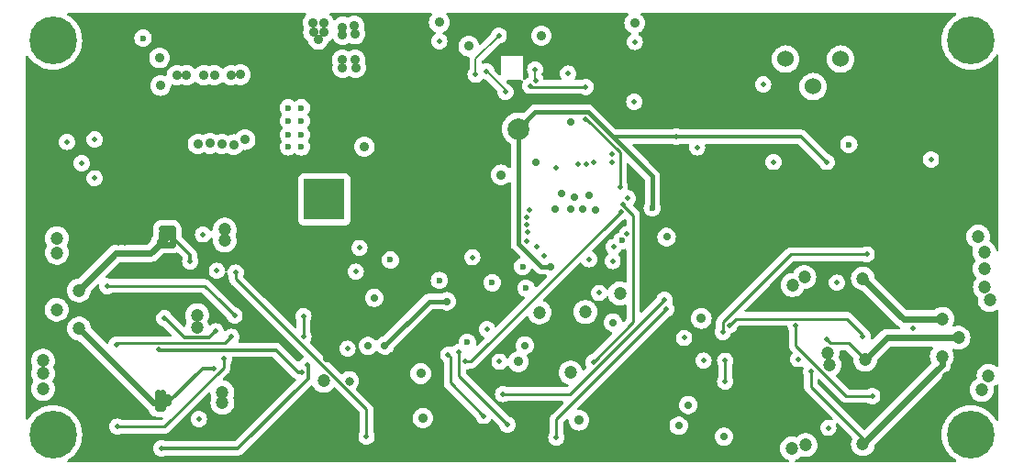
<source format=gbr>
%TF.GenerationSoftware,KiCad,Pcbnew,8.0.2*%
%TF.CreationDate,2024-07-12T01:17:03+08:00*%
%TF.ProjectId,bldcDriver,626c6463-4472-4697-9665-722e6b696361,rev?*%
%TF.SameCoordinates,Original*%
%TF.FileFunction,Copper,L3,Inr*%
%TF.FilePolarity,Positive*%
%FSLAX46Y46*%
G04 Gerber Fmt 4.6, Leading zero omitted, Abs format (unit mm)*
G04 Created by KiCad (PCBNEW 8.0.2) date 2024-07-12 01:17:03*
%MOMM*%
%LPD*%
G01*
G04 APERTURE LIST*
%TA.AperFunction,ComponentPad*%
%ADD10C,1.524000*%
%TD*%
%TA.AperFunction,ComponentPad*%
%ADD11C,4.400000*%
%TD*%
%TA.AperFunction,ComponentPad*%
%ADD12R,3.800000X3.800000*%
%TD*%
%TA.AperFunction,ComponentPad*%
%ADD13C,3.800000*%
%TD*%
%TA.AperFunction,ComponentPad*%
%ADD14C,0.600000*%
%TD*%
%TA.AperFunction,ViaPad*%
%ADD15C,0.500000*%
%TD*%
%TA.AperFunction,ViaPad*%
%ADD16C,0.900000*%
%TD*%
%TA.AperFunction,ViaPad*%
%ADD17C,1.200000*%
%TD*%
%TA.AperFunction,ViaPad*%
%ADD18C,0.700000*%
%TD*%
%TA.AperFunction,ViaPad*%
%ADD19C,0.600000*%
%TD*%
%TA.AperFunction,ViaPad*%
%ADD20C,2.000000*%
%TD*%
%TA.AperFunction,ViaPad*%
%ADD21C,0.800000*%
%TD*%
%TA.AperFunction,Conductor*%
%ADD22C,0.300000*%
%TD*%
%TA.AperFunction,Conductor*%
%ADD23C,0.400000*%
%TD*%
%TA.AperFunction,Conductor*%
%ADD24C,0.250000*%
%TD*%
%TA.AperFunction,Conductor*%
%ADD25C,0.150000*%
%TD*%
%TA.AperFunction,Conductor*%
%ADD26C,0.600000*%
%TD*%
G04 APERTURE END LIST*
D10*
%TO.N,+3V3*%
%TO.C,RV1*%
X107640000Y-34960000D03*
%TO.N,/ADC1_IN2*%
X105100000Y-37500000D03*
%TO.N,GNDD*%
X102560000Y-34960000D03*
%TD*%
D11*
%TO.N,N/C*%
%TO.C,*%
X34960000Y-33240000D03*
%TD*%
%TO.N,N/C*%
%TO.C,*%
X119660000Y-33240000D03*
%TD*%
D12*
%TO.N,GNDPWR*%
%TO.C,J1*%
X60000000Y-47900000D03*
D13*
%TO.N,+BATT*%
X55000000Y-47900000D03*
%TD*%
D11*
%TO.N,N/C*%
%TO.C,*%
X119660000Y-69640000D03*
%TD*%
%TO.N,N/C*%
%TO.C,*%
X34960000Y-69640000D03*
%TD*%
D14*
%TO.N,GNDPWR*%
%TO.C,U3*%
X57891000Y-43059000D03*
X57891000Y-41959000D03*
X57891000Y-40659000D03*
X57891000Y-39459000D03*
X56691000Y-43059000D03*
X56691000Y-41959000D03*
X56691000Y-40659000D03*
X56691000Y-39459000D03*
%TD*%
D15*
%TO.N,Net-(U5-PB12)*%
X86600000Y-53600000D03*
D16*
%TO.N,GNDPWR*%
X46400000Y-36450000D03*
D17*
X104400000Y-70600000D03*
X120962500Y-56000000D03*
D16*
X62850000Y-32650000D03*
X58950000Y-31600000D03*
D17*
X48275000Y-58600000D03*
D16*
X50550000Y-42800000D03*
X48900000Y-36450000D03*
X62750000Y-31900000D03*
D17*
X120350000Y-51350000D03*
X103171500Y-70900000D03*
X35337500Y-52837500D03*
X120900000Y-52800000D03*
D16*
X61700000Y-32000000D03*
D17*
X50800000Y-51700000D03*
X50600000Y-65700000D03*
X50600000Y-66700000D03*
X50800000Y-50700000D03*
D16*
X59950000Y-31650000D03*
D17*
X120937500Y-54300000D03*
X34037500Y-64000000D03*
X104294863Y-55083967D03*
X34037500Y-65400000D03*
D16*
X59000000Y-32500000D03*
X63700000Y-43050000D03*
D17*
X106604074Y-63195926D03*
X120662500Y-65500000D03*
D16*
X51650000Y-42850000D03*
X59950000Y-32500000D03*
X47300000Y-36450000D03*
X52250000Y-36400000D03*
D17*
X34037500Y-62800000D03*
D16*
X49450000Y-42750000D03*
D17*
X35337500Y-51500000D03*
X103212500Y-55821476D03*
X121299999Y-64203502D03*
D16*
X59450000Y-33150000D03*
X51400000Y-36450000D03*
X61700000Y-32700000D03*
X44800000Y-34850000D03*
D17*
X121400000Y-57203498D03*
X48275000Y-59750000D03*
D16*
X52700000Y-42400000D03*
X44900000Y-37400000D03*
D17*
X106450093Y-62103727D03*
D16*
X48350000Y-42800000D03*
X94800000Y-58900000D03*
X49850000Y-36450000D03*
D17*
X59945926Y-64654074D03*
D16*
%TO.N,GNDD*%
X69100000Y-68100000D03*
D17*
X82725000Y-63900000D03*
D16*
X76300000Y-45650000D03*
D17*
X79845926Y-58354074D03*
D18*
X83800000Y-48800000D03*
D19*
X78600000Y-56100000D03*
D16*
X77900000Y-62900000D03*
X73333641Y-33768531D03*
X62850000Y-35000000D03*
X62900000Y-35750000D03*
D17*
X87275000Y-56600000D03*
D18*
X85000000Y-48900000D03*
D19*
X73200000Y-61100000D03*
D18*
X84400000Y-47500000D03*
X64043750Y-61443750D03*
X82775000Y-40800000D03*
X81900000Y-47400000D03*
D16*
X61650000Y-35000000D03*
X61700000Y-35750000D03*
D18*
X96900000Y-69815000D03*
D19*
X70621783Y-55400000D03*
X66100000Y-53500000D03*
D16*
X83500000Y-68300000D03*
D19*
X78300000Y-54100000D03*
D16*
X88635000Y-31637500D03*
D18*
X83100000Y-47700000D03*
X82700000Y-48800000D03*
X92700000Y-68815000D03*
X79500000Y-44500000D03*
D19*
X75500000Y-55600000D03*
D16*
X80037500Y-32800000D03*
D18*
X81300000Y-48800000D03*
X91592732Y-51385464D03*
X64600000Y-57000000D03*
D17*
X84100000Y-58300000D03*
D16*
X70600000Y-31575000D03*
X68900000Y-64000000D03*
D15*
%TO.N,+3V3*%
X106350000Y-44450000D03*
D18*
X80900000Y-54100000D03*
D15*
X115975835Y-44225000D03*
D18*
X86630000Y-59280000D03*
D19*
X43281000Y-33016500D03*
D18*
X93600000Y-66900000D03*
D15*
X92487000Y-42113000D03*
D20*
X77900000Y-41400000D03*
D19*
X90262500Y-48700000D03*
X87470812Y-51716774D03*
D16*
%TO.N,+BATT*%
X48450000Y-40700000D03*
D15*
X40700000Y-65700000D03*
D17*
X98500000Y-70135000D03*
X99100000Y-54465000D03*
D15*
X40800000Y-59500000D03*
X114000000Y-70900000D03*
X113800000Y-63400000D03*
D17*
X58100000Y-69035000D03*
D15*
X113400000Y-54900000D03*
X114000000Y-70300000D03*
X40800000Y-58900000D03*
X113800000Y-62800000D03*
X41400000Y-59500000D03*
X40700000Y-66900000D03*
X113400000Y-70900000D03*
X41400000Y-58900000D03*
X114000000Y-54900000D03*
X113400000Y-69700000D03*
D16*
X54400000Y-40650000D03*
X49700000Y-40750000D03*
D15*
X114000000Y-69700000D03*
D17*
X96900000Y-54465000D03*
D15*
X113400000Y-56100000D03*
X41600000Y-51300000D03*
D17*
X117537500Y-64400000D03*
D15*
X41000000Y-51900000D03*
D17*
X117962500Y-54700000D03*
X117237500Y-66400000D03*
D15*
X113200000Y-62800000D03*
X114000000Y-56100000D03*
D17*
X55700000Y-69035000D03*
D15*
X41300000Y-65700000D03*
D16*
X53300000Y-40650000D03*
D15*
X41600000Y-51900000D03*
D16*
X50900000Y-40750000D03*
D15*
X41000000Y-50700000D03*
X113400000Y-70300000D03*
X41300000Y-66300000D03*
X41000000Y-51300000D03*
X40800000Y-58300000D03*
X41300000Y-66900000D03*
X41600000Y-50700000D03*
D18*
X60200000Y-62600000D03*
D17*
X56000000Y-52865000D03*
X118200000Y-57200000D03*
D18*
X94800000Y-60700000D03*
D15*
X114000000Y-55500000D03*
X113400000Y-55500000D03*
D17*
X118100000Y-51200000D03*
D15*
X40700000Y-66300000D03*
D16*
X52100000Y-40650000D03*
D15*
X113200000Y-63400000D03*
X113800000Y-62200000D03*
X41400000Y-58300000D03*
X113200000Y-62200000D03*
%TO.N,/SWDIO*%
X80250000Y-53100000D03*
%TO.N,/USART3_TX*%
X87925000Y-51121086D03*
%TO.N,/SWCLK*%
X79600000Y-52300000D03*
%TO.N,/USART3_RX*%
X86700000Y-52300000D03*
%TO.N,Net-(Q1-S-Pad1)*%
X48417500Y-68190000D03*
%TO.N,/TIM1_CH2*%
X97000000Y-62814500D03*
X97000000Y-64728500D03*
X95000000Y-62796500D03*
%TO.N,/TIM1_CH1*%
X93200000Y-60700000D03*
%TO.N,/TIM1_CH3*%
X85348962Y-56551038D03*
%TO.N,/TIM8_CH3*%
X63242500Y-52400000D03*
%TO.N,/TIM8_CH1*%
X73652288Y-53252288D03*
%TO.N,/SPI1_MISO*%
X87275697Y-46775821D03*
X76716870Y-38002603D03*
X74972968Y-36084571D03*
X84094451Y-40500000D03*
%TO.N,/TIM8_CH2*%
X58071000Y-60603500D03*
X62900360Y-54593750D03*
X58071000Y-58671500D03*
%TO.N,/SPI1_MOSI*%
X78978299Y-37419781D03*
X84128768Y-37528768D03*
%TO.N,/SPI1_SCK*%
X82500000Y-36300000D03*
%TO.N,Net-(Q8-S-Pad1)*%
X106512500Y-69000000D03*
%TO.N,Net-(U9-VDD)*%
X76100000Y-32768111D03*
X73962500Y-36400000D03*
%TO.N,/NSS1*%
X78635803Y-49561537D03*
%TO.N,/NSS2*%
X88007645Y-47810201D03*
%TO.N,/ADC1_IN11*%
X76175000Y-62900000D03*
%TO.N,/inverter/2VS1*%
X104892500Y-63807976D03*
D17*
X109700000Y-70500000D03*
X116990000Y-62400000D03*
%TO.N,/inverter/2VS2*%
X118520000Y-60690000D03*
X109900000Y-62700000D03*
D15*
X106369904Y-60869904D03*
D17*
%TO.N,/inverter/2VS3*%
X117040000Y-58950000D03*
X109700000Y-55200000D03*
D15*
%TO.N,/inverter/1VS1*%
X46000000Y-50900000D03*
X46100000Y-51700000D03*
X44900000Y-51800000D03*
D17*
X37366500Y-56315339D03*
D15*
X45100000Y-50900000D03*
X47629789Y-53635326D03*
X45500000Y-51300000D03*
%TO.N,/inverter/1VS2*%
X45250000Y-58890000D03*
D17*
X35300000Y-58100000D03*
D15*
X50000000Y-60100000D03*
%TO.N,/inverter/1VS3*%
X49800000Y-63500000D03*
D17*
X37386500Y-59843500D03*
X45100000Y-66700000D03*
D15*
%TO.N,/inverter/1HO1*%
X51717172Y-58635499D03*
X40000000Y-55940000D03*
%TO.N,/inverter/1HO2*%
X40807500Y-61300000D03*
X51438709Y-60600000D03*
%TO.N,/inverter/1LO2*%
X44767500Y-61775000D03*
X57900000Y-63853500D03*
%TO.N,/inverter/1HO3*%
X50729535Y-62629498D03*
X40890000Y-68900000D03*
%TO.N,/inverter/1LO3*%
X58400000Y-63200000D03*
X44952500Y-70900000D03*
%TO.N,/inverter/2HO2*%
X114346250Y-59846250D03*
X103739111Y-62652167D03*
%TO.N,/inverter/2LO3*%
X96778500Y-60178500D03*
X110052500Y-52991476D03*
%TO.N,/inverter/2LO2*%
X97353500Y-59546500D03*
X109692500Y-60540000D03*
%TO.N,/inverter/2LO1*%
X103504408Y-59581218D03*
X110559000Y-66071476D03*
%TO.N,/USART2_TX*%
X88600000Y-38900000D03*
X86575000Y-43712136D03*
%TO.N,/USART2_RX*%
X86575000Y-44500000D03*
X94400000Y-43100000D03*
%TO.N,/SPI3_MOSI*%
X78924834Y-48925000D03*
%TO.N,/SPI3_MISO*%
X36255751Y-42600000D03*
X78674590Y-50260464D03*
X37626913Y-44573087D03*
%TO.N,/RESET*%
X83450000Y-44635621D03*
X88635000Y-33362500D03*
D18*
%TO.N,/OP_VCC*%
X71318750Y-57318750D03*
X78525000Y-61400000D03*
X65587500Y-61400000D03*
D15*
%TO.N,/ADC2_IN15*%
X62137500Y-61700000D03*
X84452793Y-53440707D03*
%TO.N,Net-(Q12-S-Pad1)*%
X107300000Y-55600000D03*
%TO.N,Net-(Q16-S-Pad1)*%
X48820000Y-51140000D03*
%TO.N,/1CS2+*%
X50097500Y-54510000D03*
D21*
X62306403Y-64681097D03*
D15*
%TO.N,/1CS2-*%
X63900000Y-69812500D03*
X51822500Y-54675000D03*
%TO.N,/2CS2-*%
X91575000Y-58057026D03*
X81412500Y-69900000D03*
%TO.N,/2CS2+*%
X91391103Y-57165429D03*
X76500000Y-65887500D03*
%TO.N,/SPI3_SCK*%
X78800000Y-50949141D03*
X38814433Y-42376992D03*
X38810180Y-45965086D03*
%TO.N,/KEY*%
X81350304Y-45020395D03*
X70600000Y-33300000D03*
%TO.N,/SPI1_CS*%
X79457532Y-35897890D03*
X79499689Y-36952709D03*
%TO.N,/ADC1_IN2*%
X100500000Y-37300000D03*
X84895004Y-44458503D03*
%TO.N,Net-(U5-PA15)*%
X78700000Y-51800000D03*
%TO.N,/VREF_OP1*%
X74700000Y-67900000D03*
X71437806Y-62230271D03*
%TO.N,/VREF_OP2*%
X76900000Y-68700000D03*
X72425000Y-61975000D03*
%TO.N,/INA2+*%
X75000000Y-59900000D03*
%TO.N,/ADC1_IN15_COMP4_INP*%
X84825647Y-62917712D03*
X87553019Y-48393227D03*
%TO.N,/ADC1_IN12_COMP1_INP*%
X87378345Y-49071086D03*
X73000000Y-62900000D03*
D19*
%TO.N,GND*%
X108400000Y-42837500D03*
D15*
%TO.N,/RGB*%
X101450000Y-44450000D03*
X84147282Y-44685256D03*
%TD*%
D22*
%TO.N,+3V3*%
X86556845Y-42043155D02*
X86626690Y-42113000D01*
X86626690Y-42113000D02*
X92487000Y-42113000D01*
D23*
X90262500Y-45748810D02*
X90262500Y-48400000D01*
X77900000Y-41400000D02*
X79450000Y-39850000D01*
X79450000Y-39850000D02*
X84363690Y-39850000D01*
D22*
X90262500Y-48400000D02*
X90262500Y-48700000D01*
D23*
X84363690Y-39850000D02*
X90262500Y-45748810D01*
X80000000Y-54100000D02*
X80900000Y-54100000D01*
D22*
X92487000Y-42113000D02*
X104013000Y-42113000D01*
X104013000Y-42113000D02*
X106350000Y-44450000D01*
X77900000Y-41400000D02*
X79400000Y-39900000D01*
D23*
X77900000Y-52000000D02*
X80000000Y-54100000D01*
X77900000Y-41400000D02*
X77900000Y-52000000D01*
D24*
%TO.N,/TIM1_CH2*%
X97000000Y-63000000D02*
X97000000Y-62814500D01*
X97000000Y-64728500D02*
X97000000Y-63000000D01*
X97000000Y-63000000D02*
X97000000Y-62867500D01*
D25*
%TO.N,/SPI1_MISO*%
X76700000Y-37985733D02*
X76716870Y-38002603D01*
X76700000Y-37811603D02*
X76700000Y-37985733D01*
D24*
X84094451Y-40500000D02*
X84188902Y-40500000D01*
D25*
X75194198Y-36305802D02*
X75194198Y-36305801D01*
D24*
X87275697Y-43586795D02*
X87275697Y-46775821D01*
X84188902Y-40500000D02*
X87275697Y-43586795D01*
D25*
X75194198Y-36305802D02*
X76700000Y-37811603D01*
X75194198Y-36305801D02*
X74972968Y-36084571D01*
D24*
%TO.N,/TIM8_CH2*%
X58071000Y-58653500D02*
X58071000Y-59200000D01*
X58071000Y-59200000D02*
X58071000Y-58671500D01*
X58071000Y-59200000D02*
X58071000Y-60603500D01*
%TO.N,/SPI1_MOSI*%
X84128768Y-37528768D02*
X79087286Y-37528768D01*
X79087286Y-37528768D02*
X78978299Y-37419781D01*
D25*
%TO.N,Net-(U9-VDD)*%
X73962500Y-34905611D02*
X73962500Y-36400000D01*
X76100000Y-32768111D02*
X73962500Y-34905611D01*
D26*
%TO.N,/inverter/2VS1*%
X116990000Y-62400000D02*
X116990000Y-63210000D01*
D24*
X109700000Y-70000000D02*
X109700000Y-70500000D01*
X104892500Y-65192500D02*
X109700000Y-70000000D01*
D26*
X116990000Y-63210000D02*
X109700000Y-70500000D01*
D24*
X104892500Y-63807976D02*
X104892500Y-65192500D01*
D26*
%TO.N,/inverter/2VS2*%
X111910000Y-60690000D02*
X109900000Y-62700000D01*
D24*
X108400000Y-61200000D02*
X109900000Y-62700000D01*
D26*
X118520000Y-60690000D02*
X111910000Y-60690000D01*
D24*
X106700000Y-61200000D02*
X106369904Y-60869904D01*
X106700000Y-61200000D02*
X108400000Y-61200000D01*
D26*
%TO.N,/inverter/2VS3*%
X113450000Y-58950000D02*
X109700000Y-55200000D01*
X117040000Y-58950000D02*
X113450000Y-58950000D01*
%TO.N,/inverter/1VS1*%
X44900000Y-51700000D02*
X44900000Y-51800000D01*
D22*
X47629789Y-53634829D02*
X47629789Y-53635326D01*
D26*
X45200000Y-50800000D02*
X45000000Y-50600000D01*
D22*
X47628782Y-53633822D02*
X47629789Y-53634829D01*
D26*
X45100000Y-50900000D02*
X45200000Y-50800000D01*
D22*
X47628782Y-53633822D02*
X47628782Y-53028782D01*
D26*
X46000000Y-51600000D02*
X46100000Y-51700000D01*
X46000000Y-50600000D02*
X45000000Y-50600000D01*
X46000000Y-51800000D02*
X46000000Y-52100000D01*
X44900000Y-51800000D02*
X44800000Y-51800000D01*
X45300000Y-51300000D02*
X44900000Y-51700000D01*
X46100000Y-51700000D02*
X46000000Y-51800000D01*
X45000000Y-52100000D02*
X45000000Y-51000000D01*
X44000000Y-52900000D02*
X40781839Y-52900000D01*
X40781839Y-52900000D02*
X37366500Y-56315339D01*
X46000000Y-51400000D02*
X46000000Y-51600000D01*
X45500000Y-51100000D02*
X45500000Y-51300000D01*
X45500000Y-51300000D02*
X45300000Y-51300000D01*
X46000000Y-50900000D02*
X46000000Y-51400000D01*
X45000000Y-51000000D02*
X45100000Y-50900000D01*
X46000000Y-50900000D02*
X44000000Y-52900000D01*
D22*
X47628782Y-53028782D02*
X46000000Y-51400000D01*
D26*
X46000000Y-52100000D02*
X45000000Y-52100000D01*
X46000000Y-50600000D02*
X46000000Y-50900000D01*
D22*
%TO.N,/inverter/1VS2*%
X49400000Y-60700000D02*
X47100000Y-60700000D01*
X45290000Y-58890000D02*
X45250000Y-58890000D01*
X50000000Y-60100000D02*
X49400000Y-60700000D01*
X47100000Y-60700000D02*
X45290000Y-58890000D01*
D26*
%TO.N,/inverter/1VS3*%
X44600000Y-67200000D02*
X45100000Y-67200000D01*
X45100000Y-66700000D02*
X45550000Y-66700000D01*
X44600000Y-65700000D02*
X44600000Y-67200000D01*
X45100000Y-66200000D02*
X45550000Y-66200000D01*
D22*
X45600000Y-66700000D02*
X45100000Y-66700000D01*
D26*
X45100000Y-66200000D02*
X45100000Y-66700000D01*
D22*
X48800000Y-63500000D02*
X45600000Y-66700000D01*
D26*
X44243000Y-66700000D02*
X37386500Y-59843500D01*
X45100000Y-66700000D02*
X44243000Y-66700000D01*
D22*
X49800000Y-63500000D02*
X48800000Y-63500000D01*
D26*
X45100000Y-66653162D02*
X45100000Y-66700000D01*
X45100000Y-65700000D02*
X45100000Y-66700000D01*
X45100000Y-66200000D02*
X44646839Y-66200000D01*
D24*
%TO.N,/inverter/1HO1*%
X48987586Y-55900000D02*
X50293793Y-57206207D01*
X50293793Y-57206207D02*
X51717172Y-58629586D01*
X51717172Y-58629586D02*
X51717172Y-58635499D01*
X40000000Y-55940000D02*
X40040000Y-55900000D01*
X51741087Y-58653500D02*
X50293793Y-57206207D01*
X40040000Y-55900000D02*
X48987586Y-55900000D01*
%TO.N,/inverter/1HO2*%
X50838709Y-61200000D02*
X51438709Y-60600000D01*
X40807500Y-61300000D02*
X40907500Y-61200000D01*
X40907500Y-61200000D02*
X50838709Y-61200000D01*
D22*
%TO.N,/inverter/1LO2*%
X57900000Y-63853500D02*
X57612079Y-63853500D01*
X55569829Y-61811250D02*
X44803750Y-61811250D01*
X44803750Y-61811250D02*
X44767500Y-61775000D01*
X57612079Y-63853500D02*
X55569829Y-61811250D01*
D24*
%TO.N,/inverter/1HO3*%
X50729535Y-63442216D02*
X50729535Y-62629498D01*
X45271751Y-68900000D02*
X50729535Y-63442216D01*
X40890000Y-68900000D02*
X45271751Y-68900000D01*
D22*
%TO.N,/inverter/1LO3*%
X58400000Y-63200000D02*
X58500000Y-63300000D01*
X44952500Y-70900000D02*
X52031371Y-70900000D01*
X58500000Y-64431371D02*
X58500000Y-63300000D01*
X52031371Y-70900000D02*
X58500000Y-64431371D01*
X58500000Y-63300000D02*
X58500000Y-64431372D01*
D24*
%TO.N,/inverter/2LO3*%
X103024640Y-52991476D02*
X96778500Y-59237616D01*
X110052500Y-52991476D02*
X103024640Y-52991476D01*
X96778500Y-59237616D02*
X96778500Y-60046000D01*
%TO.N,/inverter/2LO2*%
X109692500Y-60411476D02*
X108206024Y-58925000D01*
X108206024Y-58925000D02*
X97975000Y-58925000D01*
X97975000Y-58925000D02*
X97353500Y-59546500D01*
X109692500Y-60540000D02*
X109692500Y-60411476D01*
%TO.N,/inverter/2LO1*%
X110559000Y-66071476D02*
X108171476Y-66071476D01*
X103500000Y-60000000D02*
X103500000Y-59585626D01*
X103500000Y-61400000D02*
X103500000Y-60000000D01*
X108171476Y-66071476D02*
X103500000Y-61400000D01*
X103500000Y-60000000D02*
X103500000Y-59500000D01*
X103500000Y-59585626D02*
X103504408Y-59581218D01*
D23*
%TO.N,/OP_VCC*%
X69668750Y-57318750D02*
X65587500Y-61400000D01*
X71318750Y-57318750D02*
X69668750Y-57318750D01*
D24*
%TO.N,/1CS2-*%
X51822500Y-55222500D02*
X63900000Y-67300000D01*
X63900000Y-67300000D02*
X63900000Y-69812500D01*
X51822500Y-54675000D02*
X51822500Y-55222500D01*
%TO.N,/2CS2-*%
X81412500Y-69500000D02*
X81412500Y-69900000D01*
X81412500Y-68219526D02*
X91575000Y-58057026D01*
X81412500Y-69500000D02*
X81412500Y-68219526D01*
%TO.N,/2CS2+*%
X91391103Y-57165429D02*
X82669032Y-65887500D01*
X82669032Y-65887500D02*
X76500000Y-65887500D01*
D25*
%TO.N,/SPI1_CS*%
X79457532Y-36910552D02*
X79457532Y-35897890D01*
X79499689Y-36952709D02*
X79457532Y-36910552D01*
D24*
%TO.N,/VREF_OP1*%
X71650000Y-64850000D02*
X71650000Y-62442465D01*
X74700000Y-67900000D02*
X71650000Y-64850000D01*
X71650000Y-62442465D02*
X71437806Y-62230271D01*
%TO.N,/VREF_OP2*%
X72425000Y-64225000D02*
X76900000Y-68700000D01*
X72425000Y-61975000D02*
X72425000Y-64225000D01*
%TO.N,/ADC1_IN15_COMP4_INP*%
X87553019Y-48393227D02*
X87553019Y-48432587D01*
X88500000Y-59243359D02*
X84825647Y-62917712D01*
X88500000Y-49379568D02*
X88500000Y-59243359D01*
X87553019Y-48432587D02*
X88500000Y-49379568D01*
%TO.N,/ADC1_IN12_COMP1_INP*%
X73549431Y-62900000D02*
X87378345Y-49071086D01*
X73000000Y-62900000D02*
X73549431Y-62900000D01*
%TD*%
%TA.AperFunction,Conductor*%
%TO.N,+BATT*%
G36*
X116115792Y-61510185D02*
G01*
X116161547Y-61562989D01*
X116171491Y-61632147D01*
X116147707Y-61689227D01*
X116050327Y-61818178D01*
X115959422Y-62000739D01*
X115959417Y-62000752D01*
X115903602Y-62196917D01*
X115884785Y-62399999D01*
X115884785Y-62400000D01*
X115903602Y-62603082D01*
X115959417Y-62799247D01*
X115959422Y-62799260D01*
X116022450Y-62925836D01*
X116034711Y-62994622D01*
X116007838Y-63059117D01*
X115999131Y-63068789D01*
X109913937Y-69153984D01*
X109852614Y-69187469D01*
X109782922Y-69182485D01*
X109738575Y-69153984D01*
X105554319Y-64969728D01*
X105520834Y-64908405D01*
X105518000Y-64882047D01*
X105518000Y-64601952D01*
X105537685Y-64534913D01*
X105590489Y-64489158D01*
X105659647Y-64479214D01*
X105723203Y-64508239D01*
X105729681Y-64514271D01*
X107772739Y-66557331D01*
X107772743Y-66557334D01*
X107875186Y-66625785D01*
X107875187Y-66625785D01*
X107875191Y-66625788D01*
X107941872Y-66653407D01*
X107941874Y-66653409D01*
X107971605Y-66665723D01*
X107989024Y-66672939D01*
X108109870Y-66696976D01*
X108233083Y-66696976D01*
X110108124Y-66696976D01*
X110174095Y-66715981D01*
X110231310Y-66751932D01*
X110352621Y-66794380D01*
X110390943Y-66807790D01*
X110558997Y-66826725D01*
X110559000Y-66826725D01*
X110559003Y-66826725D01*
X110727056Y-66807790D01*
X110727059Y-66807789D01*
X110886690Y-66751932D01*
X110886692Y-66751930D01*
X110886694Y-66751930D01*
X110886697Y-66751928D01*
X111029884Y-66661957D01*
X111029885Y-66661956D01*
X111029890Y-66661953D01*
X111149477Y-66542366D01*
X111167929Y-66513000D01*
X111239452Y-66399173D01*
X111239454Y-66399170D01*
X111239454Y-66399168D01*
X111239456Y-66399166D01*
X111295313Y-66239535D01*
X111295313Y-66239534D01*
X111295314Y-66239532D01*
X111314249Y-66071478D01*
X111314249Y-66071473D01*
X111295314Y-65903419D01*
X111258864Y-65799250D01*
X111239456Y-65743786D01*
X111239455Y-65743785D01*
X111239454Y-65743781D01*
X111239452Y-65743778D01*
X111149481Y-65600591D01*
X111149476Y-65600585D01*
X111029890Y-65480999D01*
X111029884Y-65480994D01*
X110886697Y-65391023D01*
X110886694Y-65391021D01*
X110727056Y-65335161D01*
X110559003Y-65316227D01*
X110558997Y-65316227D01*
X110390943Y-65335161D01*
X110231307Y-65391021D01*
X110174096Y-65426970D01*
X110108124Y-65445976D01*
X108481929Y-65445976D01*
X108414890Y-65426291D01*
X108394248Y-65409657D01*
X107252586Y-64267995D01*
X107219101Y-64206672D01*
X107224085Y-64136980D01*
X107265554Y-64081349D01*
X107270102Y-64077914D01*
X107270115Y-64077907D01*
X107294441Y-64055731D01*
X107420836Y-63940507D01*
X107424890Y-63935139D01*
X107543747Y-63777747D01*
X107634656Y-63595176D01*
X107690471Y-63399009D01*
X107709289Y-63195926D01*
X107705535Y-63155418D01*
X107690471Y-62992843D01*
X107682423Y-62964559D01*
X107634656Y-62796676D01*
X107634569Y-62796502D01*
X107582868Y-62692671D01*
X107543747Y-62614105D01*
X107525560Y-62590022D01*
X107512179Y-62572302D01*
X107487487Y-62506940D01*
X107491867Y-62463640D01*
X107494197Y-62455454D01*
X107536490Y-62306810D01*
X107555308Y-62103727D01*
X107542077Y-61960940D01*
X107555492Y-61892372D01*
X107603849Y-61841940D01*
X107665548Y-61825500D01*
X108089548Y-61825500D01*
X108156587Y-61845185D01*
X108177229Y-61861819D01*
X108772333Y-62456924D01*
X108805818Y-62518247D01*
X108808123Y-62556045D01*
X108794785Y-62699998D01*
X108794785Y-62700000D01*
X108813602Y-62903082D01*
X108869417Y-63099247D01*
X108869422Y-63099260D01*
X108960327Y-63281821D01*
X109083237Y-63444581D01*
X109233958Y-63581980D01*
X109233960Y-63581982D01*
X109264272Y-63600750D01*
X109407363Y-63689348D01*
X109597544Y-63763024D01*
X109798024Y-63800500D01*
X109798026Y-63800500D01*
X110001974Y-63800500D01*
X110001976Y-63800500D01*
X110202456Y-63763024D01*
X110392637Y-63689348D01*
X110566041Y-63581981D01*
X110705034Y-63455272D01*
X110716762Y-63444581D01*
X110717587Y-63443489D01*
X110839673Y-63281821D01*
X110930582Y-63099250D01*
X110986397Y-62903083D01*
X110998340Y-62774186D01*
X111024126Y-62709249D01*
X111034122Y-62697954D01*
X112205259Y-61526819D01*
X112266582Y-61493334D01*
X112292940Y-61490500D01*
X116048753Y-61490500D01*
X116115792Y-61510185D01*
G37*
%TD.AperFunction*%
%TA.AperFunction,Conductor*%
G36*
X58281038Y-30709685D02*
G01*
X58326793Y-30762489D01*
X58336737Y-30831647D01*
X58307712Y-30895203D01*
X58292664Y-30909853D01*
X58274642Y-30924642D01*
X58155864Y-31069373D01*
X58155862Y-31069376D01*
X58067604Y-31234497D01*
X58013253Y-31413666D01*
X58013252Y-31413668D01*
X57994901Y-31600000D01*
X58013252Y-31786331D01*
X58013253Y-31786333D01*
X58067602Y-31965497D01*
X58067603Y-31965500D01*
X58107994Y-32041067D01*
X58122235Y-32109470D01*
X58117296Y-32135514D01*
X58063252Y-32313670D01*
X58044901Y-32500000D01*
X58063252Y-32686331D01*
X58063253Y-32686333D01*
X58117604Y-32865502D01*
X58205862Y-33030623D01*
X58205864Y-33030626D01*
X58324642Y-33175357D01*
X58402193Y-33239001D01*
X58469371Y-33294133D01*
X58469374Y-33294135D01*
X58471458Y-33295528D01*
X58472304Y-33296540D01*
X58474084Y-33298001D01*
X58473807Y-33298338D01*
X58516266Y-33349138D01*
X58521232Y-33362637D01*
X58567604Y-33515502D01*
X58655862Y-33680623D01*
X58655864Y-33680626D01*
X58774642Y-33825357D01*
X58919373Y-33944135D01*
X58919376Y-33944137D01*
X59084497Y-34032395D01*
X59084499Y-34032396D01*
X59263666Y-34086746D01*
X59263668Y-34086747D01*
X59280374Y-34088392D01*
X59450000Y-34105099D01*
X59636331Y-34086747D01*
X59815501Y-34032396D01*
X59980625Y-33944136D01*
X60125357Y-33825357D01*
X60244136Y-33680625D01*
X60332396Y-33515501D01*
X60368947Y-33395006D01*
X60407242Y-33336572D01*
X60429143Y-33321652D01*
X60480625Y-33294136D01*
X60618938Y-33180625D01*
X60625356Y-33175358D01*
X60633445Y-33165502D01*
X60659607Y-33133623D01*
X60717351Y-33094289D01*
X60787196Y-33092418D01*
X60846965Y-33128605D01*
X60864818Y-33153834D01*
X60887225Y-33195754D01*
X60905864Y-33230625D01*
X60911840Y-33237907D01*
X61024642Y-33375357D01*
X61169373Y-33494135D01*
X61169376Y-33494137D01*
X61324875Y-33577252D01*
X61334499Y-33582396D01*
X61513666Y-33636746D01*
X61513668Y-33636747D01*
X61530374Y-33638392D01*
X61700000Y-33655099D01*
X61886331Y-33636747D01*
X62065501Y-33582396D01*
X62230625Y-33494136D01*
X62238473Y-33487695D01*
X62302779Y-33460379D01*
X62371647Y-33472165D01*
X62375595Y-33474186D01*
X62481056Y-33530556D01*
X62484499Y-33532396D01*
X62649326Y-33582396D01*
X62663666Y-33586746D01*
X62663668Y-33586747D01*
X62680374Y-33588392D01*
X62850000Y-33605099D01*
X63036331Y-33586747D01*
X63215501Y-33532396D01*
X63380625Y-33444136D01*
X63525357Y-33325357D01*
X63644136Y-33180625D01*
X63732396Y-33015501D01*
X63786747Y-32836331D01*
X63805099Y-32650000D01*
X63786747Y-32463669D01*
X63732396Y-32284499D01*
X63689135Y-32203564D01*
X63674894Y-32135165D01*
X63679832Y-32109123D01*
X63686747Y-32086331D01*
X63705099Y-31900000D01*
X63686747Y-31713669D01*
X63632396Y-31534499D01*
X63594537Y-31463669D01*
X63544137Y-31369376D01*
X63544135Y-31369373D01*
X63425357Y-31224642D01*
X63280626Y-31105864D01*
X63280623Y-31105862D01*
X63115502Y-31017604D01*
X62936333Y-30963253D01*
X62936331Y-30963252D01*
X62750000Y-30944901D01*
X62563668Y-30963252D01*
X62563666Y-30963253D01*
X62384497Y-31017604D01*
X62219375Y-31105863D01*
X62214064Y-31110222D01*
X62149752Y-31137532D01*
X62080885Y-31125737D01*
X62076953Y-31123725D01*
X62065501Y-31117604D01*
X62065497Y-31117602D01*
X61886333Y-31063253D01*
X61886331Y-31063252D01*
X61700000Y-31044901D01*
X61513668Y-31063252D01*
X61513666Y-31063253D01*
X61334497Y-31117604D01*
X61169376Y-31205862D01*
X61169373Y-31205864D01*
X61022726Y-31326215D01*
X60958416Y-31353528D01*
X60889548Y-31341737D01*
X60837988Y-31294585D01*
X60834703Y-31288815D01*
X60744137Y-31119376D01*
X60744134Y-31119372D01*
X60625357Y-30974642D01*
X60546411Y-30909853D01*
X60507077Y-30852107D01*
X60505206Y-30782263D01*
X60541394Y-30722495D01*
X60604149Y-30691779D01*
X60625076Y-30690000D01*
X69834923Y-30690000D01*
X69901962Y-30709685D01*
X69947717Y-30762489D01*
X69957661Y-30831647D01*
X69928636Y-30895203D01*
X69925687Y-30898369D01*
X69805864Y-31044373D01*
X69805862Y-31044376D01*
X69717604Y-31209497D01*
X69663253Y-31388666D01*
X69663252Y-31388668D01*
X69644901Y-31575000D01*
X69663252Y-31761331D01*
X69663253Y-31761333D01*
X69717604Y-31940502D01*
X69805862Y-32105623D01*
X69805864Y-32105626D01*
X69924642Y-32250357D01*
X70069373Y-32369135D01*
X70069376Y-32369137D01*
X70205973Y-32442149D01*
X70255817Y-32491111D01*
X70271278Y-32559248D01*
X70247447Y-32624928D01*
X70213493Y-32656500D01*
X70129112Y-32709521D01*
X70129109Y-32709523D01*
X70009523Y-32829109D01*
X70009518Y-32829115D01*
X69919547Y-32972302D01*
X69919545Y-32972305D01*
X69863685Y-33131943D01*
X69844751Y-33299997D01*
X69844751Y-33300002D01*
X69863685Y-33468056D01*
X69919545Y-33627694D01*
X69919547Y-33627697D01*
X70009518Y-33770884D01*
X70009523Y-33770890D01*
X70129109Y-33890476D01*
X70129115Y-33890481D01*
X70272302Y-33980452D01*
X70272305Y-33980454D01*
X70272309Y-33980455D01*
X70272310Y-33980456D01*
X70297225Y-33989174D01*
X70431943Y-34036314D01*
X70599997Y-34055249D01*
X70600000Y-34055249D01*
X70600003Y-34055249D01*
X70768056Y-34036314D01*
X70779256Y-34032395D01*
X70927690Y-33980456D01*
X70927692Y-33980454D01*
X70927694Y-33980454D01*
X70927697Y-33980452D01*
X71070884Y-33890481D01*
X71070885Y-33890480D01*
X71070890Y-33890477D01*
X71190477Y-33770890D01*
X71190481Y-33770884D01*
X71191959Y-33768531D01*
X72378542Y-33768531D01*
X72396893Y-33954862D01*
X72396894Y-33954864D01*
X72451245Y-34134033D01*
X72539503Y-34299154D01*
X72539505Y-34299157D01*
X72658283Y-34443888D01*
X72803014Y-34562666D01*
X72803017Y-34562668D01*
X72937401Y-34634497D01*
X72968140Y-34650927D01*
X73147310Y-34705278D01*
X73275154Y-34717869D01*
X73339941Y-34744029D01*
X73380300Y-34801064D01*
X73387000Y-34841272D01*
X73387000Y-35869550D01*
X73367994Y-35935522D01*
X73282045Y-36072307D01*
X73226185Y-36231943D01*
X73207251Y-36399997D01*
X73207251Y-36400002D01*
X73226185Y-36568056D01*
X73282045Y-36727694D01*
X73282047Y-36727697D01*
X73372018Y-36870884D01*
X73372023Y-36870890D01*
X73491609Y-36990476D01*
X73491615Y-36990481D01*
X73634802Y-37080452D01*
X73634805Y-37080454D01*
X73634809Y-37080455D01*
X73634810Y-37080456D01*
X73654232Y-37087252D01*
X73794443Y-37136314D01*
X73962497Y-37155249D01*
X73962500Y-37155249D01*
X73962503Y-37155249D01*
X74130556Y-37136314D01*
X74143048Y-37131943D01*
X74290190Y-37080456D01*
X74290192Y-37080454D01*
X74290194Y-37080454D01*
X74290197Y-37080452D01*
X74433384Y-36990481D01*
X74433385Y-36990480D01*
X74433390Y-36990477D01*
X74552977Y-36870890D01*
X74571531Y-36841361D01*
X74623862Y-36795071D01*
X74692916Y-36784421D01*
X74717478Y-36790291D01*
X74731139Y-36795071D01*
X74804909Y-36820884D01*
X74863774Y-36827516D01*
X74928187Y-36854581D01*
X74937572Y-36863055D01*
X75931091Y-37856574D01*
X75964576Y-37917897D01*
X75966630Y-37958135D01*
X75961622Y-38002600D01*
X75961621Y-38002606D01*
X75980555Y-38170659D01*
X76036415Y-38330297D01*
X76036417Y-38330300D01*
X76126388Y-38473487D01*
X76126393Y-38473493D01*
X76245979Y-38593079D01*
X76245985Y-38593084D01*
X76389172Y-38683055D01*
X76389175Y-38683057D01*
X76389179Y-38683058D01*
X76389180Y-38683059D01*
X76461783Y-38708463D01*
X76548813Y-38738917D01*
X76716867Y-38757852D01*
X76716870Y-38757852D01*
X76716873Y-38757852D01*
X76884926Y-38738917D01*
X76901233Y-38733211D01*
X77044560Y-38683059D01*
X77044562Y-38683057D01*
X77044564Y-38683057D01*
X77044567Y-38683055D01*
X77187754Y-38593084D01*
X77187755Y-38593083D01*
X77187760Y-38593080D01*
X77307347Y-38473493D01*
X77335235Y-38429110D01*
X77397322Y-38330300D01*
X77397324Y-38330297D01*
X77397324Y-38330295D01*
X77397326Y-38330293D01*
X77453183Y-38170662D01*
X77453183Y-38170661D01*
X77453184Y-38170659D01*
X77472119Y-38002605D01*
X77472119Y-38002600D01*
X77453184Y-37834546D01*
X77397324Y-37674908D01*
X77397322Y-37674905D01*
X77307351Y-37531718D01*
X77307346Y-37531712D01*
X77187760Y-37412126D01*
X77168462Y-37400000D01*
X77044560Y-37322147D01*
X77044556Y-37322145D01*
X77044551Y-37322143D01*
X77040295Y-37320654D01*
X76993572Y-37291295D01*
X76813958Y-37111681D01*
X76780473Y-37050358D01*
X76785457Y-36980666D01*
X76827329Y-36924733D01*
X76892793Y-36900316D01*
X76901639Y-36900000D01*
X78194180Y-36900000D01*
X78261219Y-36919685D01*
X78306974Y-36972489D01*
X78316918Y-37041647D01*
X78300725Y-37085747D01*
X78300865Y-37085815D01*
X78300172Y-37087252D01*
X78299175Y-37089970D01*
X78297844Y-37092087D01*
X78241984Y-37251724D01*
X78223050Y-37419778D01*
X78223050Y-37419783D01*
X78241984Y-37587837D01*
X78297844Y-37747475D01*
X78297846Y-37747478D01*
X78387817Y-37890665D01*
X78387822Y-37890671D01*
X78507408Y-38010257D01*
X78507414Y-38010262D01*
X78650601Y-38100233D01*
X78650604Y-38100235D01*
X78650608Y-38100236D01*
X78650609Y-38100237D01*
X78723212Y-38125641D01*
X78810242Y-38156095D01*
X78978296Y-38175030D01*
X78978299Y-38175030D01*
X78978302Y-38175030D01*
X79153278Y-38155315D01*
X79153350Y-38155955D01*
X79168332Y-38154268D01*
X83677892Y-38154268D01*
X83743863Y-38173273D01*
X83801078Y-38209224D01*
X83922389Y-38251672D01*
X83960711Y-38265082D01*
X84128765Y-38284017D01*
X84128768Y-38284017D01*
X84128771Y-38284017D01*
X84296824Y-38265082D01*
X84296827Y-38265081D01*
X84456458Y-38209224D01*
X84456460Y-38209222D01*
X84456462Y-38209222D01*
X84456465Y-38209220D01*
X84599652Y-38119249D01*
X84599653Y-38119248D01*
X84599658Y-38119245D01*
X84719245Y-37999658D01*
X84719249Y-37999652D01*
X84809220Y-37856465D01*
X84809222Y-37856462D01*
X84809222Y-37856460D01*
X84809224Y-37856458D01*
X84865081Y-37696827D01*
X84865081Y-37696826D01*
X84865082Y-37696824D01*
X84884017Y-37528770D01*
X84884017Y-37528765D01*
X84865082Y-37360711D01*
X84843837Y-37299997D01*
X99744751Y-37299997D01*
X99744751Y-37300002D01*
X99763685Y-37468056D01*
X99819545Y-37627694D01*
X99819547Y-37627697D01*
X99909518Y-37770884D01*
X99909523Y-37770890D01*
X100029109Y-37890476D01*
X100029115Y-37890481D01*
X100172302Y-37980452D01*
X100172305Y-37980454D01*
X100172309Y-37980455D01*
X100172310Y-37980456D01*
X100235594Y-38002600D01*
X100331943Y-38036314D01*
X100499997Y-38055249D01*
X100500000Y-38055249D01*
X100500003Y-38055249D01*
X100668056Y-38036314D01*
X100668059Y-38036313D01*
X100827690Y-37980456D01*
X100827692Y-37980454D01*
X100827694Y-37980454D01*
X100827697Y-37980452D01*
X100970884Y-37890481D01*
X100970885Y-37890480D01*
X100970890Y-37890477D01*
X101090477Y-37770890D01*
X101105192Y-37747471D01*
X101180452Y-37627697D01*
X101180454Y-37627694D01*
X101180454Y-37627692D01*
X101180456Y-37627690D01*
X101225137Y-37499997D01*
X103832677Y-37499997D01*
X103832677Y-37500002D01*
X103851929Y-37720062D01*
X103851930Y-37720070D01*
X103909104Y-37933445D01*
X103909105Y-37933447D01*
X103909106Y-37933450D01*
X103941354Y-38002606D01*
X104002466Y-38133662D01*
X104002468Y-38133666D01*
X104129170Y-38314615D01*
X104129175Y-38314621D01*
X104285378Y-38470824D01*
X104285384Y-38470829D01*
X104466333Y-38597531D01*
X104466335Y-38597532D01*
X104466338Y-38597534D01*
X104666550Y-38690894D01*
X104879932Y-38748070D01*
X105037123Y-38761822D01*
X105099998Y-38767323D01*
X105100000Y-38767323D01*
X105100002Y-38767323D01*
X105155017Y-38762509D01*
X105320068Y-38748070D01*
X105533450Y-38690894D01*
X105733662Y-38597534D01*
X105914620Y-38470826D01*
X106070826Y-38314620D01*
X106197534Y-38133662D01*
X106290894Y-37933450D01*
X106348070Y-37720068D01*
X106364806Y-37528768D01*
X106367323Y-37500002D01*
X106367323Y-37499997D01*
X106357415Y-37386746D01*
X106348070Y-37279932D01*
X106290894Y-37066550D01*
X106197534Y-36866339D01*
X106113410Y-36746197D01*
X106070827Y-36685381D01*
X106004990Y-36619544D01*
X105914620Y-36529174D01*
X105914616Y-36529171D01*
X105914615Y-36529170D01*
X105733666Y-36402468D01*
X105733662Y-36402466D01*
X105693540Y-36383757D01*
X105533450Y-36309106D01*
X105533447Y-36309105D01*
X105533445Y-36309104D01*
X105320070Y-36251930D01*
X105320062Y-36251929D01*
X105100002Y-36232677D01*
X105099998Y-36232677D01*
X104879937Y-36251929D01*
X104879929Y-36251930D01*
X104666554Y-36309104D01*
X104666548Y-36309107D01*
X104466340Y-36402465D01*
X104466338Y-36402466D01*
X104285377Y-36529175D01*
X104129175Y-36685377D01*
X104002466Y-36866338D01*
X104002465Y-36866340D01*
X103924053Y-37034497D01*
X103913148Y-37057883D01*
X103909107Y-37066548D01*
X103909104Y-37066554D01*
X103851930Y-37279929D01*
X103851929Y-37279937D01*
X103832677Y-37499997D01*
X101225137Y-37499997D01*
X101236313Y-37468059D01*
X101236313Y-37468058D01*
X101236314Y-37468056D01*
X101255249Y-37300002D01*
X101255249Y-37299997D01*
X101236314Y-37131943D01*
X101186813Y-36990477D01*
X101180456Y-36972310D01*
X101180455Y-36972309D01*
X101180454Y-36972305D01*
X101180452Y-36972302D01*
X101090481Y-36829115D01*
X101090476Y-36829109D01*
X100970890Y-36709523D01*
X100970884Y-36709518D01*
X100827697Y-36619547D01*
X100827694Y-36619545D01*
X100668056Y-36563685D01*
X100500003Y-36544751D01*
X100499997Y-36544751D01*
X100331943Y-36563685D01*
X100172305Y-36619545D01*
X100172302Y-36619547D01*
X100029115Y-36709518D01*
X100029109Y-36709523D01*
X99909523Y-36829109D01*
X99909518Y-36829115D01*
X99819547Y-36972302D01*
X99819545Y-36972305D01*
X99763685Y-37131943D01*
X99744751Y-37299997D01*
X84843837Y-37299997D01*
X84824291Y-37244137D01*
X84809224Y-37201078D01*
X84809223Y-37201077D01*
X84809222Y-37201073D01*
X84809220Y-37201070D01*
X84719249Y-37057883D01*
X84719244Y-37057877D01*
X84599658Y-36938291D01*
X84599652Y-36938286D01*
X84456465Y-36848315D01*
X84456462Y-36848313D01*
X84296824Y-36792453D01*
X84128771Y-36773519D01*
X84128765Y-36773519D01*
X83960711Y-36792453D01*
X83801075Y-36848313D01*
X83743864Y-36884262D01*
X83677892Y-36903268D01*
X83231660Y-36903268D01*
X83164621Y-36883583D01*
X83118866Y-36830779D01*
X83108922Y-36761621D01*
X83126666Y-36713296D01*
X83144207Y-36685380D01*
X83180456Y-36627690D01*
X83236313Y-36468059D01*
X83236313Y-36468058D01*
X83236314Y-36468056D01*
X83255249Y-36300002D01*
X83255249Y-36299997D01*
X83236314Y-36131943D01*
X83185895Y-35987853D01*
X83180456Y-35972310D01*
X83180455Y-35972309D01*
X83180454Y-35972305D01*
X83180452Y-35972302D01*
X83090481Y-35829115D01*
X83090476Y-35829109D01*
X82970890Y-35709523D01*
X82970884Y-35709518D01*
X82827697Y-35619547D01*
X82827694Y-35619545D01*
X82668056Y-35563685D01*
X82500003Y-35544751D01*
X82499997Y-35544751D01*
X82331943Y-35563685D01*
X82172305Y-35619545D01*
X82172302Y-35619547D01*
X82029115Y-35709518D01*
X82029109Y-35709523D01*
X81909523Y-35829109D01*
X81909518Y-35829115D01*
X81819547Y-35972302D01*
X81819545Y-35972305D01*
X81763685Y-36131943D01*
X81744751Y-36299997D01*
X81744751Y-36300002D01*
X81763685Y-36468056D01*
X81798677Y-36568056D01*
X81818609Y-36625019D01*
X81819545Y-36627692D01*
X81873334Y-36713296D01*
X81892334Y-36780532D01*
X81871966Y-36847368D01*
X81818699Y-36892582D01*
X81768340Y-36903268D01*
X80360180Y-36903268D01*
X80293141Y-36883583D01*
X80247386Y-36830779D01*
X80236959Y-36793147D01*
X80236881Y-36792453D01*
X80236002Y-36784650D01*
X80180145Y-36625019D01*
X80180144Y-36625018D01*
X80180143Y-36625014D01*
X80180141Y-36625011D01*
X80090170Y-36481824D01*
X80085825Y-36476376D01*
X80086909Y-36475511D01*
X80057095Y-36420910D01*
X80062079Y-36351218D01*
X80073263Y-36328587D01*
X80137988Y-36225580D01*
X80193845Y-36065949D01*
X80193845Y-36065948D01*
X80193846Y-36065946D01*
X80212781Y-35897892D01*
X80212781Y-35897887D01*
X80193846Y-35729833D01*
X80153204Y-35613686D01*
X80137988Y-35570200D01*
X80137987Y-35570199D01*
X80137986Y-35570195D01*
X80137984Y-35570192D01*
X80048013Y-35427005D01*
X80048008Y-35426999D01*
X79928422Y-35307413D01*
X79928416Y-35307408D01*
X79785229Y-35217437D01*
X79785226Y-35217435D01*
X79625588Y-35161575D01*
X79457535Y-35142641D01*
X79457529Y-35142641D01*
X79289475Y-35161575D01*
X79129837Y-35217435D01*
X79129834Y-35217437D01*
X78986647Y-35307408D01*
X78986641Y-35307413D01*
X78867055Y-35426999D01*
X78867050Y-35427005D01*
X78777079Y-35570192D01*
X78777077Y-35570195D01*
X78721217Y-35729833D01*
X78702283Y-35897887D01*
X78702283Y-35897892D01*
X78721217Y-36065946D01*
X78777077Y-36225583D01*
X78863025Y-36362366D01*
X78882032Y-36428339D01*
X78882032Y-36489350D01*
X78863026Y-36555322D01*
X78819231Y-36625020D01*
X78816901Y-36631680D01*
X78776175Y-36688453D01*
X78740818Y-36707758D01*
X78650607Y-36739324D01*
X78507414Y-36829299D01*
X78501966Y-36833645D01*
X78500128Y-36831340D01*
X78450358Y-36858517D01*
X78380666Y-36853533D01*
X78324733Y-36811661D01*
X78300316Y-36746197D01*
X78300000Y-36737351D01*
X78300000Y-34959997D01*
X101292677Y-34959997D01*
X101292677Y-34960002D01*
X101311929Y-35180062D01*
X101311930Y-35180070D01*
X101369104Y-35393445D01*
X101369105Y-35393447D01*
X101369106Y-35393450D01*
X101451522Y-35570192D01*
X101462466Y-35593662D01*
X101462468Y-35593666D01*
X101589170Y-35774615D01*
X101589175Y-35774621D01*
X101745378Y-35930824D01*
X101745384Y-35930829D01*
X101926333Y-36057531D01*
X101926335Y-36057532D01*
X101926338Y-36057534D01*
X102126550Y-36150894D01*
X102339932Y-36208070D01*
X102497123Y-36221822D01*
X102559998Y-36227323D01*
X102560000Y-36227323D01*
X102560002Y-36227323D01*
X102615017Y-36222509D01*
X102780068Y-36208070D01*
X102993450Y-36150894D01*
X103193662Y-36057534D01*
X103374620Y-35930826D01*
X103530826Y-35774620D01*
X103657534Y-35593662D01*
X103750894Y-35393450D01*
X103808070Y-35180068D01*
X103827323Y-34960000D01*
X103827323Y-34959997D01*
X106372677Y-34959997D01*
X106372677Y-34960002D01*
X106391929Y-35180062D01*
X106391930Y-35180070D01*
X106449104Y-35393445D01*
X106449105Y-35393447D01*
X106449106Y-35393450D01*
X106531522Y-35570192D01*
X106542466Y-35593662D01*
X106542468Y-35593666D01*
X106669170Y-35774615D01*
X106669175Y-35774621D01*
X106825378Y-35930824D01*
X106825384Y-35930829D01*
X107006333Y-36057531D01*
X107006335Y-36057532D01*
X107006338Y-36057534D01*
X107206550Y-36150894D01*
X107419932Y-36208070D01*
X107577123Y-36221822D01*
X107639998Y-36227323D01*
X107640000Y-36227323D01*
X107640002Y-36227323D01*
X107695017Y-36222509D01*
X107860068Y-36208070D01*
X108073450Y-36150894D01*
X108273662Y-36057534D01*
X108454620Y-35930826D01*
X108610826Y-35774620D01*
X108737534Y-35593662D01*
X108830894Y-35393450D01*
X108888070Y-35180068D01*
X108907323Y-34960000D01*
X108888070Y-34739932D01*
X108830894Y-34526550D01*
X108737534Y-34326339D01*
X108631316Y-34174643D01*
X108610827Y-34145381D01*
X108552192Y-34086746D01*
X108454620Y-33989174D01*
X108454616Y-33989171D01*
X108454615Y-33989170D01*
X108273666Y-33862468D01*
X108273662Y-33862466D01*
X108187021Y-33822065D01*
X108073450Y-33769106D01*
X108073447Y-33769105D01*
X108073445Y-33769104D01*
X107860070Y-33711930D01*
X107860062Y-33711929D01*
X107640002Y-33692677D01*
X107639998Y-33692677D01*
X107419937Y-33711929D01*
X107419929Y-33711930D01*
X107206554Y-33769104D01*
X107206548Y-33769107D01*
X107006340Y-33862465D01*
X107006338Y-33862466D01*
X106825377Y-33989175D01*
X106669175Y-34145377D01*
X106542466Y-34326338D01*
X106542465Y-34326340D01*
X106449107Y-34526548D01*
X106449104Y-34526554D01*
X106391930Y-34739929D01*
X106391929Y-34739937D01*
X106372677Y-34959997D01*
X103827323Y-34959997D01*
X103808070Y-34739932D01*
X103750894Y-34526550D01*
X103657534Y-34326339D01*
X103551316Y-34174643D01*
X103530827Y-34145381D01*
X103472192Y-34086746D01*
X103374620Y-33989174D01*
X103374616Y-33989171D01*
X103374615Y-33989170D01*
X103193666Y-33862468D01*
X103193662Y-33862466D01*
X103107021Y-33822065D01*
X102993450Y-33769106D01*
X102993447Y-33769105D01*
X102993445Y-33769104D01*
X102780070Y-33711930D01*
X102780062Y-33711929D01*
X102560002Y-33692677D01*
X102559998Y-33692677D01*
X102339937Y-33711929D01*
X102339929Y-33711930D01*
X102126554Y-33769104D01*
X102126548Y-33769107D01*
X101926340Y-33862465D01*
X101926338Y-33862466D01*
X101745377Y-33989175D01*
X101589175Y-34145377D01*
X101462466Y-34326338D01*
X101462465Y-34326340D01*
X101369107Y-34526548D01*
X101369104Y-34526554D01*
X101311930Y-34739929D01*
X101311929Y-34739937D01*
X101292677Y-34959997D01*
X78300000Y-34959997D01*
X78300000Y-34700000D01*
X76300000Y-34700000D01*
X76300000Y-36298361D01*
X76280315Y-36365400D01*
X76227511Y-36411155D01*
X76158353Y-36421099D01*
X76094797Y-36392074D01*
X76088319Y-36386042D01*
X75751453Y-36049176D01*
X75717968Y-35987853D01*
X75715914Y-35975378D01*
X75709282Y-35916515D01*
X75702764Y-35897887D01*
X75653424Y-35756881D01*
X75653423Y-35756880D01*
X75653422Y-35756876D01*
X75653420Y-35756873D01*
X75563449Y-35613686D01*
X75563444Y-35613680D01*
X75443858Y-35494094D01*
X75443852Y-35494089D01*
X75300665Y-35404118D01*
X75300662Y-35404116D01*
X75141024Y-35348256D01*
X74972971Y-35329322D01*
X74972965Y-35329322D01*
X74804910Y-35348257D01*
X74702954Y-35383933D01*
X74633176Y-35387494D01*
X74572548Y-35352765D01*
X74540321Y-35290772D01*
X74538000Y-35266891D01*
X74538000Y-35195352D01*
X74557685Y-35128313D01*
X74574314Y-35107676D01*
X76135396Y-33546593D01*
X76196717Y-33513110D01*
X76209173Y-33511058D01*
X76268059Y-33504424D01*
X76427690Y-33448567D01*
X76427693Y-33448564D01*
X76427697Y-33448563D01*
X76570884Y-33358592D01*
X76570885Y-33358591D01*
X76570890Y-33358588D01*
X76690477Y-33239001D01*
X76690481Y-33238995D01*
X76780452Y-33095808D01*
X76780454Y-33095805D01*
X76780454Y-33095803D01*
X76780456Y-33095801D01*
X76836313Y-32936170D01*
X76836313Y-32936169D01*
X76836314Y-32936167D01*
X76851656Y-32800000D01*
X79082401Y-32800000D01*
X79100752Y-32986331D01*
X79100753Y-32986333D01*
X79155104Y-33165502D01*
X79243362Y-33330623D01*
X79243364Y-33330626D01*
X79362142Y-33475357D01*
X79506873Y-33594135D01*
X79506876Y-33594137D01*
X79671997Y-33682395D01*
X79671999Y-33682396D01*
X79851166Y-33736746D01*
X79851168Y-33736747D01*
X79867874Y-33738392D01*
X80037500Y-33755099D01*
X80223831Y-33736747D01*
X80403001Y-33682396D01*
X80568125Y-33594136D01*
X80712857Y-33475357D01*
X80831636Y-33330625D01*
X80919896Y-33165501D01*
X80974247Y-32986331D01*
X80992599Y-32800000D01*
X80974247Y-32613669D01*
X80919896Y-32434499D01*
X80884959Y-32369136D01*
X80831637Y-32269376D01*
X80831635Y-32269373D01*
X80712857Y-32124642D01*
X80568126Y-32005864D01*
X80568123Y-32005862D01*
X80403002Y-31917604D01*
X80223833Y-31863253D01*
X80223831Y-31863252D01*
X80037500Y-31844901D01*
X79851168Y-31863252D01*
X79851166Y-31863253D01*
X79671997Y-31917604D01*
X79506876Y-32005862D01*
X79506873Y-32005864D01*
X79362142Y-32124642D01*
X79243364Y-32269373D01*
X79243362Y-32269376D01*
X79155104Y-32434497D01*
X79100753Y-32613666D01*
X79100752Y-32613668D01*
X79082401Y-32800000D01*
X76851656Y-32800000D01*
X76855249Y-32768113D01*
X76855249Y-32768108D01*
X76836314Y-32600054D01*
X76786396Y-32457396D01*
X76780456Y-32440421D01*
X76780455Y-32440420D01*
X76780454Y-32440416D01*
X76780452Y-32440413D01*
X76690481Y-32297226D01*
X76690476Y-32297220D01*
X76570890Y-32177634D01*
X76570884Y-32177629D01*
X76427697Y-32087658D01*
X76427694Y-32087656D01*
X76268056Y-32031796D01*
X76100003Y-32012862D01*
X76099997Y-32012862D01*
X75931943Y-32031796D01*
X75772305Y-32087656D01*
X75772302Y-32087658D01*
X75629115Y-32177629D01*
X75629109Y-32177634D01*
X75509523Y-32297220D01*
X75509518Y-32297226D01*
X75419547Y-32440413D01*
X75419544Y-32440418D01*
X75363685Y-32600057D01*
X75357053Y-32658919D01*
X75329986Y-32723333D01*
X75321514Y-32732715D01*
X74463606Y-33590623D01*
X74402283Y-33624108D01*
X74332591Y-33619124D01*
X74276658Y-33577252D01*
X74257265Y-33538938D01*
X74233434Y-33460379D01*
X74216037Y-33403030D01*
X74201246Y-33375357D01*
X74127778Y-33237907D01*
X74127776Y-33237904D01*
X74008998Y-33093173D01*
X73864267Y-32974395D01*
X73864264Y-32974393D01*
X73699143Y-32886135D01*
X73519974Y-32831784D01*
X73519972Y-32831783D01*
X73333641Y-32813432D01*
X73147309Y-32831783D01*
X73147307Y-32831784D01*
X72968138Y-32886135D01*
X72803017Y-32974393D01*
X72803014Y-32974395D01*
X72658283Y-33093173D01*
X72539505Y-33237904D01*
X72539503Y-33237907D01*
X72451245Y-33403028D01*
X72396894Y-33582197D01*
X72396893Y-33582199D01*
X72378542Y-33768531D01*
X71191959Y-33768531D01*
X71280452Y-33627697D01*
X71280454Y-33627694D01*
X71280454Y-33627692D01*
X71280456Y-33627690D01*
X71336313Y-33468059D01*
X71336313Y-33468058D01*
X71336314Y-33468056D01*
X71355249Y-33300002D01*
X71355249Y-33299997D01*
X71336314Y-33131943D01*
X71302323Y-33034802D01*
X71280456Y-32972310D01*
X71280455Y-32972309D01*
X71280454Y-32972305D01*
X71280452Y-32972302D01*
X71190481Y-32829115D01*
X71190476Y-32829109D01*
X71070888Y-32709521D01*
X70986506Y-32656500D01*
X70940216Y-32604165D01*
X70929568Y-32535112D01*
X70957943Y-32471264D01*
X70994021Y-32442151D01*
X71130625Y-32369136D01*
X71275357Y-32250357D01*
X71394136Y-32105625D01*
X71482396Y-31940501D01*
X71536747Y-31761331D01*
X71555099Y-31575000D01*
X71536747Y-31388669D01*
X71482396Y-31209499D01*
X71480452Y-31205862D01*
X71394137Y-31044376D01*
X71394135Y-31044373D01*
X71271493Y-30894934D01*
X71273025Y-30893676D01*
X71243911Y-30840358D01*
X71248895Y-30770666D01*
X71290767Y-30714733D01*
X71356231Y-30690316D01*
X71365077Y-30690000D01*
X87944693Y-30690000D01*
X88011732Y-30709685D01*
X88057487Y-30762489D01*
X88067431Y-30831647D01*
X88038406Y-30895203D01*
X88023358Y-30909853D01*
X87959642Y-30962142D01*
X87840864Y-31106873D01*
X87840862Y-31106876D01*
X87752604Y-31271997D01*
X87698253Y-31451166D01*
X87698252Y-31451168D01*
X87679901Y-31637500D01*
X87698252Y-31823831D01*
X87698253Y-31823833D01*
X87752604Y-32003002D01*
X87840862Y-32168123D01*
X87840864Y-32168126D01*
X87959642Y-32312857D01*
X88104373Y-32431635D01*
X88104376Y-32431637D01*
X88240973Y-32504649D01*
X88290817Y-32553611D01*
X88306278Y-32621748D01*
X88282447Y-32687428D01*
X88248493Y-32719000D01*
X88164112Y-32772021D01*
X88164109Y-32772023D01*
X88044523Y-32891609D01*
X88044518Y-32891615D01*
X87954547Y-33034802D01*
X87954545Y-33034805D01*
X87898685Y-33194443D01*
X87879751Y-33362497D01*
X87879751Y-33362502D01*
X87898685Y-33530556D01*
X87954545Y-33690194D01*
X87954547Y-33690197D01*
X88044518Y-33833384D01*
X88044523Y-33833390D01*
X88164109Y-33952976D01*
X88164115Y-33952981D01*
X88307302Y-34042952D01*
X88307305Y-34042954D01*
X88307309Y-34042955D01*
X88307310Y-34042956D01*
X88344199Y-34055864D01*
X88466943Y-34098814D01*
X88634997Y-34117749D01*
X88635000Y-34117749D01*
X88635003Y-34117749D01*
X88803056Y-34098814D01*
X88803059Y-34098813D01*
X88962690Y-34042956D01*
X88962692Y-34042954D01*
X88962694Y-34042954D01*
X88962697Y-34042952D01*
X89105884Y-33952981D01*
X89105885Y-33952980D01*
X89105890Y-33952977D01*
X89225477Y-33833390D01*
X89225481Y-33833384D01*
X89315452Y-33690197D01*
X89315454Y-33690194D01*
X89315454Y-33690192D01*
X89315456Y-33690190D01*
X89371313Y-33530559D01*
X89371313Y-33530558D01*
X89371314Y-33530556D01*
X89390249Y-33362502D01*
X89390249Y-33362497D01*
X89371314Y-33194443D01*
X89315454Y-33034805D01*
X89315452Y-33034802D01*
X89225481Y-32891615D01*
X89225476Y-32891609D01*
X89105888Y-32772021D01*
X89021506Y-32719000D01*
X88975216Y-32666665D01*
X88964568Y-32597612D01*
X88992943Y-32533764D01*
X89029021Y-32504651D01*
X89165625Y-32431636D01*
X89310357Y-32312857D01*
X89429136Y-32168125D01*
X89517396Y-32003001D01*
X89571747Y-31823831D01*
X89590099Y-31637500D01*
X89571747Y-31451169D01*
X89517396Y-31271999D01*
X89492084Y-31224643D01*
X89429137Y-31106876D01*
X89429135Y-31106873D01*
X89310357Y-30962142D01*
X89246642Y-30909853D01*
X89207308Y-30852108D01*
X89205437Y-30782263D01*
X89241624Y-30722495D01*
X89304380Y-30691779D01*
X89325307Y-30690000D01*
X118213412Y-30690000D01*
X118280451Y-30709685D01*
X118326206Y-30762489D01*
X118336150Y-30831647D01*
X118307125Y-30895203D01*
X118277564Y-30920115D01*
X118236564Y-30944901D01*
X118123131Y-31013473D01*
X117865960Y-31214954D01*
X117634954Y-31445960D01*
X117433473Y-31703131D01*
X117360506Y-31823833D01*
X117274866Y-31965500D01*
X117264454Y-31982723D01*
X117264453Y-31982725D01*
X117242368Y-32031796D01*
X117135444Y-32269373D01*
X117130372Y-32280642D01*
X117130366Y-32280657D01*
X117033178Y-32592547D01*
X116974289Y-32913900D01*
X116954564Y-33240000D01*
X116974289Y-33566099D01*
X117033178Y-33887452D01*
X117130366Y-34199342D01*
X117130370Y-34199354D01*
X117130373Y-34199361D01*
X117264455Y-34497279D01*
X117411143Y-34739929D01*
X117433473Y-34776868D01*
X117634954Y-35034039D01*
X117865960Y-35265045D01*
X118123131Y-35466526D01*
X118123134Y-35466528D01*
X118123137Y-35466530D01*
X118402721Y-35635545D01*
X118700639Y-35769627D01*
X118700652Y-35769631D01*
X118700657Y-35769633D01*
X118955540Y-35849057D01*
X119012547Y-35866821D01*
X119333896Y-35925710D01*
X119660000Y-35945436D01*
X119986104Y-35925710D01*
X120307453Y-35866821D01*
X120619361Y-35769627D01*
X120917279Y-35635545D01*
X121196863Y-35466530D01*
X121454036Y-35265048D01*
X121685048Y-35034036D01*
X121886530Y-34776863D01*
X122005726Y-34579688D01*
X122057252Y-34532504D01*
X122126111Y-34520665D01*
X122190440Y-34547934D01*
X122229814Y-34605652D01*
X122235841Y-34643841D01*
X122235841Y-52606768D01*
X122216156Y-52673807D01*
X122163352Y-52719562D01*
X122094194Y-52729506D01*
X122030638Y-52700481D01*
X121992864Y-52641703D01*
X121988370Y-52618209D01*
X121986397Y-52596918D01*
X121985209Y-52592743D01*
X121930582Y-52400750D01*
X121930207Y-52399997D01*
X121863483Y-52265996D01*
X121839673Y-52218179D01*
X121736701Y-52081822D01*
X121716762Y-52055418D01*
X121566042Y-51918020D01*
X121566041Y-51918019D01*
X121498685Y-51876314D01*
X121447148Y-51844403D01*
X121400513Y-51792375D01*
X121389409Y-51723393D01*
X121393158Y-51705049D01*
X121436397Y-51553083D01*
X121455215Y-51350000D01*
X121436397Y-51146917D01*
X121380582Y-50950750D01*
X121379779Y-50949138D01*
X121311645Y-50812305D01*
X121289673Y-50768179D01*
X121200580Y-50650201D01*
X121166762Y-50605418D01*
X121016041Y-50468019D01*
X121016039Y-50468017D01*
X120842642Y-50360655D01*
X120842635Y-50360651D01*
X120688011Y-50300750D01*
X120652456Y-50286976D01*
X120451976Y-50249500D01*
X120248024Y-50249500D01*
X120047544Y-50286976D01*
X120047541Y-50286976D01*
X120047541Y-50286977D01*
X119857364Y-50360651D01*
X119857357Y-50360655D01*
X119683960Y-50468017D01*
X119683958Y-50468019D01*
X119533237Y-50605418D01*
X119410327Y-50768178D01*
X119319422Y-50950739D01*
X119319417Y-50950752D01*
X119263602Y-51146917D01*
X119244785Y-51349999D01*
X119244785Y-51350000D01*
X119263602Y-51553082D01*
X119319417Y-51749247D01*
X119319422Y-51749260D01*
X119410327Y-51931821D01*
X119533237Y-52094581D01*
X119683958Y-52231980D01*
X119683960Y-52231982D01*
X119802850Y-52305595D01*
X119849486Y-52357623D01*
X119860590Y-52426604D01*
X119856839Y-52444956D01*
X119813603Y-52596914D01*
X119813602Y-52596917D01*
X119794785Y-52799999D01*
X119794785Y-52800000D01*
X119813602Y-53003082D01*
X119869417Y-53199247D01*
X119869422Y-53199260D01*
X119960328Y-53381824D01*
X120049648Y-53500103D01*
X120074340Y-53565464D01*
X120059775Y-53633799D01*
X120049649Y-53649554D01*
X120009038Y-53703334D01*
X119997828Y-53718178D01*
X119997823Y-53718185D01*
X119906922Y-53900739D01*
X119906917Y-53900752D01*
X119851102Y-54096917D01*
X119832285Y-54299999D01*
X119832285Y-54300000D01*
X119851102Y-54503082D01*
X119906917Y-54699247D01*
X119906922Y-54699260D01*
X119997827Y-54881821D01*
X120120735Y-55044578D01*
X120148356Y-55069758D01*
X120184637Y-55129470D01*
X120182876Y-55199317D01*
X120149565Y-55251152D01*
X120149599Y-55251183D01*
X120149420Y-55251378D01*
X120148362Y-55253026D01*
X120145738Y-55255418D01*
X120022827Y-55418178D01*
X119931922Y-55600739D01*
X119931917Y-55600752D01*
X119876102Y-55796917D01*
X119857285Y-55999999D01*
X119857285Y-56000000D01*
X119876102Y-56203082D01*
X119931917Y-56399247D01*
X119931922Y-56399260D01*
X120022827Y-56581821D01*
X120145737Y-56744581D01*
X120280089Y-56867058D01*
X120316371Y-56926769D01*
X120315820Y-56992619D01*
X120313603Y-57000412D01*
X120294785Y-57203497D01*
X120294785Y-57203498D01*
X120313602Y-57406580D01*
X120369417Y-57602745D01*
X120369422Y-57602758D01*
X120460327Y-57785319D01*
X120583237Y-57948079D01*
X120733958Y-58085478D01*
X120733960Y-58085480D01*
X120805564Y-58129815D01*
X120907363Y-58192846D01*
X121097544Y-58266522D01*
X121298024Y-58303998D01*
X121298026Y-58303998D01*
X121501974Y-58303998D01*
X121501976Y-58303998D01*
X121702456Y-58266522D01*
X121892637Y-58192846D01*
X122001363Y-58125525D01*
X122046564Y-58097539D01*
X122113924Y-58078984D01*
X122180624Y-58099792D01*
X122225485Y-58153357D01*
X122235841Y-58202966D01*
X122235841Y-63286643D01*
X122216156Y-63353682D01*
X122163352Y-63399437D01*
X122094194Y-63409381D01*
X122030638Y-63380356D01*
X122028303Y-63378281D01*
X121983114Y-63337086D01*
X121966040Y-63321521D01*
X121966037Y-63321519D01*
X121966036Y-63321518D01*
X121792641Y-63214157D01*
X121792634Y-63214153D01*
X121697545Y-63177316D01*
X121602455Y-63140478D01*
X121401975Y-63103002D01*
X121198023Y-63103002D01*
X120997543Y-63140478D01*
X120997540Y-63140478D01*
X120997540Y-63140479D01*
X120807363Y-63214153D01*
X120807356Y-63214157D01*
X120633959Y-63321519D01*
X120633957Y-63321521D01*
X120483236Y-63458920D01*
X120360326Y-63621680D01*
X120269421Y-63804241D01*
X120269416Y-63804254D01*
X120213601Y-64000419D01*
X120194784Y-64203501D01*
X120194784Y-64203503D01*
X120213264Y-64402942D01*
X120199849Y-64471512D01*
X120155071Y-64519810D01*
X119996457Y-64618020D01*
X119845737Y-64755418D01*
X119722827Y-64918178D01*
X119631922Y-65100739D01*
X119631917Y-65100752D01*
X119576102Y-65296917D01*
X119557285Y-65499999D01*
X119557285Y-65500000D01*
X119576102Y-65703082D01*
X119631917Y-65899247D01*
X119631922Y-65899260D01*
X119722827Y-66081821D01*
X119845737Y-66244581D01*
X119996458Y-66381980D01*
X119996460Y-66381982D01*
X120024220Y-66399170D01*
X120169863Y-66489348D01*
X120360044Y-66563024D01*
X120560524Y-66600500D01*
X120560526Y-66600500D01*
X120764474Y-66600500D01*
X120764476Y-66600500D01*
X120964956Y-66563024D01*
X121155137Y-66489348D01*
X121328541Y-66381981D01*
X121467534Y-66255272D01*
X121479262Y-66244581D01*
X121501454Y-66215194D01*
X121602173Y-66081821D01*
X121693082Y-65899250D01*
X121748897Y-65703083D01*
X121767715Y-65500000D01*
X121749234Y-65300557D01*
X121762649Y-65231990D01*
X121807428Y-65183691D01*
X121966040Y-65085483D01*
X122019983Y-65036307D01*
X122028303Y-65028723D01*
X122091107Y-64998106D01*
X122160494Y-65006303D01*
X122214434Y-65050713D01*
X122235802Y-65117235D01*
X122235841Y-65120360D01*
X122235841Y-68236158D01*
X122216156Y-68303197D01*
X122163352Y-68348952D01*
X122094194Y-68358896D01*
X122030638Y-68329871D01*
X122005724Y-68300308D01*
X122005537Y-68299999D01*
X121886530Y-68103137D01*
X121886528Y-68103134D01*
X121886526Y-68103131D01*
X121685045Y-67845960D01*
X121454039Y-67614954D01*
X121196868Y-67413473D01*
X121178986Y-67402663D01*
X120917279Y-67244455D01*
X120619361Y-67110373D01*
X120619354Y-67110370D01*
X120619342Y-67110366D01*
X120307452Y-67013178D01*
X119986099Y-66954289D01*
X119660000Y-66934564D01*
X119333900Y-66954289D01*
X119012547Y-67013178D01*
X118700657Y-67110366D01*
X118700641Y-67110372D01*
X118700639Y-67110373D01*
X118510933Y-67195752D01*
X118402725Y-67244453D01*
X118402723Y-67244454D01*
X118123131Y-67413473D01*
X117865960Y-67614954D01*
X117634954Y-67845960D01*
X117433473Y-68103131D01*
X117264454Y-68382723D01*
X117264453Y-68382725D01*
X117252392Y-68409523D01*
X117134126Y-68672302D01*
X117130372Y-68680642D01*
X117130366Y-68680657D01*
X117033178Y-68992547D01*
X116974289Y-69313900D01*
X116954564Y-69640000D01*
X116974289Y-69966099D01*
X117033178Y-70287452D01*
X117130366Y-70599342D01*
X117130370Y-70599354D01*
X117130373Y-70599361D01*
X117264455Y-70897279D01*
X117376015Y-71081821D01*
X117433473Y-71176868D01*
X117634954Y-71434039D01*
X117865960Y-71665045D01*
X118123131Y-71866526D01*
X118123134Y-71866528D01*
X118123137Y-71866530D01*
X118277562Y-71959884D01*
X118324749Y-72011411D01*
X118336588Y-72080270D01*
X118309319Y-72144599D01*
X118251600Y-72183973D01*
X118213412Y-72190000D01*
X103551406Y-72190000D01*
X103484367Y-72170315D01*
X103438612Y-72117511D01*
X103428668Y-72048353D01*
X103457693Y-71984797D01*
X103506612Y-71950373D01*
X103664137Y-71889348D01*
X103837541Y-71781981D01*
X103949917Y-71679536D01*
X104012718Y-71648921D01*
X104078248Y-71655549D01*
X104097538Y-71663022D01*
X104097539Y-71663022D01*
X104097544Y-71663024D01*
X104298024Y-71700500D01*
X104298026Y-71700500D01*
X104501974Y-71700500D01*
X104501976Y-71700500D01*
X104702456Y-71663024D01*
X104892637Y-71589348D01*
X105066041Y-71481981D01*
X105216764Y-71344579D01*
X105339673Y-71181821D01*
X105430582Y-70999250D01*
X105486397Y-70803083D01*
X105505215Y-70600000D01*
X105505155Y-70599357D01*
X105486397Y-70396917D01*
X105463994Y-70318179D01*
X105430582Y-70200750D01*
X105412126Y-70163686D01*
X105364510Y-70068059D01*
X105339673Y-70018179D01*
X105258475Y-69910655D01*
X105216762Y-69855418D01*
X105066041Y-69718019D01*
X105066039Y-69718017D01*
X104892642Y-69610655D01*
X104892635Y-69610651D01*
X104721893Y-69544506D01*
X104702456Y-69536976D01*
X104501976Y-69499500D01*
X104298024Y-69499500D01*
X104097544Y-69536976D01*
X104097541Y-69536976D01*
X104097541Y-69536977D01*
X103907364Y-69610651D01*
X103907357Y-69610655D01*
X103733960Y-69718017D01*
X103733957Y-69718019D01*
X103621584Y-69820461D01*
X103558780Y-69851078D01*
X103493255Y-69844452D01*
X103473959Y-69836977D01*
X103473957Y-69836976D01*
X103385608Y-69820461D01*
X103273476Y-69799500D01*
X103069524Y-69799500D01*
X102869044Y-69836976D01*
X102869041Y-69836976D01*
X102869041Y-69836977D01*
X102678864Y-69910651D01*
X102678857Y-69910655D01*
X102505460Y-70018017D01*
X102505458Y-70018019D01*
X102354737Y-70155418D01*
X102231827Y-70318178D01*
X102140922Y-70500739D01*
X102140917Y-70500752D01*
X102085102Y-70696917D01*
X102066285Y-70899999D01*
X102066285Y-70900000D01*
X102085102Y-71103082D01*
X102140917Y-71299247D01*
X102140922Y-71299260D01*
X102231827Y-71481821D01*
X102354737Y-71644581D01*
X102505458Y-71781980D01*
X102505460Y-71781982D01*
X102505462Y-71781983D01*
X102678863Y-71889348D01*
X102836388Y-71950373D01*
X102891789Y-71992946D01*
X102915380Y-72058713D01*
X102899669Y-72126793D01*
X102849645Y-72175572D01*
X102791594Y-72190000D01*
X36406588Y-72190000D01*
X36339549Y-72170315D01*
X36293794Y-72117511D01*
X36283850Y-72048353D01*
X36312875Y-71984797D01*
X36342435Y-71959884D01*
X36496863Y-71866530D01*
X36754036Y-71665048D01*
X36985048Y-71434036D01*
X37186530Y-71176863D01*
X37355545Y-70897279D01*
X37489627Y-70599361D01*
X37497472Y-70574187D01*
X37536006Y-70450526D01*
X37586821Y-70287453D01*
X37645710Y-69966104D01*
X37665436Y-69640000D01*
X37645710Y-69313896D01*
X37586821Y-68992547D01*
X37557982Y-68900000D01*
X37489633Y-68680657D01*
X37489631Y-68680652D01*
X37489627Y-68680639D01*
X37355545Y-68382721D01*
X37186530Y-68103137D01*
X37186528Y-68103134D01*
X37186526Y-68103131D01*
X36985045Y-67845960D01*
X36754039Y-67614954D01*
X36496868Y-67413473D01*
X36478986Y-67402663D01*
X36217279Y-67244455D01*
X35919361Y-67110373D01*
X35919354Y-67110370D01*
X35919342Y-67110366D01*
X35607452Y-67013178D01*
X35286099Y-66954289D01*
X34960000Y-66934564D01*
X34633900Y-66954289D01*
X34312547Y-67013178D01*
X34000657Y-67110366D01*
X34000641Y-67110372D01*
X34000639Y-67110373D01*
X33810933Y-67195752D01*
X33702725Y-67244453D01*
X33702723Y-67244454D01*
X33423131Y-67413473D01*
X33165960Y-67614954D01*
X32934954Y-67845960D01*
X32733473Y-68103132D01*
X32733470Y-68103137D01*
X32700353Y-68157920D01*
X32685115Y-68183126D01*
X32633587Y-68230314D01*
X32564727Y-68242152D01*
X32500399Y-68214883D01*
X32461025Y-68157164D01*
X32454998Y-68118976D01*
X32454998Y-62799999D01*
X32932285Y-62799999D01*
X32932285Y-62800000D01*
X32951102Y-63003082D01*
X33006917Y-63199247D01*
X33006921Y-63199256D01*
X33079357Y-63344729D01*
X33091617Y-63413514D01*
X33079357Y-63455271D01*
X33006921Y-63600743D01*
X33006917Y-63600752D01*
X32951102Y-63796917D01*
X32932285Y-63999999D01*
X32932285Y-64000000D01*
X32951102Y-64203082D01*
X33006917Y-64399247D01*
X33006922Y-64399260D01*
X33097823Y-64581814D01*
X33097831Y-64581827D01*
X33130641Y-64625275D01*
X33155332Y-64690636D01*
X33140766Y-64758971D01*
X33130641Y-64774725D01*
X33097831Y-64818172D01*
X33097823Y-64818185D01*
X33006922Y-65000739D01*
X33006917Y-65000752D01*
X32951102Y-65196917D01*
X32932285Y-65399999D01*
X32932285Y-65400000D01*
X32951102Y-65603082D01*
X33006917Y-65799247D01*
X33006922Y-65799260D01*
X33097827Y-65981821D01*
X33220737Y-66144581D01*
X33371458Y-66281980D01*
X33371460Y-66281982D01*
X33401772Y-66300750D01*
X33544863Y-66389348D01*
X33735044Y-66463024D01*
X33935524Y-66500500D01*
X33935526Y-66500500D01*
X34139474Y-66500500D01*
X34139476Y-66500500D01*
X34339956Y-66463024D01*
X34530137Y-66389348D01*
X34703541Y-66281981D01*
X34838020Y-66159387D01*
X34854262Y-66144581D01*
X34854264Y-66144579D01*
X34977173Y-65981821D01*
X35068082Y-65799250D01*
X35123897Y-65603083D01*
X35142715Y-65400000D01*
X35142229Y-65394760D01*
X35123897Y-65196917D01*
X35122562Y-65192226D01*
X35068082Y-65000750D01*
X35066765Y-64998106D01*
X34977172Y-64818177D01*
X34944360Y-64774728D01*
X34919667Y-64709367D01*
X34934232Y-64641032D01*
X34944360Y-64625272D01*
X34949806Y-64618061D01*
X34977173Y-64581821D01*
X35068082Y-64399250D01*
X35123897Y-64203083D01*
X35142715Y-64000000D01*
X35123897Y-63796917D01*
X35068082Y-63600750D01*
X35065311Y-63595186D01*
X34995643Y-63455272D01*
X34983382Y-63386486D01*
X34995643Y-63344728D01*
X35068082Y-63199250D01*
X35123897Y-63003083D01*
X35142715Y-62800000D01*
X35142646Y-62799260D01*
X35123897Y-62596917D01*
X35109821Y-62547446D01*
X35068082Y-62400750D01*
X35067708Y-62399999D01*
X34997605Y-62259212D01*
X34977173Y-62218179D01*
X34889960Y-62102690D01*
X34854262Y-62055418D01*
X34703541Y-61918019D01*
X34703539Y-61918017D01*
X34530142Y-61810655D01*
X34530135Y-61810651D01*
X34381381Y-61753024D01*
X34339956Y-61736976D01*
X34139476Y-61699500D01*
X33935524Y-61699500D01*
X33735044Y-61736976D01*
X33735041Y-61736976D01*
X33735041Y-61736977D01*
X33544864Y-61810651D01*
X33544857Y-61810655D01*
X33371460Y-61918017D01*
X33371458Y-61918019D01*
X33220737Y-62055418D01*
X33097827Y-62218178D01*
X33006922Y-62400739D01*
X33006917Y-62400752D01*
X32951102Y-62596917D01*
X32932285Y-62799999D01*
X32454998Y-62799999D01*
X32454998Y-59843499D01*
X36281285Y-59843499D01*
X36281285Y-59843500D01*
X36300102Y-60046582D01*
X36355917Y-60242747D01*
X36355922Y-60242760D01*
X36446827Y-60425321D01*
X36569737Y-60588081D01*
X36720458Y-60725480D01*
X36720460Y-60725482D01*
X36794873Y-60771556D01*
X36893863Y-60832848D01*
X37084044Y-60906524D01*
X37284524Y-60944000D01*
X37303560Y-60944000D01*
X37370599Y-60963685D01*
X37391241Y-60980319D01*
X43616870Y-67205947D01*
X43616891Y-67205970D01*
X43732710Y-67321789D01*
X43776883Y-67351304D01*
X43821688Y-67404916D01*
X43829608Y-67430209D01*
X43830260Y-67433489D01*
X43830263Y-67433499D01*
X43890602Y-67579172D01*
X43890609Y-67579185D01*
X43978210Y-67710288D01*
X43978213Y-67710292D01*
X44089707Y-67821786D01*
X44089711Y-67821789D01*
X44220814Y-67909390D01*
X44220827Y-67909397D01*
X44366498Y-67969735D01*
X44366503Y-67969737D01*
X44521153Y-68000499D01*
X44521156Y-68000500D01*
X44987299Y-68000500D01*
X45054338Y-68020185D01*
X45100093Y-68072989D01*
X45110037Y-68142147D01*
X45081012Y-68205703D01*
X45074980Y-68212181D01*
X45048980Y-68238181D01*
X44987657Y-68271666D01*
X44961299Y-68274500D01*
X41340876Y-68274500D01*
X41274904Y-68255494D01*
X41217692Y-68219545D01*
X41217691Y-68219544D01*
X41217690Y-68219544D01*
X41179370Y-68206135D01*
X41058056Y-68163685D01*
X40890003Y-68144751D01*
X40889997Y-68144751D01*
X40721943Y-68163685D01*
X40562305Y-68219545D01*
X40562302Y-68219547D01*
X40419115Y-68309518D01*
X40419109Y-68309523D01*
X40299523Y-68429109D01*
X40299518Y-68429115D01*
X40209547Y-68572302D01*
X40209545Y-68572305D01*
X40153685Y-68731943D01*
X40134751Y-68899997D01*
X40134751Y-68900002D01*
X40153685Y-69068056D01*
X40209545Y-69227694D01*
X40209547Y-69227697D01*
X40299518Y-69370884D01*
X40299523Y-69370890D01*
X40419109Y-69490476D01*
X40419115Y-69490481D01*
X40562302Y-69580452D01*
X40562305Y-69580454D01*
X40562309Y-69580455D01*
X40562310Y-69580456D01*
X40590946Y-69590476D01*
X40721943Y-69636314D01*
X40889997Y-69655249D01*
X40890000Y-69655249D01*
X40890003Y-69655249D01*
X41058056Y-69636314D01*
X41058059Y-69636313D01*
X41217690Y-69580456D01*
X41274904Y-69544505D01*
X41340876Y-69525500D01*
X45333359Y-69525500D01*
X45333359Y-69525499D01*
X45408005Y-69510652D01*
X45408006Y-69510652D01*
X45423688Y-69507532D01*
X45454203Y-69501463D01*
X45487543Y-69487652D01*
X45568037Y-69454312D01*
X45619260Y-69420084D01*
X45670484Y-69385858D01*
X45757609Y-69298733D01*
X45757610Y-69298731D01*
X45764676Y-69291665D01*
X45764679Y-69291661D01*
X46866343Y-68189997D01*
X47662251Y-68189997D01*
X47662251Y-68190002D01*
X47681185Y-68358056D01*
X47737045Y-68517694D01*
X47737047Y-68517697D01*
X47827018Y-68660884D01*
X47827023Y-68660890D01*
X47946609Y-68780476D01*
X47946615Y-68780481D01*
X48089802Y-68870452D01*
X48089805Y-68870454D01*
X48089809Y-68870455D01*
X48089810Y-68870456D01*
X48157481Y-68894135D01*
X48249443Y-68926314D01*
X48417497Y-68945249D01*
X48417500Y-68945249D01*
X48417503Y-68945249D01*
X48585556Y-68926314D01*
X48585559Y-68926313D01*
X48745190Y-68870456D01*
X48745192Y-68870454D01*
X48745194Y-68870454D01*
X48745197Y-68870452D01*
X48888384Y-68780481D01*
X48888385Y-68780480D01*
X48888390Y-68780477D01*
X49007977Y-68660890D01*
X49007981Y-68660884D01*
X49097952Y-68517697D01*
X49097954Y-68517694D01*
X49097954Y-68517692D01*
X49097956Y-68517690D01*
X49153813Y-68358059D01*
X49153813Y-68358058D01*
X49153814Y-68358056D01*
X49172749Y-68190002D01*
X49172749Y-68189997D01*
X49153814Y-68021943D01*
X49097954Y-67862305D01*
X49097952Y-67862302D01*
X49007981Y-67719115D01*
X49007976Y-67719109D01*
X48888390Y-67599523D01*
X48888384Y-67599518D01*
X48745197Y-67509547D01*
X48745194Y-67509545D01*
X48585556Y-67453685D01*
X48417503Y-67434751D01*
X48417497Y-67434751D01*
X48249443Y-67453685D01*
X48089805Y-67509545D01*
X48089802Y-67509547D01*
X47946615Y-67599518D01*
X47946609Y-67599523D01*
X47827023Y-67719109D01*
X47827018Y-67719115D01*
X47737047Y-67862302D01*
X47737045Y-67862305D01*
X47681185Y-68021943D01*
X47662251Y-68189997D01*
X46866343Y-68189997D01*
X49296266Y-65760073D01*
X49357587Y-65726590D01*
X49427279Y-65731574D01*
X49483212Y-65773446D01*
X49507416Y-65836315D01*
X49513602Y-65903081D01*
X49536006Y-65981821D01*
X49569415Y-66099241D01*
X49569419Y-66099253D01*
X49569420Y-66099255D01*
X49592063Y-66144729D01*
X49604324Y-66213514D01*
X49592063Y-66255271D01*
X49569420Y-66300744D01*
X49569419Y-66300746D01*
X49513602Y-66496917D01*
X49494785Y-66699999D01*
X49494785Y-66700000D01*
X49513602Y-66903082D01*
X49569417Y-67099247D01*
X49569422Y-67099260D01*
X49660327Y-67281821D01*
X49783237Y-67444581D01*
X49933958Y-67581980D01*
X49933960Y-67581982D01*
X50033141Y-67643392D01*
X50107363Y-67689348D01*
X50297544Y-67763024D01*
X50498024Y-67800500D01*
X50498026Y-67800500D01*
X50701974Y-67800500D01*
X50701976Y-67800500D01*
X50902456Y-67763024D01*
X51092637Y-67689348D01*
X51266041Y-67581981D01*
X51416764Y-67444579D01*
X51539673Y-67281821D01*
X51630582Y-67099250D01*
X51686397Y-66903083D01*
X51705215Y-66700000D01*
X51702707Y-66672939D01*
X51686397Y-66496917D01*
X51658063Y-66397335D01*
X51630582Y-66300750D01*
X51607935Y-66255270D01*
X51595675Y-66186487D01*
X51607936Y-66144728D01*
X51630582Y-66099250D01*
X51686397Y-65903083D01*
X51705215Y-65700000D01*
X51703864Y-65685425D01*
X51686397Y-65496917D01*
X51684085Y-65488790D01*
X51630582Y-65300750D01*
X51629820Y-65299220D01*
X51578880Y-65196917D01*
X51539673Y-65118179D01*
X51443337Y-64990609D01*
X51416762Y-64955418D01*
X51266041Y-64818019D01*
X51266039Y-64818017D01*
X51092642Y-64710655D01*
X51092635Y-64710651D01*
X50997546Y-64673814D01*
X50902456Y-64636976D01*
X50726686Y-64604119D01*
X50664405Y-64572451D01*
X50629132Y-64512138D01*
X50632066Y-64442330D01*
X50661788Y-64394551D01*
X51128264Y-63928076D01*
X51128268Y-63928074D01*
X51215393Y-63840949D01*
X51255719Y-63780597D01*
X51283847Y-63738502D01*
X51304209Y-63689344D01*
X51320307Y-63650479D01*
X51320307Y-63650478D01*
X51324681Y-63639918D01*
X51330998Y-63624668D01*
X51340807Y-63575357D01*
X51350289Y-63527689D01*
X51352399Y-63517073D01*
X51355035Y-63503823D01*
X51355035Y-63380609D01*
X51355035Y-63080373D01*
X51374042Y-63014400D01*
X51409991Y-62957188D01*
X51421092Y-62925462D01*
X51465848Y-62797557D01*
X51484784Y-62629498D01*
X51481419Y-62599634D01*
X51493473Y-62530813D01*
X51540821Y-62479433D01*
X51604639Y-62461750D01*
X55249021Y-62461750D01*
X55316060Y-62481435D01*
X55336702Y-62498069D01*
X57197404Y-64358772D01*
X57197411Y-64358778D01*
X57303942Y-64429959D01*
X57303945Y-64429960D01*
X57303953Y-64429966D01*
X57303959Y-64429968D01*
X57303960Y-64429969D01*
X57328725Y-64440227D01*
X57383129Y-64484068D01*
X57405194Y-64550362D01*
X57387915Y-64618061D01*
X57368954Y-64642469D01*
X51798244Y-70213181D01*
X51736921Y-70246666D01*
X51710563Y-70249500D01*
X45363588Y-70249500D01*
X45297617Y-70230494D01*
X45288668Y-70224871D01*
X45280190Y-70219544D01*
X45280189Y-70219543D01*
X45280188Y-70219543D01*
X45120557Y-70163686D01*
X44952503Y-70144751D01*
X44952497Y-70144751D01*
X44784443Y-70163685D01*
X44624805Y-70219545D01*
X44624802Y-70219547D01*
X44481615Y-70309518D01*
X44481609Y-70309523D01*
X44362023Y-70429109D01*
X44362018Y-70429115D01*
X44272047Y-70572302D01*
X44272045Y-70572305D01*
X44216185Y-70731943D01*
X44197251Y-70899997D01*
X44197251Y-70900002D01*
X44216185Y-71068056D01*
X44272045Y-71227694D01*
X44272047Y-71227697D01*
X44362018Y-71370884D01*
X44362023Y-71370890D01*
X44481609Y-71490476D01*
X44481615Y-71490481D01*
X44624802Y-71580452D01*
X44624805Y-71580454D01*
X44624809Y-71580455D01*
X44624810Y-71580456D01*
X44650211Y-71589344D01*
X44784443Y-71636314D01*
X44952497Y-71655249D01*
X44952500Y-71655249D01*
X44952503Y-71655249D01*
X45053335Y-71643887D01*
X45120559Y-71636313D01*
X45280190Y-71580456D01*
X45297617Y-71569506D01*
X45363588Y-71550500D01*
X52095442Y-71550500D01*
X52179986Y-71533682D01*
X52221115Y-71525501D01*
X52339498Y-71476465D01*
X52402998Y-71434036D01*
X52446040Y-71405277D01*
X58754473Y-65096842D01*
X58815794Y-65063359D01*
X58885486Y-65068343D01*
X58941419Y-65110215D01*
X58953152Y-65129254D01*
X58997563Y-65218444D01*
X59006253Y-65235895D01*
X59025967Y-65262000D01*
X59129163Y-65398655D01*
X59279884Y-65536054D01*
X59279886Y-65536056D01*
X59368997Y-65591231D01*
X59453289Y-65643422D01*
X59643470Y-65717098D01*
X59843950Y-65754574D01*
X59843952Y-65754574D01*
X60047900Y-65754574D01*
X60047902Y-65754574D01*
X60248382Y-65717098D01*
X60438563Y-65643422D01*
X60611967Y-65536055D01*
X60762690Y-65398653D01*
X60827996Y-65312173D01*
X60884103Y-65270538D01*
X60953815Y-65265846D01*
X61014630Y-65299220D01*
X63238181Y-67522771D01*
X63271666Y-67584094D01*
X63274500Y-67610452D01*
X63274500Y-69361623D01*
X63255494Y-69427595D01*
X63219545Y-69484807D01*
X63163685Y-69644443D01*
X63144751Y-69812497D01*
X63144751Y-69812502D01*
X63163685Y-69980556D01*
X63219545Y-70140194D01*
X63219547Y-70140197D01*
X63309518Y-70283384D01*
X63309523Y-70283390D01*
X63429109Y-70402976D01*
X63429115Y-70402981D01*
X63572302Y-70492952D01*
X63572305Y-70492954D01*
X63572309Y-70492955D01*
X63572310Y-70492956D01*
X63594590Y-70500752D01*
X63731943Y-70548814D01*
X63899997Y-70567749D01*
X63900000Y-70567749D01*
X63900003Y-70567749D01*
X64068056Y-70548814D01*
X64068059Y-70548813D01*
X64227690Y-70492956D01*
X64227692Y-70492954D01*
X64227694Y-70492954D01*
X64227697Y-70492952D01*
X64370884Y-70402981D01*
X64370885Y-70402980D01*
X64370890Y-70402977D01*
X64490477Y-70283390D01*
X64511772Y-70249500D01*
X64580452Y-70140197D01*
X64580454Y-70140194D01*
X64580454Y-70140192D01*
X64580456Y-70140190D01*
X64636313Y-69980559D01*
X64636313Y-69980558D01*
X64636314Y-69980556D01*
X64655249Y-69812502D01*
X64655249Y-69812497D01*
X64636314Y-69644443D01*
X64611072Y-69572307D01*
X64580456Y-69484810D01*
X64574295Y-69475005D01*
X64544506Y-69427595D01*
X64525500Y-69361623D01*
X64525500Y-68100000D01*
X68144901Y-68100000D01*
X68163252Y-68286331D01*
X68163253Y-68286333D01*
X68217604Y-68465502D01*
X68305862Y-68630623D01*
X68305864Y-68630626D01*
X68424642Y-68775357D01*
X68569373Y-68894135D01*
X68569376Y-68894137D01*
X68721330Y-68975357D01*
X68734499Y-68982396D01*
X68913666Y-69036746D01*
X68913668Y-69036747D01*
X68930374Y-69038392D01*
X69100000Y-69055099D01*
X69286331Y-69036747D01*
X69465501Y-68982396D01*
X69630625Y-68894136D01*
X69775357Y-68775357D01*
X69894136Y-68630625D01*
X69982396Y-68465501D01*
X70036747Y-68286331D01*
X70055099Y-68100000D01*
X70036747Y-67913669D01*
X69982396Y-67734499D01*
X69974173Y-67719115D01*
X69894137Y-67569376D01*
X69894135Y-67569373D01*
X69775357Y-67424642D01*
X69630626Y-67305864D01*
X69630623Y-67305862D01*
X69465502Y-67217604D01*
X69286333Y-67163253D01*
X69286331Y-67163252D01*
X69100000Y-67144901D01*
X68913668Y-67163252D01*
X68913666Y-67163253D01*
X68734497Y-67217604D01*
X68569376Y-67305862D01*
X68569373Y-67305864D01*
X68424642Y-67424642D01*
X68305864Y-67569373D01*
X68305862Y-67569376D01*
X68217604Y-67734497D01*
X68163253Y-67913666D01*
X68163252Y-67913668D01*
X68144901Y-68100000D01*
X64525500Y-68100000D01*
X64525500Y-67238393D01*
X64525499Y-67238389D01*
X64508269Y-67151767D01*
X64501463Y-67117548D01*
X64454311Y-67003714D01*
X64454310Y-67003713D01*
X64454307Y-67003707D01*
X64385858Y-66901267D01*
X64385855Y-66901263D01*
X64295637Y-66811045D01*
X64295606Y-66811016D01*
X62960562Y-65475972D01*
X62927077Y-65414649D01*
X62932061Y-65344957D01*
X62956093Y-65305319D01*
X62960379Y-65300559D01*
X63038936Y-65213313D01*
X63133582Y-65049381D01*
X63192077Y-64869353D01*
X63211863Y-64681097D01*
X63192077Y-64492841D01*
X63133582Y-64312813D01*
X63038936Y-64148881D01*
X62912274Y-64008209D01*
X62901552Y-64000419D01*
X62900975Y-64000000D01*
X67944901Y-64000000D01*
X67963252Y-64186331D01*
X67963253Y-64186333D01*
X68017604Y-64365502D01*
X68105862Y-64530623D01*
X68105864Y-64530626D01*
X68224642Y-64675357D01*
X68369373Y-64794135D01*
X68369376Y-64794137D01*
X68533846Y-64882047D01*
X68534499Y-64882396D01*
X68713666Y-64936746D01*
X68713668Y-64936747D01*
X68730374Y-64938392D01*
X68900000Y-64955099D01*
X69086331Y-64936747D01*
X69265501Y-64882396D01*
X69430625Y-64794136D01*
X69575357Y-64675357D01*
X69694136Y-64530625D01*
X69782396Y-64365501D01*
X69836747Y-64186331D01*
X69855099Y-64000000D01*
X69836747Y-63813669D01*
X69782396Y-63634499D01*
X69761376Y-63595173D01*
X69694137Y-63469376D01*
X69694135Y-63469373D01*
X69575357Y-63324642D01*
X69430626Y-63205864D01*
X69430623Y-63205862D01*
X69265502Y-63117604D01*
X69086333Y-63063253D01*
X69086331Y-63063252D01*
X68900000Y-63044901D01*
X68713668Y-63063252D01*
X68713666Y-63063253D01*
X68534497Y-63117604D01*
X68369376Y-63205862D01*
X68369373Y-63205864D01*
X68224642Y-63324642D01*
X68105864Y-63469373D01*
X68105862Y-63469376D01*
X68017604Y-63634497D01*
X67963253Y-63813666D01*
X67963252Y-63813668D01*
X67944901Y-64000000D01*
X62900975Y-64000000D01*
X62759137Y-63896948D01*
X62759132Y-63896945D01*
X62586210Y-63819954D01*
X62586205Y-63819952D01*
X62440404Y-63788962D01*
X62401049Y-63780597D01*
X62211757Y-63780597D01*
X62179300Y-63787495D01*
X62026600Y-63819952D01*
X62026595Y-63819954D01*
X61853673Y-63896945D01*
X61853668Y-63896948D01*
X61700535Y-64008206D01*
X61700532Y-64008208D01*
X61700532Y-64008209D01*
X61689540Y-64020415D01*
X61630054Y-64057062D01*
X61560197Y-64055731D01*
X61509712Y-64025122D01*
X59184587Y-61699997D01*
X61382251Y-61699997D01*
X61382251Y-61700002D01*
X61401185Y-61868056D01*
X61457045Y-62027694D01*
X61457047Y-62027697D01*
X61547018Y-62170884D01*
X61547023Y-62170890D01*
X61666609Y-62290476D01*
X61666615Y-62290481D01*
X61809802Y-62380452D01*
X61809805Y-62380454D01*
X61809809Y-62380455D01*
X61809810Y-62380456D01*
X61845256Y-62392859D01*
X61969443Y-62436314D01*
X62137497Y-62455249D01*
X62137500Y-62455249D01*
X62137503Y-62455249D01*
X62305556Y-62436314D01*
X62305559Y-62436313D01*
X62465190Y-62380456D01*
X62465192Y-62380454D01*
X62465194Y-62380454D01*
X62465197Y-62380452D01*
X62608384Y-62290481D01*
X62608385Y-62290480D01*
X62608390Y-62290477D01*
X62727977Y-62170890D01*
X62732504Y-62163685D01*
X62817952Y-62027697D01*
X62817954Y-62027694D01*
X62817954Y-62027692D01*
X62817956Y-62027690D01*
X62873813Y-61868059D01*
X62873813Y-61868058D01*
X62873814Y-61868056D01*
X62892749Y-61700002D01*
X62892749Y-61699997D01*
X62873814Y-61531943D01*
X62842954Y-61443750D01*
X63188565Y-61443750D01*
X63207253Y-61621555D01*
X63207254Y-61621557D01*
X63262497Y-61791579D01*
X63262500Y-61791585D01*
X63351891Y-61946415D01*
X63368800Y-61965194D01*
X63471514Y-62079271D01*
X63471517Y-62079273D01*
X63471520Y-62079276D01*
X63616157Y-62184362D01*
X63779483Y-62257079D01*
X63954359Y-62294250D01*
X63954360Y-62294250D01*
X64133139Y-62294250D01*
X64133141Y-62294250D01*
X64308017Y-62257079D01*
X64471343Y-62184362D01*
X64615980Y-62079276D01*
X64616963Y-62078185D01*
X64739957Y-61941586D01*
X64741187Y-61942693D01*
X64789964Y-61905065D01*
X64859576Y-61899070D01*
X64921378Y-61931663D01*
X64927127Y-61937634D01*
X65015264Y-62035521D01*
X65015267Y-62035523D01*
X65015270Y-62035526D01*
X65159907Y-62140612D01*
X65323233Y-62213329D01*
X65498109Y-62250500D01*
X65498110Y-62250500D01*
X65676889Y-62250500D01*
X65676891Y-62250500D01*
X65772075Y-62230268D01*
X70682557Y-62230268D01*
X70682557Y-62230273D01*
X70701491Y-62398327D01*
X70757351Y-62557965D01*
X70757353Y-62557968D01*
X70847324Y-62701155D01*
X70847329Y-62701161D01*
X70966915Y-62820747D01*
X70972362Y-62825091D01*
X70971506Y-62826163D01*
X71012758Y-62872792D01*
X71024500Y-62925462D01*
X71024500Y-64911611D01*
X71048535Y-65032444D01*
X71048540Y-65032461D01*
X71095685Y-65146281D01*
X71095687Y-65146284D01*
X71095688Y-65146286D01*
X71124705Y-65189711D01*
X71164142Y-65248733D01*
X71251267Y-65335858D01*
X71251268Y-65335858D01*
X71258335Y-65342925D01*
X71258334Y-65342925D01*
X71258338Y-65342928D01*
X73933027Y-68017618D01*
X73962388Y-68064345D01*
X73963686Y-68068056D01*
X73963687Y-68068059D01*
X73979938Y-68114501D01*
X74019544Y-68227692D01*
X74019547Y-68227697D01*
X74109518Y-68370884D01*
X74109523Y-68370890D01*
X74229109Y-68490476D01*
X74229115Y-68490481D01*
X74372302Y-68580452D01*
X74372305Y-68580454D01*
X74372309Y-68580455D01*
X74372310Y-68580456D01*
X74431799Y-68601272D01*
X74531943Y-68636314D01*
X74699997Y-68655249D01*
X74700000Y-68655249D01*
X74700003Y-68655249D01*
X74868056Y-68636314D01*
X74868059Y-68636313D01*
X75027690Y-68580456D01*
X75027692Y-68580454D01*
X75027694Y-68580454D01*
X75027697Y-68580452D01*
X75170884Y-68490481D01*
X75170885Y-68490480D01*
X75170890Y-68490477D01*
X75290477Y-68370890D01*
X75360492Y-68259462D01*
X75412825Y-68213173D01*
X75481878Y-68202524D01*
X75545726Y-68230900D01*
X75553162Y-68237752D01*
X75844518Y-68529109D01*
X76133027Y-68817618D01*
X76162388Y-68864345D01*
X76163686Y-68868056D01*
X76163687Y-68868059D01*
X76184071Y-68926313D01*
X76219544Y-69027692D01*
X76219547Y-69027697D01*
X76309518Y-69170884D01*
X76309523Y-69170890D01*
X76429109Y-69290476D01*
X76429115Y-69290481D01*
X76572302Y-69380452D01*
X76572305Y-69380454D01*
X76572309Y-69380455D01*
X76572310Y-69380456D01*
X76620585Y-69397348D01*
X76731943Y-69436314D01*
X76899997Y-69455249D01*
X76900000Y-69455249D01*
X76900003Y-69455249D01*
X77068056Y-69436314D01*
X77068059Y-69436313D01*
X77227690Y-69380456D01*
X77227692Y-69380454D01*
X77227694Y-69380454D01*
X77227697Y-69380452D01*
X77370884Y-69290481D01*
X77370885Y-69290480D01*
X77370890Y-69290477D01*
X77490477Y-69170890D01*
X77492258Y-69168056D01*
X77580452Y-69027697D01*
X77580454Y-69027694D01*
X77580454Y-69027692D01*
X77580456Y-69027690D01*
X77636313Y-68868059D01*
X77636313Y-68868058D01*
X77636314Y-68868056D01*
X77655249Y-68700002D01*
X77655249Y-68699997D01*
X77636314Y-68531943D01*
X77593477Y-68409523D01*
X77580456Y-68372310D01*
X77580455Y-68372309D01*
X77580454Y-68372305D01*
X77580452Y-68372302D01*
X77490481Y-68229115D01*
X77490476Y-68229109D01*
X77370890Y-68109523D01*
X77370884Y-68109518D01*
X77227697Y-68019547D01*
X77227692Y-68019544D01*
X77138215Y-67988235D01*
X77068059Y-67963687D01*
X77068056Y-67963686D01*
X77064345Y-67962388D01*
X77017618Y-67933027D01*
X73086819Y-64002228D01*
X73053334Y-63940905D01*
X73050500Y-63914547D01*
X73050500Y-63760372D01*
X73070185Y-63693333D01*
X73122989Y-63647578D01*
X73160615Y-63637151D01*
X73168059Y-63636313D01*
X73327690Y-63580456D01*
X73384904Y-63544505D01*
X73450876Y-63525500D01*
X73611039Y-63525500D01*
X73611039Y-63525499D01*
X73698068Y-63508189D01*
X73698069Y-63508189D01*
X73709546Y-63505905D01*
X73731883Y-63501463D01*
X73765223Y-63487652D01*
X73845717Y-63454312D01*
X73896940Y-63420084D01*
X73899792Y-63418179D01*
X73915899Y-63407416D01*
X73948164Y-63385858D01*
X74035289Y-63298733D01*
X74039609Y-63294413D01*
X74039619Y-63294401D01*
X74434023Y-62899997D01*
X75419751Y-62899997D01*
X75419751Y-62900002D01*
X75438685Y-63068056D01*
X75494545Y-63227694D01*
X75494547Y-63227697D01*
X75584518Y-63370884D01*
X75584523Y-63370890D01*
X75704109Y-63490476D01*
X75704115Y-63490481D01*
X75847302Y-63580452D01*
X75847305Y-63580454D01*
X75847309Y-63580455D01*
X75847310Y-63580456D01*
X75889369Y-63595173D01*
X76006943Y-63636314D01*
X76174997Y-63655249D01*
X76175000Y-63655249D01*
X76175003Y-63655249D01*
X76343056Y-63636314D01*
X76348249Y-63634497D01*
X76502690Y-63580456D01*
X76502692Y-63580454D01*
X76502694Y-63580454D01*
X76502697Y-63580452D01*
X76645884Y-63490481D01*
X76645885Y-63490480D01*
X76645890Y-63490477D01*
X76765477Y-63370890D01*
X76818499Y-63286505D01*
X76870833Y-63240216D01*
X76939886Y-63229568D01*
X77003735Y-63257943D01*
X77032850Y-63294026D01*
X77105862Y-63430623D01*
X77105864Y-63430626D01*
X77224642Y-63575357D01*
X77369373Y-63694135D01*
X77369376Y-63694137D01*
X77498256Y-63763024D01*
X77534499Y-63782396D01*
X77713666Y-63836746D01*
X77713668Y-63836747D01*
X77730374Y-63838392D01*
X77900000Y-63855099D01*
X78086331Y-63836747D01*
X78265501Y-63782396D01*
X78430625Y-63694136D01*
X78575357Y-63575357D01*
X78694136Y-63430625D01*
X78782396Y-63265501D01*
X78836747Y-63086331D01*
X78855099Y-62900000D01*
X78836747Y-62713669D01*
X78782396Y-62534499D01*
X78774440Y-62519614D01*
X78706689Y-62392859D01*
X78692447Y-62324456D01*
X78717447Y-62259212D01*
X78773752Y-62217842D01*
X78787354Y-62213950D01*
X78789258Y-62213330D01*
X78789267Y-62213329D01*
X78952593Y-62140612D01*
X79097230Y-62035526D01*
X79101403Y-62030892D01*
X79128541Y-62000752D01*
X79216859Y-61902665D01*
X79306250Y-61747835D01*
X79361497Y-61577803D01*
X79380185Y-61400000D01*
X79361497Y-61222197D01*
X79330123Y-61125638D01*
X79306252Y-61052170D01*
X79306249Y-61052164D01*
X79298050Y-61037963D01*
X79216859Y-60897335D01*
X79159059Y-60833142D01*
X79097235Y-60764478D01*
X79097232Y-60764476D01*
X79097231Y-60764475D01*
X79097230Y-60764474D01*
X78952593Y-60659388D01*
X78789267Y-60586671D01*
X78789265Y-60586670D01*
X78623273Y-60551388D01*
X78614391Y-60549500D01*
X78435609Y-60549500D01*
X78426727Y-60551388D01*
X78260733Y-60586670D01*
X78260728Y-60586672D01*
X78097408Y-60659387D01*
X77952768Y-60764475D01*
X77833140Y-60897336D01*
X77743750Y-61052164D01*
X77743747Y-61052170D01*
X77688504Y-61222192D01*
X77688503Y-61222194D01*
X77669815Y-61400000D01*
X77688503Y-61577805D01*
X77688504Y-61577807D01*
X77743747Y-61747829D01*
X77743749Y-61747832D01*
X77743750Y-61747835D01*
X77766984Y-61788077D01*
X77783456Y-61855977D01*
X77760603Y-61922004D01*
X77705681Y-61965194D01*
X77695592Y-61968736D01*
X77534497Y-62017604D01*
X77369376Y-62105862D01*
X77369373Y-62105864D01*
X77224642Y-62224642D01*
X77105864Y-62369373D01*
X77105862Y-62369376D01*
X77032850Y-62505973D01*
X76983888Y-62555818D01*
X76915750Y-62571278D01*
X76850070Y-62547446D01*
X76818498Y-62513492D01*
X76808807Y-62498069D01*
X76765477Y-62429110D01*
X76645890Y-62309523D01*
X76645884Y-62309518D01*
X76502697Y-62219547D01*
X76502694Y-62219545D01*
X76343056Y-62163685D01*
X76175003Y-62144751D01*
X76174997Y-62144751D01*
X76006943Y-62163685D01*
X75847305Y-62219545D01*
X75847302Y-62219547D01*
X75704115Y-62309518D01*
X75704109Y-62309523D01*
X75584523Y-62429109D01*
X75584518Y-62429115D01*
X75494547Y-62572302D01*
X75494545Y-62572305D01*
X75438685Y-62731943D01*
X75419751Y-62899997D01*
X74434023Y-62899997D01*
X78615481Y-58718538D01*
X78676802Y-58685055D01*
X78746494Y-58690039D01*
X78802427Y-58731911D01*
X78814160Y-58750949D01*
X78906253Y-58935895D01*
X79029163Y-59098655D01*
X79179884Y-59236054D01*
X79179886Y-59236056D01*
X79250859Y-59280000D01*
X79353289Y-59343422D01*
X79543470Y-59417098D01*
X79743950Y-59454574D01*
X79743952Y-59454574D01*
X79947900Y-59454574D01*
X79947902Y-59454574D01*
X80148382Y-59417098D01*
X80338563Y-59343422D01*
X80511967Y-59236055D01*
X80654486Y-59106132D01*
X80662688Y-59098655D01*
X80662690Y-59098653D01*
X80785599Y-58935895D01*
X80876508Y-58753324D01*
X80932323Y-58557157D01*
X80951141Y-58354074D01*
X80950189Y-58343805D01*
X80946130Y-58299999D01*
X82994785Y-58299999D01*
X82994785Y-58300000D01*
X83013602Y-58503082D01*
X83069417Y-58699247D01*
X83069422Y-58699260D01*
X83160327Y-58881821D01*
X83283237Y-59044581D01*
X83433958Y-59181980D01*
X83433957Y-59181980D01*
X83505020Y-59225980D01*
X83607363Y-59289348D01*
X83797544Y-59363024D01*
X83998024Y-59400500D01*
X83998026Y-59400500D01*
X84201974Y-59400500D01*
X84201976Y-59400500D01*
X84402456Y-59363024D01*
X84592637Y-59289348D01*
X84766041Y-59181981D01*
X84766040Y-59181981D01*
X84766043Y-59181980D01*
X84916762Y-59044581D01*
X84916764Y-59044579D01*
X85039673Y-58881821D01*
X85130582Y-58699250D01*
X85186397Y-58503083D01*
X85205215Y-58300000D01*
X85196833Y-58209547D01*
X85186397Y-58096917D01*
X85178174Y-58068016D01*
X85130582Y-57900750D01*
X85129803Y-57899186D01*
X85086272Y-57811764D01*
X85039673Y-57718179D01*
X84958475Y-57610655D01*
X84916762Y-57555418D01*
X84766041Y-57418019D01*
X84766039Y-57418017D01*
X84592642Y-57310655D01*
X84592635Y-57310651D01*
X84497546Y-57273814D01*
X84402456Y-57236976D01*
X84201976Y-57199500D01*
X83998024Y-57199500D01*
X83797544Y-57236976D01*
X83797541Y-57236976D01*
X83797541Y-57236977D01*
X83607364Y-57310651D01*
X83607357Y-57310655D01*
X83433960Y-57418017D01*
X83433958Y-57418019D01*
X83283237Y-57555418D01*
X83160327Y-57718178D01*
X83069422Y-57900739D01*
X83069417Y-57900752D01*
X83013602Y-58096917D01*
X82994785Y-58299999D01*
X80946130Y-58299999D01*
X80932323Y-58150991D01*
X80926298Y-58129815D01*
X80876508Y-57954824D01*
X80876235Y-57954276D01*
X80824063Y-57849500D01*
X80785599Y-57772253D01*
X80682348Y-57635526D01*
X80662688Y-57609492D01*
X80511967Y-57472093D01*
X80511965Y-57472091D01*
X80338568Y-57364729D01*
X80338567Y-57364728D01*
X80338563Y-57364726D01*
X80338558Y-57364724D01*
X80338552Y-57364721D01*
X80249854Y-57330359D01*
X80194452Y-57287787D01*
X80170862Y-57222020D01*
X80186573Y-57153939D01*
X80206963Y-57127056D01*
X83582623Y-53751396D01*
X83643944Y-53717913D01*
X83713636Y-53722897D01*
X83769569Y-53764769D01*
X83775295Y-53773106D01*
X83862314Y-53911595D01*
X83981902Y-54031183D01*
X83981908Y-54031188D01*
X84125095Y-54121159D01*
X84125098Y-54121161D01*
X84125102Y-54121162D01*
X84125103Y-54121163D01*
X84149832Y-54129816D01*
X84284736Y-54177021D01*
X84452790Y-54195956D01*
X84452793Y-54195956D01*
X84452796Y-54195956D01*
X84620849Y-54177021D01*
X84620852Y-54177020D01*
X84780483Y-54121163D01*
X84780485Y-54121161D01*
X84780487Y-54121161D01*
X84780490Y-54121159D01*
X84923677Y-54031188D01*
X84923678Y-54031187D01*
X84923683Y-54031184D01*
X85043270Y-53911597D01*
X85043274Y-53911591D01*
X85133245Y-53768404D01*
X85133247Y-53768401D01*
X85133247Y-53768399D01*
X85133249Y-53768397D01*
X85189106Y-53608766D01*
X85189106Y-53608765D01*
X85189107Y-53608763D01*
X85208042Y-53440709D01*
X85208042Y-53440704D01*
X85189107Y-53272650D01*
X85149525Y-53159532D01*
X85133249Y-53113017D01*
X85133248Y-53113016D01*
X85133247Y-53113012D01*
X85133245Y-53113009D01*
X85043274Y-52969822D01*
X85043269Y-52969816D01*
X84923681Y-52850228D01*
X84785192Y-52763209D01*
X84738902Y-52710875D01*
X84728254Y-52641821D01*
X84756629Y-52577973D01*
X84763471Y-52570548D01*
X87495963Y-49838057D01*
X87542688Y-49808698D01*
X87546398Y-49807399D01*
X87546404Y-49807399D01*
X87706035Y-49751542D01*
X87706036Y-49751540D01*
X87709546Y-49750313D01*
X87779325Y-49746752D01*
X87839952Y-49781481D01*
X87872179Y-49843475D01*
X87874500Y-49867355D01*
X87874500Y-50260713D01*
X87854815Y-50327752D01*
X87802011Y-50373507D01*
X87764389Y-50383933D01*
X87756942Y-50384772D01*
X87597305Y-50440631D01*
X87597302Y-50440633D01*
X87454115Y-50530604D01*
X87454109Y-50530609D01*
X87334523Y-50650195D01*
X87334518Y-50650201D01*
X87244547Y-50793388D01*
X87244545Y-50793391D01*
X87202678Y-50913043D01*
X87161956Y-50969819D01*
X87126597Y-50989127D01*
X87121300Y-50990980D01*
X87121290Y-50990985D01*
X86968549Y-51086958D01*
X86840996Y-51214511D01*
X86745021Y-51367254D01*
X86707944Y-51473213D01*
X86667222Y-51529989D01*
X86604787Y-51555478D01*
X86531944Y-51563685D01*
X86372305Y-51619545D01*
X86372302Y-51619547D01*
X86229115Y-51709518D01*
X86229109Y-51709523D01*
X86109523Y-51829109D01*
X86109518Y-51829115D01*
X86019547Y-51972302D01*
X86019545Y-51972305D01*
X85963685Y-52131943D01*
X85944751Y-52299997D01*
X85944751Y-52300002D01*
X85963685Y-52468056D01*
X86019545Y-52627694D01*
X86019547Y-52627697D01*
X86109518Y-52770884D01*
X86109523Y-52770890D01*
X86153682Y-52815049D01*
X86187167Y-52876372D01*
X86182183Y-52946064D01*
X86140311Y-53001997D01*
X86131976Y-53007722D01*
X86129111Y-53009522D01*
X86129109Y-53009523D01*
X86009523Y-53129109D01*
X86009518Y-53129115D01*
X85919547Y-53272302D01*
X85919545Y-53272305D01*
X85863685Y-53431943D01*
X85844751Y-53599997D01*
X85844751Y-53600002D01*
X85863685Y-53768056D01*
X85919545Y-53927694D01*
X85919547Y-53927697D01*
X86009518Y-54070884D01*
X86009523Y-54070890D01*
X86129109Y-54190476D01*
X86129115Y-54190481D01*
X86272302Y-54280452D01*
X86272305Y-54280454D01*
X86272309Y-54280455D01*
X86272310Y-54280456D01*
X86286348Y-54285368D01*
X86431943Y-54336314D01*
X86599997Y-54355249D01*
X86600000Y-54355249D01*
X86600003Y-54355249D01*
X86768056Y-54336314D01*
X86814719Y-54319986D01*
X86927690Y-54280456D01*
X86927692Y-54280454D01*
X86927694Y-54280454D01*
X86927697Y-54280452D01*
X87070884Y-54190481D01*
X87070885Y-54190480D01*
X87070890Y-54190477D01*
X87190477Y-54070890D01*
X87210446Y-54039110D01*
X87280452Y-53927697D01*
X87280454Y-53927694D01*
X87280454Y-53927692D01*
X87280456Y-53927690D01*
X87336313Y-53768059D01*
X87336313Y-53768058D01*
X87336314Y-53768056D01*
X87355249Y-53600002D01*
X87355249Y-53599997D01*
X87336314Y-53431943D01*
X87296853Y-53319170D01*
X87280456Y-53272310D01*
X87280455Y-53272309D01*
X87280454Y-53272305D01*
X87280452Y-53272302D01*
X87190481Y-53129115D01*
X87190476Y-53129109D01*
X87146317Y-53084950D01*
X87112832Y-53023627D01*
X87117816Y-52953935D01*
X87159688Y-52898002D01*
X87168008Y-52892287D01*
X87170890Y-52890477D01*
X87290477Y-52770890D01*
X87294036Y-52765226D01*
X87380452Y-52627697D01*
X87380457Y-52627687D01*
X87389390Y-52602158D01*
X87430110Y-52545381D01*
X87492549Y-52519890D01*
X87650061Y-52502143D01*
X87650064Y-52502142D01*
X87650067Y-52502142D01*
X87650068Y-52502141D01*
X87650071Y-52502141D01*
X87709544Y-52481330D01*
X87779323Y-52477767D01*
X87839951Y-52512496D01*
X87872178Y-52574489D01*
X87874500Y-52598371D01*
X87874500Y-55471033D01*
X87854815Y-55538072D01*
X87802011Y-55583827D01*
X87732853Y-55593771D01*
X87705706Y-55586660D01*
X87664655Y-55570757D01*
X87577456Y-55536976D01*
X87376976Y-55499500D01*
X87173024Y-55499500D01*
X86972544Y-55536976D01*
X86972541Y-55536976D01*
X86972541Y-55536977D01*
X86782364Y-55610651D01*
X86782357Y-55610655D01*
X86608960Y-55718017D01*
X86608958Y-55718019D01*
X86458237Y-55855418D01*
X86335327Y-56018178D01*
X86241862Y-56205882D01*
X86239593Y-56204752D01*
X86203560Y-56251559D01*
X86137773Y-56275092D01*
X86069706Y-56259322D01*
X86025600Y-56217272D01*
X86017733Y-56204752D01*
X85939439Y-56080148D01*
X85819852Y-55960561D01*
X85819846Y-55960556D01*
X85676659Y-55870585D01*
X85676656Y-55870583D01*
X85517018Y-55814723D01*
X85348965Y-55795789D01*
X85348959Y-55795789D01*
X85180905Y-55814723D01*
X85021267Y-55870583D01*
X85021264Y-55870585D01*
X84878077Y-55960556D01*
X84878071Y-55960561D01*
X84758485Y-56080147D01*
X84758480Y-56080153D01*
X84668509Y-56223340D01*
X84668507Y-56223343D01*
X84612647Y-56382981D01*
X84593713Y-56551035D01*
X84593713Y-56551040D01*
X84612647Y-56719094D01*
X84668507Y-56878732D01*
X84668509Y-56878735D01*
X84758480Y-57021922D01*
X84758485Y-57021928D01*
X84878071Y-57141514D01*
X84878077Y-57141519D01*
X85021264Y-57231490D01*
X85021267Y-57231492D01*
X85021271Y-57231493D01*
X85021272Y-57231494D01*
X85036939Y-57236976D01*
X85180905Y-57287352D01*
X85348959Y-57306287D01*
X85348962Y-57306287D01*
X85348965Y-57306287D01*
X85517018Y-57287352D01*
X85517021Y-57287351D01*
X85676652Y-57231494D01*
X85676654Y-57231492D01*
X85676656Y-57231492D01*
X85676659Y-57231490D01*
X85819846Y-57141519D01*
X85819847Y-57141518D01*
X85819852Y-57141515D01*
X85939439Y-57021928D01*
X86005716Y-56916448D01*
X86058050Y-56870159D01*
X86127103Y-56859511D01*
X86190952Y-56887886D01*
X86229324Y-56946275D01*
X86229975Y-56948488D01*
X86244416Y-56999245D01*
X86244422Y-56999260D01*
X86335327Y-57181821D01*
X86458237Y-57344581D01*
X86608958Y-57481980D01*
X86608960Y-57481982D01*
X86667419Y-57518178D01*
X86782363Y-57589348D01*
X86972544Y-57663024D01*
X87173024Y-57700500D01*
X87173026Y-57700500D01*
X87376974Y-57700500D01*
X87376976Y-57700500D01*
X87577456Y-57663024D01*
X87705706Y-57613339D01*
X87775330Y-57607478D01*
X87837070Y-57640188D01*
X87871325Y-57701085D01*
X87874500Y-57728967D01*
X87874500Y-58932906D01*
X87854815Y-58999945D01*
X87838181Y-59020587D01*
X87677912Y-59180856D01*
X87616589Y-59214341D01*
X87546897Y-59209357D01*
X87490964Y-59167485D01*
X87467857Y-59108548D01*
X87467847Y-59108551D01*
X87467833Y-59108487D01*
X87466910Y-59106134D01*
X87466497Y-59102197D01*
X87421331Y-58963191D01*
X87411252Y-58932170D01*
X87411249Y-58932164D01*
X87321859Y-58777335D01*
X87251548Y-58699247D01*
X87202235Y-58644478D01*
X87202232Y-58644476D01*
X87202231Y-58644475D01*
X87202230Y-58644474D01*
X87057593Y-58539388D01*
X86894267Y-58466671D01*
X86894265Y-58466670D01*
X86764734Y-58439138D01*
X86719391Y-58429500D01*
X86540609Y-58429500D01*
X86509954Y-58436015D01*
X86365733Y-58466670D01*
X86365728Y-58466672D01*
X86202408Y-58539387D01*
X86057768Y-58644475D01*
X85938140Y-58777336D01*
X85848750Y-58932164D01*
X85848747Y-58932170D01*
X85793504Y-59102192D01*
X85793503Y-59102194D01*
X85774815Y-59280000D01*
X85793503Y-59457805D01*
X85793504Y-59457807D01*
X85848747Y-59627829D01*
X85848750Y-59627835D01*
X85938141Y-59782665D01*
X85960968Y-59808017D01*
X86057764Y-59915521D01*
X86057767Y-59915523D01*
X86057770Y-59915526D01*
X86202407Y-60020612D01*
X86365733Y-60093329D01*
X86471983Y-60115913D01*
X86533465Y-60149105D01*
X86567241Y-60210268D01*
X86562589Y-60279983D01*
X86533883Y-60324884D01*
X84708028Y-62150739D01*
X84661301Y-62180100D01*
X84657588Y-62181398D01*
X84657588Y-62181399D01*
X84648283Y-62184655D01*
X84497955Y-62237256D01*
X84497949Y-62237259D01*
X84354762Y-62327230D01*
X84354756Y-62327235D01*
X84235170Y-62446821D01*
X84235165Y-62446827D01*
X84145194Y-62590014D01*
X84145192Y-62590017D01*
X84089332Y-62749655D01*
X84070398Y-62917709D01*
X84070398Y-62917714D01*
X84089332Y-63085768D01*
X84127878Y-63195925D01*
X84144227Y-63242648D01*
X84145192Y-63245404D01*
X84201146Y-63334454D01*
X84220146Y-63401691D01*
X84199778Y-63468526D01*
X84183833Y-63488107D01*
X83996843Y-63675098D01*
X83935520Y-63708583D01*
X83865829Y-63703599D01*
X83809895Y-63661728D01*
X83789896Y-63621351D01*
X83784034Y-63600750D01*
X83755582Y-63500750D01*
X83750466Y-63490476D01*
X83699679Y-63388481D01*
X83664673Y-63318179D01*
X83541764Y-63155421D01*
X83541762Y-63155418D01*
X83391041Y-63018019D01*
X83391039Y-63018017D01*
X83217642Y-62910655D01*
X83217635Y-62910651D01*
X83102293Y-62865968D01*
X83027456Y-62836976D01*
X82826976Y-62799500D01*
X82623024Y-62799500D01*
X82422544Y-62836976D01*
X82422541Y-62836976D01*
X82422541Y-62836977D01*
X82232364Y-62910651D01*
X82232357Y-62910655D01*
X82058960Y-63018017D01*
X82058958Y-63018019D01*
X81908237Y-63155418D01*
X81785327Y-63318178D01*
X81694422Y-63500739D01*
X81694417Y-63500752D01*
X81638602Y-63696917D01*
X81619785Y-63899999D01*
X81619785Y-63900000D01*
X81638602Y-64103082D01*
X81694417Y-64299247D01*
X81694422Y-64299260D01*
X81785327Y-64481821D01*
X81908237Y-64644581D01*
X82058958Y-64781980D01*
X82058960Y-64781982D01*
X82158141Y-64843392D01*
X82232363Y-64889348D01*
X82422544Y-64963024D01*
X82432573Y-64964898D01*
X82494853Y-64996562D01*
X82530129Y-65056872D01*
X82527199Y-65126680D01*
X82497474Y-65174467D01*
X82446262Y-65225680D01*
X82384939Y-65259166D01*
X82358580Y-65262000D01*
X76950876Y-65262000D01*
X76884904Y-65242994D01*
X76827692Y-65207045D01*
X76827691Y-65207044D01*
X76827690Y-65207044D01*
X76760951Y-65183691D01*
X76668056Y-65151185D01*
X76500003Y-65132251D01*
X76499997Y-65132251D01*
X76331943Y-65151185D01*
X76172305Y-65207045D01*
X76172302Y-65207047D01*
X76029115Y-65297018D01*
X76029109Y-65297023D01*
X75909523Y-65416609D01*
X75909518Y-65416615D01*
X75819547Y-65559802D01*
X75819545Y-65559805D01*
X75763685Y-65719443D01*
X75744751Y-65887497D01*
X75744751Y-65887502D01*
X75763685Y-66055556D01*
X75819545Y-66215194D01*
X75819547Y-66215197D01*
X75909518Y-66358384D01*
X75909523Y-66358390D01*
X76029109Y-66477976D01*
X76029115Y-66477981D01*
X76172302Y-66567952D01*
X76172305Y-66567954D01*
X76172309Y-66567955D01*
X76172310Y-66567956D01*
X76222417Y-66585489D01*
X76331943Y-66623814D01*
X76499997Y-66642749D01*
X76500000Y-66642749D01*
X76500003Y-66642749D01*
X76668056Y-66623814D01*
X76668059Y-66623813D01*
X76827690Y-66567956D01*
X76884904Y-66532005D01*
X76950876Y-66513000D01*
X81935074Y-66513000D01*
X82002113Y-66532685D01*
X82047868Y-66585489D01*
X82057812Y-66654647D01*
X82028787Y-66718203D01*
X82022757Y-66724678D01*
X81013769Y-67733666D01*
X81013767Y-67733668D01*
X80984413Y-67763022D01*
X80926640Y-67820794D01*
X80909826Y-67845960D01*
X80904246Y-67854311D01*
X80858188Y-67923240D01*
X80842297Y-67961606D01*
X80811038Y-68037070D01*
X80811035Y-68037077D01*
X80808309Y-68050789D01*
X80808309Y-68050791D01*
X80795637Y-68114500D01*
X80795636Y-68114501D01*
X80787000Y-68157915D01*
X80787000Y-69449123D01*
X80767994Y-69515095D01*
X80732045Y-69572307D01*
X80676185Y-69731943D01*
X80657251Y-69899997D01*
X80657251Y-69900002D01*
X80676185Y-70068056D01*
X80732045Y-70227694D01*
X80732047Y-70227697D01*
X80822018Y-70370884D01*
X80822023Y-70370890D01*
X80941609Y-70490476D01*
X80941615Y-70490481D01*
X81084802Y-70580452D01*
X81084805Y-70580454D01*
X81084809Y-70580455D01*
X81084810Y-70580456D01*
X81138826Y-70599357D01*
X81244443Y-70636314D01*
X81412497Y-70655249D01*
X81412500Y-70655249D01*
X81412503Y-70655249D01*
X81580556Y-70636314D01*
X81603376Y-70628329D01*
X81740190Y-70580456D01*
X81740192Y-70580454D01*
X81740194Y-70580454D01*
X81740197Y-70580452D01*
X81883384Y-70490481D01*
X81883385Y-70490480D01*
X81883390Y-70490477D01*
X82002977Y-70370890D01*
X82036098Y-70318179D01*
X82092952Y-70227697D01*
X82092954Y-70227694D01*
X82092954Y-70227692D01*
X82092956Y-70227690D01*
X82148813Y-70068059D01*
X82148813Y-70068058D01*
X82148814Y-70068056D01*
X82167749Y-69900002D01*
X82167749Y-69899997D01*
X82158172Y-69815000D01*
X96044815Y-69815000D01*
X96063503Y-69992805D01*
X96063504Y-69992807D01*
X96118747Y-70162829D01*
X96118750Y-70162835D01*
X96208141Y-70317665D01*
X96249812Y-70363946D01*
X96327764Y-70450521D01*
X96327767Y-70450523D01*
X96327770Y-70450526D01*
X96472407Y-70555612D01*
X96635733Y-70628329D01*
X96810609Y-70665500D01*
X96810610Y-70665500D01*
X96989389Y-70665500D01*
X96989391Y-70665500D01*
X97164267Y-70628329D01*
X97327593Y-70555612D01*
X97472230Y-70450526D01*
X97591859Y-70317665D01*
X97681250Y-70162835D01*
X97736497Y-69992803D01*
X97755185Y-69815000D01*
X97736497Y-69637197D01*
X97700204Y-69525499D01*
X97681252Y-69467170D01*
X97681249Y-69467164D01*
X97673829Y-69454312D01*
X97591859Y-69312335D01*
X97540322Y-69255098D01*
X97472235Y-69179478D01*
X97472232Y-69179476D01*
X97472231Y-69179475D01*
X97472230Y-69179474D01*
X97327593Y-69074388D01*
X97164267Y-69001671D01*
X97164265Y-69001670D01*
X97036594Y-68974533D01*
X96989391Y-68964500D01*
X96810609Y-68964500D01*
X96779954Y-68971015D01*
X96635733Y-69001670D01*
X96635728Y-69001672D01*
X96472408Y-69074387D01*
X96327768Y-69179475D01*
X96208140Y-69312336D01*
X96118750Y-69467164D01*
X96118747Y-69467170D01*
X96063504Y-69637192D01*
X96063503Y-69637194D01*
X96044815Y-69815000D01*
X82158172Y-69815000D01*
X82148814Y-69731943D01*
X82118196Y-69644443D01*
X82092956Y-69572310D01*
X82070754Y-69536976D01*
X82057006Y-69515095D01*
X82038000Y-69449123D01*
X82038000Y-68529977D01*
X82057685Y-68462938D01*
X82074315Y-68442300D01*
X82335715Y-68180900D01*
X82397037Y-68147416D01*
X82466729Y-68152400D01*
X82522662Y-68194272D01*
X82547079Y-68259736D01*
X82546798Y-68280734D01*
X82544901Y-68299997D01*
X82544901Y-68299999D01*
X82563252Y-68486331D01*
X82563253Y-68486333D01*
X82617604Y-68665502D01*
X82705862Y-68830623D01*
X82705864Y-68830626D01*
X82824642Y-68975357D01*
X82969373Y-69094135D01*
X82969376Y-69094137D01*
X83129032Y-69179474D01*
X83134499Y-69182396D01*
X83313666Y-69236746D01*
X83313668Y-69236747D01*
X83330374Y-69238392D01*
X83500000Y-69255099D01*
X83686331Y-69236747D01*
X83865501Y-69182396D01*
X84030625Y-69094136D01*
X84175357Y-68975357D01*
X84294136Y-68830625D01*
X84302488Y-68815000D01*
X91844815Y-68815000D01*
X91863503Y-68992805D01*
X91863504Y-68992807D01*
X91918747Y-69162829D01*
X91918750Y-69162835D01*
X92008141Y-69317665D01*
X92047721Y-69361623D01*
X92127764Y-69450521D01*
X92127767Y-69450523D01*
X92127770Y-69450526D01*
X92272407Y-69555612D01*
X92435733Y-69628329D01*
X92610609Y-69665500D01*
X92610610Y-69665500D01*
X92789389Y-69665500D01*
X92789391Y-69665500D01*
X92964267Y-69628329D01*
X93127593Y-69555612D01*
X93272230Y-69450526D01*
X93273494Y-69449123D01*
X93299640Y-69420084D01*
X93391859Y-69317665D01*
X93481250Y-69162835D01*
X93536497Y-68992803D01*
X93555185Y-68815000D01*
X93536497Y-68637197D01*
X93488825Y-68490477D01*
X93481252Y-68467170D01*
X93481249Y-68467164D01*
X93391859Y-68312335D01*
X93328666Y-68242152D01*
X93272235Y-68179478D01*
X93272232Y-68179476D01*
X93272231Y-68179475D01*
X93272230Y-68179474D01*
X93127593Y-68074388D01*
X92964267Y-68001671D01*
X92964265Y-68001670D01*
X92832805Y-67973728D01*
X92789391Y-67964500D01*
X92610609Y-67964500D01*
X92585980Y-67969735D01*
X92435733Y-68001670D01*
X92435728Y-68001672D01*
X92272408Y-68074387D01*
X92127768Y-68179475D01*
X92008140Y-68312336D01*
X91918750Y-68467164D01*
X91918747Y-68467170D01*
X91863504Y-68637192D01*
X91863503Y-68637194D01*
X91844815Y-68815000D01*
X84302488Y-68815000D01*
X84382396Y-68665501D01*
X84436747Y-68486331D01*
X84455099Y-68300000D01*
X84436747Y-68113669D01*
X84382396Y-67934499D01*
X84368975Y-67909390D01*
X84294137Y-67769376D01*
X84294135Y-67769373D01*
X84175357Y-67624642D01*
X84030626Y-67505864D01*
X84030623Y-67505862D01*
X83865502Y-67417604D01*
X83686333Y-67363253D01*
X83686331Y-67363252D01*
X83500000Y-67344901D01*
X83499997Y-67344901D01*
X83480733Y-67346798D01*
X83412087Y-67333778D01*
X83361378Y-67285712D01*
X83344705Y-67217861D01*
X83367361Y-67151767D01*
X83380894Y-67135720D01*
X83616614Y-66900000D01*
X92744815Y-66900000D01*
X92763503Y-67077805D01*
X92763504Y-67077807D01*
X92818747Y-67247829D01*
X92818750Y-67247835D01*
X92908141Y-67402665D01*
X92949812Y-67448946D01*
X93027764Y-67535521D01*
X93027767Y-67535523D01*
X93027770Y-67535526D01*
X93172407Y-67640612D01*
X93335733Y-67713329D01*
X93510609Y-67750500D01*
X93510610Y-67750500D01*
X93689389Y-67750500D01*
X93689391Y-67750500D01*
X93864267Y-67713329D01*
X94027593Y-67640612D01*
X94172230Y-67535526D01*
X94195624Y-67509545D01*
X94198940Y-67505862D01*
X94291859Y-67402665D01*
X94381250Y-67247835D01*
X94436497Y-67077803D01*
X94455185Y-66900000D01*
X94436497Y-66722197D01*
X94386380Y-66567952D01*
X94381252Y-66552170D01*
X94381249Y-66552164D01*
X94291859Y-66397335D01*
X94245003Y-66345296D01*
X94172235Y-66264478D01*
X94172232Y-66264476D01*
X94172231Y-66264475D01*
X94172230Y-66264474D01*
X94027593Y-66159388D01*
X93864267Y-66086671D01*
X93864265Y-66086670D01*
X93717882Y-66055556D01*
X93689391Y-66049500D01*
X93510609Y-66049500D01*
X93482118Y-66055556D01*
X93335733Y-66086670D01*
X93335728Y-66086672D01*
X93172408Y-66159387D01*
X93027768Y-66264475D01*
X92908140Y-66397336D01*
X92818750Y-66552164D01*
X92818747Y-66552170D01*
X92763504Y-66722192D01*
X92763503Y-66722194D01*
X92744815Y-66900000D01*
X83616614Y-66900000D01*
X87720118Y-62796497D01*
X94244751Y-62796497D01*
X94244751Y-62796502D01*
X94263685Y-62964556D01*
X94319545Y-63124194D01*
X94319547Y-63124197D01*
X94409518Y-63267384D01*
X94409523Y-63267390D01*
X94529109Y-63386976D01*
X94529115Y-63386981D01*
X94672302Y-63476952D01*
X94672305Y-63476954D01*
X94672309Y-63476955D01*
X94672310Y-63476956D01*
X94730007Y-63497145D01*
X94831943Y-63532814D01*
X94999997Y-63551749D01*
X95000000Y-63551749D01*
X95000003Y-63551749D01*
X95168056Y-63532814D01*
X95168059Y-63532813D01*
X95327690Y-63476956D01*
X95327692Y-63476954D01*
X95327694Y-63476954D01*
X95327697Y-63476952D01*
X95470884Y-63386981D01*
X95470885Y-63386980D01*
X95470890Y-63386977D01*
X95590477Y-63267390D01*
X95590481Y-63267384D01*
X95680452Y-63124197D01*
X95680454Y-63124194D01*
X95680454Y-63124192D01*
X95680456Y-63124190D01*
X95736313Y-62964559D01*
X95736313Y-62964558D01*
X95736314Y-62964556D01*
X95753221Y-62814497D01*
X96244751Y-62814497D01*
X96244751Y-62814502D01*
X96263686Y-62982557D01*
X96319543Y-63142190D01*
X96355493Y-63199402D01*
X96374500Y-63265375D01*
X96374500Y-64277623D01*
X96355494Y-64343595D01*
X96319545Y-64400807D01*
X96263685Y-64560443D01*
X96244751Y-64728497D01*
X96244751Y-64728502D01*
X96263685Y-64896556D01*
X96319545Y-65056194D01*
X96319547Y-65056197D01*
X96409518Y-65199384D01*
X96409523Y-65199390D01*
X96529109Y-65318976D01*
X96529115Y-65318981D01*
X96672302Y-65408952D01*
X96672305Y-65408954D01*
X96672309Y-65408955D01*
X96672310Y-65408956D01*
X96744913Y-65434360D01*
X96831943Y-65464814D01*
X96999997Y-65483749D01*
X97000000Y-65483749D01*
X97000003Y-65483749D01*
X97168056Y-65464814D01*
X97221892Y-65445976D01*
X97327690Y-65408956D01*
X97327692Y-65408954D01*
X97327694Y-65408954D01*
X97327697Y-65408952D01*
X97470884Y-65318981D01*
X97470885Y-65318980D01*
X97470890Y-65318977D01*
X97590477Y-65199390D01*
X97592031Y-65196917D01*
X97680452Y-65056197D01*
X97680454Y-65056194D01*
X97680454Y-65056192D01*
X97680456Y-65056190D01*
X97736313Y-64896559D01*
X97736313Y-64896558D01*
X97736314Y-64896556D01*
X97755249Y-64728502D01*
X97755249Y-64728497D01*
X97736314Y-64560443D01*
X97722096Y-64519810D01*
X97680456Y-64400810D01*
X97654042Y-64358772D01*
X97644506Y-64343595D01*
X97625500Y-64277623D01*
X97625500Y-63265375D01*
X97644507Y-63199402D01*
X97680456Y-63142190D01*
X97700199Y-63085768D01*
X97736313Y-62982559D01*
X97750468Y-62856930D01*
X97755249Y-62814502D01*
X97755249Y-62814497D01*
X97736314Y-62646443D01*
X97695656Y-62530249D01*
X97680456Y-62486810D01*
X97680455Y-62486809D01*
X97680454Y-62486805D01*
X97680452Y-62486802D01*
X97590481Y-62343615D01*
X97590476Y-62343609D01*
X97470890Y-62224023D01*
X97470884Y-62224018D01*
X97327697Y-62134047D01*
X97327694Y-62134045D01*
X97168056Y-62078185D01*
X97000003Y-62059251D01*
X96999997Y-62059251D01*
X96831943Y-62078185D01*
X96672305Y-62134045D01*
X96672302Y-62134047D01*
X96529115Y-62224018D01*
X96529109Y-62224023D01*
X96409523Y-62343609D01*
X96409518Y-62343615D01*
X96319547Y-62486802D01*
X96319545Y-62486805D01*
X96263685Y-62646443D01*
X96244751Y-62814497D01*
X95753221Y-62814497D01*
X95755249Y-62796502D01*
X95755249Y-62796497D01*
X95736314Y-62628443D01*
X95686753Y-62486805D01*
X95680456Y-62468810D01*
X95680455Y-62468809D01*
X95680454Y-62468805D01*
X95680452Y-62468802D01*
X95590481Y-62325615D01*
X95590476Y-62325609D01*
X95470890Y-62206023D01*
X95470884Y-62206018D01*
X95327697Y-62116047D01*
X95327694Y-62116045D01*
X95168056Y-62060185D01*
X95000003Y-62041251D01*
X94999997Y-62041251D01*
X94831943Y-62060185D01*
X94672305Y-62116045D01*
X94672302Y-62116047D01*
X94529115Y-62206018D01*
X94529109Y-62206023D01*
X94409523Y-62325609D01*
X94409518Y-62325615D01*
X94319547Y-62468802D01*
X94319545Y-62468805D01*
X94263685Y-62628443D01*
X94244751Y-62796497D01*
X87720118Y-62796497D01*
X89816618Y-60699997D01*
X92444751Y-60699997D01*
X92444751Y-60700002D01*
X92463685Y-60868056D01*
X92519545Y-61027694D01*
X92519547Y-61027697D01*
X92609518Y-61170884D01*
X92609523Y-61170890D01*
X92729109Y-61290476D01*
X92729115Y-61290481D01*
X92872302Y-61380452D01*
X92872305Y-61380454D01*
X92872309Y-61380455D01*
X92872310Y-61380456D01*
X92928164Y-61400000D01*
X93031943Y-61436314D01*
X93199997Y-61455249D01*
X93200000Y-61455249D01*
X93200003Y-61455249D01*
X93368056Y-61436314D01*
X93373009Y-61434581D01*
X93527690Y-61380456D01*
X93527692Y-61380454D01*
X93527694Y-61380454D01*
X93527697Y-61380452D01*
X93670884Y-61290481D01*
X93670885Y-61290480D01*
X93670890Y-61290477D01*
X93790477Y-61170890D01*
X93792753Y-61167268D01*
X93880452Y-61027697D01*
X93880454Y-61027694D01*
X93880454Y-61027692D01*
X93880456Y-61027690D01*
X93936313Y-60868059D01*
X93936313Y-60868058D01*
X93936314Y-60868056D01*
X93955249Y-60700002D01*
X93955249Y-60699997D01*
X93936314Y-60531943D01*
X93880454Y-60372305D01*
X93880452Y-60372302D01*
X93790481Y-60229115D01*
X93790476Y-60229109D01*
X93739864Y-60178497D01*
X96023251Y-60178497D01*
X96023251Y-60178502D01*
X96042185Y-60346556D01*
X96098045Y-60506194D01*
X96098047Y-60506197D01*
X96188018Y-60649384D01*
X96188023Y-60649390D01*
X96307609Y-60768976D01*
X96307615Y-60768981D01*
X96450802Y-60858952D01*
X96450805Y-60858954D01*
X96450809Y-60858955D01*
X96450810Y-60858956D01*
X96523413Y-60884360D01*
X96610443Y-60914814D01*
X96778497Y-60933749D01*
X96778500Y-60933749D01*
X96778503Y-60933749D01*
X96946556Y-60914814D01*
X96954424Y-60912061D01*
X97106190Y-60858956D01*
X97106192Y-60858954D01*
X97106194Y-60858954D01*
X97106197Y-60858952D01*
X97249384Y-60768981D01*
X97249385Y-60768980D01*
X97249390Y-60768977D01*
X97368977Y-60649390D01*
X97377194Y-60636313D01*
X97458952Y-60506197D01*
X97458955Y-60506191D01*
X97458956Y-60506190D01*
X97514813Y-60346559D01*
X97514813Y-60346558D01*
X97517113Y-60339986D01*
X97518294Y-60340399D01*
X97548890Y-60285689D01*
X97594725Y-60257210D01*
X97681190Y-60226956D01*
X97681197Y-60226952D01*
X97824384Y-60136981D01*
X97824385Y-60136980D01*
X97824390Y-60136977D01*
X97943977Y-60017390D01*
X97948342Y-60010443D01*
X98033952Y-59874197D01*
X98033955Y-59874192D01*
X98033956Y-59874190D01*
X98089813Y-59714559D01*
X98089813Y-59714553D01*
X98091112Y-59710843D01*
X98120474Y-59664115D01*
X98129998Y-59654592D01*
X98167371Y-59617219D01*
X98197773Y-59586818D01*
X98259096Y-59553333D01*
X98285453Y-59550500D01*
X102634885Y-59550500D01*
X102701924Y-59570185D01*
X102747679Y-59622989D01*
X102758105Y-59660617D01*
X102768093Y-59749273D01*
X102823952Y-59908908D01*
X102823952Y-59908910D01*
X102855493Y-59959105D01*
X102874500Y-60025078D01*
X102874500Y-61461610D01*
X102877236Y-61475367D01*
X102898535Y-61582444D01*
X102898537Y-61582452D01*
X102907782Y-61604771D01*
X102907782Y-61604772D01*
X102945685Y-61696281D01*
X102945687Y-61696285D01*
X102968093Y-61729816D01*
X102968094Y-61729818D01*
X103014140Y-61798731D01*
X103014141Y-61798732D01*
X103014142Y-61798733D01*
X103101267Y-61885858D01*
X103101268Y-61885858D01*
X103108335Y-61892925D01*
X103108334Y-61892925D01*
X103108338Y-61892928D01*
X103184979Y-61969569D01*
X103218464Y-62030892D01*
X103213480Y-62100584D01*
X103184980Y-62144930D01*
X103148635Y-62181275D01*
X103148629Y-62181282D01*
X103058658Y-62324469D01*
X103058656Y-62324472D01*
X103002796Y-62484110D01*
X102983862Y-62652164D01*
X102983862Y-62652169D01*
X103002796Y-62820223D01*
X103058656Y-62979861D01*
X103058658Y-62979864D01*
X103148629Y-63123051D01*
X103148634Y-63123057D01*
X103268220Y-63242643D01*
X103268226Y-63242648D01*
X103411413Y-63332619D01*
X103411416Y-63332621D01*
X103411420Y-63332622D01*
X103411421Y-63332623D01*
X103484024Y-63358027D01*
X103571054Y-63388481D01*
X103739108Y-63407416D01*
X103739111Y-63407416D01*
X103739114Y-63407416D01*
X103907170Y-63388480D01*
X103907171Y-63388480D01*
X103985292Y-63361143D01*
X104048147Y-63339149D01*
X104117925Y-63335587D01*
X104178553Y-63370316D01*
X104210781Y-63432309D01*
X104206144Y-63497145D01*
X104156186Y-63639918D01*
X104137251Y-63807973D01*
X104137251Y-63807978D01*
X104156186Y-63976033D01*
X104212043Y-64135666D01*
X104247993Y-64192878D01*
X104267000Y-64258851D01*
X104267000Y-65254107D01*
X104272924Y-65283892D01*
X104272923Y-65283892D01*
X104291035Y-65374944D01*
X104291038Y-65374956D01*
X104303198Y-65404312D01*
X104338185Y-65488781D01*
X104338190Y-65488790D01*
X104357151Y-65517166D01*
X104357152Y-65517167D01*
X104406640Y-65591231D01*
X104406641Y-65591232D01*
X104406642Y-65591233D01*
X104493767Y-65678358D01*
X104493768Y-65678358D01*
X104500835Y-65685425D01*
X104500834Y-65685425D01*
X104500838Y-65685428D01*
X106909456Y-68094047D01*
X106942941Y-68155370D01*
X106937957Y-68225062D01*
X106896085Y-68280995D01*
X106830621Y-68305412D01*
X106780820Y-68298769D01*
X106680560Y-68263686D01*
X106512503Y-68244751D01*
X106512497Y-68244751D01*
X106344443Y-68263685D01*
X106184805Y-68319545D01*
X106184802Y-68319547D01*
X106041615Y-68409518D01*
X106041609Y-68409523D01*
X105922023Y-68529109D01*
X105922018Y-68529115D01*
X105832047Y-68672302D01*
X105832045Y-68672305D01*
X105776185Y-68831943D01*
X105757251Y-68999997D01*
X105757251Y-69000002D01*
X105776185Y-69168056D01*
X105832045Y-69327694D01*
X105832047Y-69327697D01*
X105922018Y-69470884D01*
X105922023Y-69470890D01*
X106041609Y-69590476D01*
X106041615Y-69590481D01*
X106184802Y-69680452D01*
X106184805Y-69680454D01*
X106184809Y-69680455D01*
X106184810Y-69680456D01*
X106257413Y-69705860D01*
X106344443Y-69736314D01*
X106512497Y-69755249D01*
X106512500Y-69755249D01*
X106512503Y-69755249D01*
X106680556Y-69736314D01*
X106693048Y-69731943D01*
X106840190Y-69680456D01*
X106840192Y-69680454D01*
X106840194Y-69680454D01*
X106840197Y-69680452D01*
X106983384Y-69590481D01*
X106983385Y-69590480D01*
X106983390Y-69590477D01*
X107102977Y-69470890D01*
X107102981Y-69470884D01*
X107192952Y-69327697D01*
X107192954Y-69327694D01*
X107192954Y-69327692D01*
X107192956Y-69327690D01*
X107248813Y-69168059D01*
X107248813Y-69168058D01*
X107248814Y-69168056D01*
X107267749Y-69000002D01*
X107267749Y-68999997D01*
X107248813Y-68831942D01*
X107248352Y-68830625D01*
X107229014Y-68775357D01*
X107213730Y-68731678D01*
X107210169Y-68661900D01*
X107244898Y-68601272D01*
X107306891Y-68569045D01*
X107376467Y-68575450D01*
X107418450Y-68603041D01*
X108057074Y-69241665D01*
X108688350Y-69872941D01*
X108721835Y-69934264D01*
X108716851Y-70003956D01*
X108711670Y-70015891D01*
X108669420Y-70100743D01*
X108669419Y-70100746D01*
X108613602Y-70296917D01*
X108594785Y-70499999D01*
X108594785Y-70500000D01*
X108613602Y-70703082D01*
X108669417Y-70899247D01*
X108669422Y-70899260D01*
X108760327Y-71081821D01*
X108883237Y-71244581D01*
X109033958Y-71381980D01*
X109033960Y-71381982D01*
X109118029Y-71434035D01*
X109207363Y-71489348D01*
X109397544Y-71563024D01*
X109598024Y-71600500D01*
X109598026Y-71600500D01*
X109801974Y-71600500D01*
X109801976Y-71600500D01*
X110002456Y-71563024D01*
X110192637Y-71489348D01*
X110366041Y-71381981D01*
X110516764Y-71244579D01*
X110639673Y-71081821D01*
X110730582Y-70899250D01*
X110786397Y-70703083D01*
X110798340Y-70574186D01*
X110824126Y-70509249D01*
X110834122Y-70497954D01*
X117611789Y-63720289D01*
X117699394Y-63589179D01*
X117702376Y-63581981D01*
X117724864Y-63527689D01*
X117759737Y-63443497D01*
X117790500Y-63288842D01*
X117790500Y-63207676D01*
X117810185Y-63140637D01*
X117815539Y-63132958D01*
X117929673Y-62981821D01*
X118020582Y-62799250D01*
X118076397Y-62603083D01*
X118095215Y-62400000D01*
X118088472Y-62327235D01*
X118076397Y-62196917D01*
X118066942Y-62163687D01*
X118020582Y-62000750D01*
X118002877Y-61965194D01*
X117963344Y-61885800D01*
X117951083Y-61817014D01*
X117977956Y-61752519D01*
X118035432Y-61712792D01*
X118105262Y-61710444D01*
X118119138Y-61714902D01*
X118216240Y-61752519D01*
X118217544Y-61753024D01*
X118418024Y-61790500D01*
X118418026Y-61790500D01*
X118621974Y-61790500D01*
X118621976Y-61790500D01*
X118822456Y-61753024D01*
X119012637Y-61679348D01*
X119186041Y-61571981D01*
X119336764Y-61434579D01*
X119459673Y-61271821D01*
X119550582Y-61089250D01*
X119606397Y-60893083D01*
X119625215Y-60690000D01*
X119622378Y-60659388D01*
X119606397Y-60486917D01*
X119591751Y-60435443D01*
X119550582Y-60290750D01*
X119546550Y-60282653D01*
X119481803Y-60152623D01*
X119459673Y-60108179D01*
X119363337Y-59980609D01*
X119336762Y-59945418D01*
X119186041Y-59808019D01*
X119186039Y-59808017D01*
X119012642Y-59700655D01*
X119012635Y-59700651D01*
X118904599Y-59658798D01*
X118822456Y-59626976D01*
X118621976Y-59589500D01*
X118418024Y-59589500D01*
X118217544Y-59626976D01*
X118217542Y-59626976D01*
X118217540Y-59626977D01*
X118162580Y-59648269D01*
X118092956Y-59654131D01*
X118031216Y-59621421D01*
X117996961Y-59560524D01*
X118001068Y-59490775D01*
X118006786Y-59477370D01*
X118049919Y-59390748D01*
X118070582Y-59349250D01*
X118126397Y-59153083D01*
X118145215Y-58950000D01*
X118139655Y-58890002D01*
X118126397Y-58746917D01*
X118125852Y-58745003D01*
X118070582Y-58550750D01*
X118064924Y-58539388D01*
X118005033Y-58419109D01*
X117979673Y-58368179D01*
X117859880Y-58209547D01*
X117856762Y-58205418D01*
X117706041Y-58068019D01*
X117706039Y-58068017D01*
X117532642Y-57960655D01*
X117532635Y-57960651D01*
X117378011Y-57900750D01*
X117342456Y-57886976D01*
X117141976Y-57849500D01*
X116938024Y-57849500D01*
X116737544Y-57886976D01*
X116737541Y-57886976D01*
X116737541Y-57886977D01*
X116547364Y-57960651D01*
X116547357Y-57960655D01*
X116373962Y-58068016D01*
X116373959Y-58068019D01*
X116320077Y-58117138D01*
X116257276Y-58147754D01*
X116236541Y-58149500D01*
X113832940Y-58149500D01*
X113765901Y-58129815D01*
X113745259Y-58113181D01*
X110834130Y-55202052D01*
X110800645Y-55140729D01*
X110798340Y-55125812D01*
X110786397Y-54996917D01*
X110730582Y-54800750D01*
X110711190Y-54761806D01*
X110672799Y-54684706D01*
X110639673Y-54618179D01*
X110550071Y-54499527D01*
X110516762Y-54455418D01*
X110366041Y-54318019D01*
X110366039Y-54318017D01*
X110192642Y-54210655D01*
X110192635Y-54210651D01*
X110097546Y-54173814D01*
X110002456Y-54136976D01*
X109801976Y-54099500D01*
X109598024Y-54099500D01*
X109397544Y-54136976D01*
X109397541Y-54136976D01*
X109397541Y-54136977D01*
X109207364Y-54210651D01*
X109207357Y-54210655D01*
X109033960Y-54318017D01*
X109033958Y-54318019D01*
X108883237Y-54455418D01*
X108760327Y-54618178D01*
X108669422Y-54800739D01*
X108669417Y-54800752D01*
X108613602Y-54996917D01*
X108594785Y-55199999D01*
X108594785Y-55200000D01*
X108613602Y-55403082D01*
X108669417Y-55599247D01*
X108669422Y-55599260D01*
X108760327Y-55781821D01*
X108883237Y-55944581D01*
X109033958Y-56081980D01*
X109033960Y-56081982D01*
X109076076Y-56108059D01*
X109207363Y-56189348D01*
X109397544Y-56263024D01*
X109598024Y-56300500D01*
X109617060Y-56300500D01*
X109684099Y-56320185D01*
X109704741Y-56336819D01*
X112828211Y-59460289D01*
X112890903Y-59522981D01*
X112939712Y-59571790D01*
X113075316Y-59662398D01*
X113120121Y-59716010D01*
X113128828Y-59785335D01*
X113098674Y-59848363D01*
X113039230Y-59885082D01*
X113006425Y-59889500D01*
X111831155Y-59889500D01*
X111733588Y-59908908D01*
X111733587Y-59908908D01*
X111676510Y-59920261D01*
X111676498Y-59920264D01*
X111530827Y-59980602D01*
X111530815Y-59980609D01*
X111425782Y-60050791D01*
X111425781Y-60050792D01*
X111399708Y-60068212D01*
X111399707Y-60068213D01*
X110634779Y-60833142D01*
X110573456Y-60866627D01*
X110503764Y-60861643D01*
X110447831Y-60819771D01*
X110423414Y-60754307D01*
X110428637Y-60715162D01*
X110427264Y-60714849D01*
X110428813Y-60708059D01*
X110447749Y-60540002D01*
X110447749Y-60539997D01*
X110428814Y-60371943D01*
X110378836Y-60229115D01*
X110372956Y-60212310D01*
X110372955Y-60212309D01*
X110372954Y-60212305D01*
X110372952Y-60212302D01*
X110282981Y-60069115D01*
X110282976Y-60069109D01*
X110163389Y-59949522D01*
X110045387Y-59875376D01*
X110023678Y-59858063D01*
X108698952Y-58533338D01*
X108698949Y-58533334D01*
X108698949Y-58533335D01*
X108691883Y-58526269D01*
X108691882Y-58526267D01*
X108604757Y-58439142D01*
X108604753Y-58439139D01*
X108604752Y-58439138D01*
X108541564Y-58396917D01*
X108541562Y-58396916D01*
X108502310Y-58370688D01*
X108502311Y-58370688D01*
X108502309Y-58370687D01*
X108437400Y-58343802D01*
X108412048Y-58333301D01*
X108388476Y-58323537D01*
X108388477Y-58323537D01*
X108374463Y-58320749D01*
X108318021Y-58309523D01*
X108292826Y-58304511D01*
X108267632Y-58299500D01*
X108267631Y-58299500D01*
X108267630Y-58299500D01*
X98900568Y-58299500D01*
X98833529Y-58279815D01*
X98787774Y-58227011D01*
X98777830Y-58157853D01*
X98806855Y-58094297D01*
X98812887Y-58087819D01*
X101079231Y-55821475D01*
X102107285Y-55821475D01*
X102107285Y-55821476D01*
X102126102Y-56024558D01*
X102181917Y-56220723D01*
X102181922Y-56220736D01*
X102272827Y-56403297D01*
X102395737Y-56566057D01*
X102546458Y-56703456D01*
X102546460Y-56703458D01*
X102645641Y-56764868D01*
X102719863Y-56810824D01*
X102910044Y-56884500D01*
X103110524Y-56921976D01*
X103110526Y-56921976D01*
X103314474Y-56921976D01*
X103314476Y-56921976D01*
X103514956Y-56884500D01*
X103705137Y-56810824D01*
X103878541Y-56703457D01*
X104016007Y-56578140D01*
X104029262Y-56566057D01*
X104029264Y-56566055D01*
X104152173Y-56403297D01*
X104216011Y-56275092D01*
X104226915Y-56253195D01*
X104274418Y-56201958D01*
X104337915Y-56184467D01*
X104396837Y-56184467D01*
X104396839Y-56184467D01*
X104597319Y-56146991D01*
X104787500Y-56073315D01*
X104960904Y-55965948D01*
X105111627Y-55828546D01*
X105234536Y-55665788D01*
X105267296Y-55599997D01*
X106544751Y-55599997D01*
X106544751Y-55600002D01*
X106563685Y-55768056D01*
X106619545Y-55927694D01*
X106619547Y-55927697D01*
X106709518Y-56070884D01*
X106709523Y-56070890D01*
X106829109Y-56190476D01*
X106829115Y-56190481D01*
X106972302Y-56280452D01*
X106972305Y-56280454D01*
X106972309Y-56280455D01*
X106972310Y-56280456D01*
X107013166Y-56294752D01*
X107131943Y-56336314D01*
X107299997Y-56355249D01*
X107300000Y-56355249D01*
X107300003Y-56355249D01*
X107468056Y-56336314D01*
X107498135Y-56325789D01*
X107627690Y-56280456D01*
X107627692Y-56280454D01*
X107627694Y-56280454D01*
X107627697Y-56280452D01*
X107770884Y-56190481D01*
X107770885Y-56190480D01*
X107770890Y-56190477D01*
X107890477Y-56070890D01*
X107916286Y-56029816D01*
X107980452Y-55927697D01*
X107980454Y-55927694D01*
X107980454Y-55927692D01*
X107980456Y-55927690D01*
X108036313Y-55768059D01*
X108036313Y-55768058D01*
X108036314Y-55768056D01*
X108055249Y-55600002D01*
X108055249Y-55599997D01*
X108036314Y-55431943D01*
X108000665Y-55330064D01*
X107980456Y-55272310D01*
X107980455Y-55272309D01*
X107980454Y-55272305D01*
X107980452Y-55272302D01*
X107890481Y-55129115D01*
X107890476Y-55129109D01*
X107770890Y-55009523D01*
X107770884Y-55009518D01*
X107627697Y-54919547D01*
X107627694Y-54919545D01*
X107468056Y-54863685D01*
X107300003Y-54844751D01*
X107299997Y-54844751D01*
X107131943Y-54863685D01*
X106972305Y-54919545D01*
X106972302Y-54919547D01*
X106829115Y-55009518D01*
X106829109Y-55009523D01*
X106709523Y-55129109D01*
X106709518Y-55129115D01*
X106619547Y-55272302D01*
X106619545Y-55272305D01*
X106563685Y-55431943D01*
X106544751Y-55599997D01*
X105267296Y-55599997D01*
X105325445Y-55483217D01*
X105381260Y-55287050D01*
X105400078Y-55083967D01*
X105381260Y-54880884D01*
X105325445Y-54684717D01*
X105322128Y-54678056D01*
X105256642Y-54546542D01*
X105234536Y-54502146D01*
X105117612Y-54347313D01*
X105111625Y-54339385D01*
X104960904Y-54201986D01*
X104960902Y-54201984D01*
X104787505Y-54094622D01*
X104787498Y-54094618D01*
X104663576Y-54046611D01*
X104597319Y-54020943D01*
X104396839Y-53983467D01*
X104192887Y-53983467D01*
X103992407Y-54020943D01*
X103992404Y-54020943D01*
X103992404Y-54020944D01*
X103802227Y-54094618D01*
X103802220Y-54094622D01*
X103628823Y-54201984D01*
X103628821Y-54201986D01*
X103478100Y-54339385D01*
X103355190Y-54502145D01*
X103280448Y-54652248D01*
X103232945Y-54703485D01*
X103169448Y-54720976D01*
X103110524Y-54720976D01*
X102910044Y-54758452D01*
X102910041Y-54758452D01*
X102910041Y-54758453D01*
X102719864Y-54832127D01*
X102719857Y-54832131D01*
X102546460Y-54939493D01*
X102546458Y-54939495D01*
X102395737Y-55076894D01*
X102272827Y-55239654D01*
X102181922Y-55422215D01*
X102181917Y-55422228D01*
X102126102Y-55618393D01*
X102107285Y-55821475D01*
X101079231Y-55821475D01*
X103247411Y-53653295D01*
X103308734Y-53619810D01*
X103335092Y-53616976D01*
X109601624Y-53616976D01*
X109667595Y-53635981D01*
X109724810Y-53671932D01*
X109827444Y-53707845D01*
X109884443Y-53727790D01*
X110052497Y-53746725D01*
X110052500Y-53746725D01*
X110052503Y-53746725D01*
X110220556Y-53727790D01*
X110220559Y-53727789D01*
X110380190Y-53671932D01*
X110380192Y-53671930D01*
X110380194Y-53671930D01*
X110380197Y-53671928D01*
X110523384Y-53581957D01*
X110523385Y-53581956D01*
X110523390Y-53581953D01*
X110642977Y-53462366D01*
X110642981Y-53462360D01*
X110732952Y-53319173D01*
X110732954Y-53319170D01*
X110732954Y-53319168D01*
X110732956Y-53319166D01*
X110788813Y-53159535D01*
X110788813Y-53159534D01*
X110788814Y-53159532D01*
X110807749Y-52991478D01*
X110807749Y-52991473D01*
X110788814Y-52823419D01*
X110732954Y-52663781D01*
X110732952Y-52663778D01*
X110642981Y-52520591D01*
X110642976Y-52520585D01*
X110523390Y-52400999D01*
X110523384Y-52400994D01*
X110380197Y-52311023D01*
X110380194Y-52311021D01*
X110220556Y-52255161D01*
X110052503Y-52236227D01*
X110052497Y-52236227D01*
X109884443Y-52255161D01*
X109724807Y-52311021D01*
X109667596Y-52346970D01*
X109601624Y-52365976D01*
X102963029Y-52365976D01*
X102902611Y-52377994D01*
X102859383Y-52386592D01*
X102842186Y-52390013D01*
X102797489Y-52408528D01*
X102795401Y-52409393D01*
X102770894Y-52419544D01*
X102728351Y-52437165D01*
X102718267Y-52443904D01*
X102718266Y-52443905D01*
X102625908Y-52505616D01*
X102586144Y-52545381D01*
X102538782Y-52592743D01*
X102538779Y-52592746D01*
X96379770Y-58751755D01*
X96379767Y-58751758D01*
X96356925Y-58774600D01*
X96292642Y-58838882D01*
X96263951Y-58881822D01*
X96263950Y-58881823D01*
X96224190Y-58941325D01*
X96224188Y-58941329D01*
X96215134Y-58963189D01*
X96197641Y-59005421D01*
X96177038Y-59055160D01*
X96177035Y-59055170D01*
X96168164Y-59099767D01*
X96168165Y-59099768D01*
X96154558Y-59168179D01*
X96153000Y-59176012D01*
X96153000Y-59727623D01*
X96133994Y-59793595D01*
X96098045Y-59850807D01*
X96042185Y-60010443D01*
X96023251Y-60178497D01*
X93739864Y-60178497D01*
X93670890Y-60109523D01*
X93670884Y-60109518D01*
X93527697Y-60019547D01*
X93527694Y-60019545D01*
X93368056Y-59963685D01*
X93200003Y-59944751D01*
X93199997Y-59944751D01*
X93031943Y-59963685D01*
X92872305Y-60019545D01*
X92872302Y-60019547D01*
X92729115Y-60109518D01*
X92729109Y-60109523D01*
X92609523Y-60229109D01*
X92609518Y-60229115D01*
X92519547Y-60372302D01*
X92519545Y-60372305D01*
X92463685Y-60531943D01*
X92444751Y-60699997D01*
X89816618Y-60699997D01*
X91616615Y-58900000D01*
X93844901Y-58900000D01*
X93863252Y-59086331D01*
X93863253Y-59086333D01*
X93917604Y-59265502D01*
X94005862Y-59430623D01*
X94005864Y-59430626D01*
X94124642Y-59575357D01*
X94269373Y-59694135D01*
X94269376Y-59694137D01*
X94398862Y-59763348D01*
X94434499Y-59782396D01*
X94597958Y-59831981D01*
X94613666Y-59836746D01*
X94613668Y-59836747D01*
X94630374Y-59838392D01*
X94800000Y-59855099D01*
X94986331Y-59836747D01*
X95165501Y-59782396D01*
X95330625Y-59694136D01*
X95475357Y-59575357D01*
X95594136Y-59430625D01*
X95682396Y-59265501D01*
X95736747Y-59086331D01*
X95755099Y-58900000D01*
X95736747Y-58713669D01*
X95682396Y-58534499D01*
X95682395Y-58534497D01*
X95594137Y-58369376D01*
X95594135Y-58369373D01*
X95475357Y-58224642D01*
X95330626Y-58105864D01*
X95330623Y-58105862D01*
X95165502Y-58017604D01*
X94986333Y-57963253D01*
X94986331Y-57963252D01*
X94800000Y-57944901D01*
X94613668Y-57963252D01*
X94613666Y-57963253D01*
X94434497Y-58017604D01*
X94269376Y-58105862D01*
X94269373Y-58105864D01*
X94124642Y-58224642D01*
X94005864Y-58369373D01*
X94005862Y-58369376D01*
X93917604Y-58534497D01*
X93863253Y-58713666D01*
X93863252Y-58713668D01*
X93844901Y-58900000D01*
X91616615Y-58900000D01*
X91692618Y-58823997D01*
X91739343Y-58794638D01*
X91743053Y-58793339D01*
X91743059Y-58793339D01*
X91902690Y-58737482D01*
X91902692Y-58737481D01*
X91902697Y-58737478D01*
X92045884Y-58647507D01*
X92045885Y-58647506D01*
X92045890Y-58647503D01*
X92165477Y-58527916D01*
X92166513Y-58526267D01*
X92255452Y-58384723D01*
X92255454Y-58384720D01*
X92255454Y-58384718D01*
X92255456Y-58384716D01*
X92311313Y-58225085D01*
X92311313Y-58225084D01*
X92311314Y-58225082D01*
X92330249Y-58057028D01*
X92330249Y-58057023D01*
X92311314Y-57888969D01*
X92270473Y-57772252D01*
X92255456Y-57729336D01*
X92255455Y-57729335D01*
X92255454Y-57729331D01*
X92255452Y-57729328D01*
X92165481Y-57586141D01*
X92165476Y-57586135D01*
X92126885Y-57547544D01*
X92093400Y-57486221D01*
X92097524Y-57418911D01*
X92127416Y-57333488D01*
X92129990Y-57310651D01*
X92146352Y-57165431D01*
X92146352Y-57165426D01*
X92127417Y-56997372D01*
X92085903Y-56878732D01*
X92071559Y-56837739D01*
X92071558Y-56837737D01*
X92071557Y-56837734D01*
X92071555Y-56837731D01*
X91981584Y-56694544D01*
X91981579Y-56694538D01*
X91861993Y-56574952D01*
X91861987Y-56574947D01*
X91718800Y-56484976D01*
X91718797Y-56484974D01*
X91559159Y-56429114D01*
X91391106Y-56410180D01*
X91391100Y-56410180D01*
X91223046Y-56429114D01*
X91063408Y-56484974D01*
X91063405Y-56484976D01*
X90920218Y-56574947D01*
X90920212Y-56574952D01*
X90800626Y-56694538D01*
X90800621Y-56694544D01*
X90710650Y-56837731D01*
X90710647Y-56837737D01*
X90685801Y-56908745D01*
X90656453Y-56992619D01*
X90653491Y-57001083D01*
X90624130Y-57047810D01*
X89337181Y-58334760D01*
X89275858Y-58368245D01*
X89206166Y-58363261D01*
X89150233Y-58321389D01*
X89125816Y-58255925D01*
X89125500Y-58247079D01*
X89125500Y-51385464D01*
X90737547Y-51385464D01*
X90756235Y-51563269D01*
X90756236Y-51563271D01*
X90811479Y-51733293D01*
X90811482Y-51733299D01*
X90900873Y-51888129D01*
X90914337Y-51903082D01*
X91020496Y-52020985D01*
X91020499Y-52020987D01*
X91020502Y-52020990D01*
X91165139Y-52126076D01*
X91328465Y-52198793D01*
X91503341Y-52235964D01*
X91503342Y-52235964D01*
X91682121Y-52235964D01*
X91682123Y-52235964D01*
X91856999Y-52198793D01*
X92020325Y-52126076D01*
X92164962Y-52020990D01*
X92284591Y-51888129D01*
X92373982Y-51733299D01*
X92429229Y-51563267D01*
X92447917Y-51385464D01*
X92429229Y-51207661D01*
X92373982Y-51037629D01*
X92284591Y-50882799D01*
X92229089Y-50821158D01*
X92164967Y-50749942D01*
X92164964Y-50749940D01*
X92164963Y-50749939D01*
X92164962Y-50749938D01*
X92020325Y-50644852D01*
X91856999Y-50572135D01*
X91856997Y-50572134D01*
X91729326Y-50544997D01*
X91682123Y-50534964D01*
X91503341Y-50534964D01*
X91472686Y-50541479D01*
X91328465Y-50572134D01*
X91328460Y-50572136D01*
X91165140Y-50644851D01*
X91020500Y-50749939D01*
X90900872Y-50882800D01*
X90811482Y-51037628D01*
X90811479Y-51037634D01*
X90756236Y-51207656D01*
X90756235Y-51207658D01*
X90737547Y-51385464D01*
X89125500Y-51385464D01*
X89125500Y-49317961D01*
X89125499Y-49317957D01*
X89122457Y-49302663D01*
X89101463Y-49197116D01*
X89054311Y-49083282D01*
X89054310Y-49083281D01*
X89054307Y-49083275D01*
X88985859Y-48980836D01*
X88958489Y-48953466D01*
X88898733Y-48893710D01*
X88898732Y-48893709D01*
X88529797Y-48524775D01*
X88496313Y-48463453D01*
X88501297Y-48393762D01*
X88529794Y-48349418D01*
X88598122Y-48281091D01*
X88617344Y-48250500D01*
X88688097Y-48137898D01*
X88688099Y-48137895D01*
X88688099Y-48137893D01*
X88688101Y-48137891D01*
X88743958Y-47978260D01*
X88743958Y-47978259D01*
X88743959Y-47978257D01*
X88762894Y-47810203D01*
X88762894Y-47810198D01*
X88743959Y-47642144D01*
X88703676Y-47527023D01*
X88688101Y-47482511D01*
X88688100Y-47482510D01*
X88688099Y-47482506D01*
X88688097Y-47482503D01*
X88598126Y-47339316D01*
X88598121Y-47339310D01*
X88478535Y-47219724D01*
X88478529Y-47219719D01*
X88335342Y-47129748D01*
X88335339Y-47129746D01*
X88175700Y-47073886D01*
X88122817Y-47067928D01*
X88058403Y-47040861D01*
X88018848Y-46983266D01*
X88013481Y-46930824D01*
X88030946Y-46775823D01*
X88030946Y-46775818D01*
X88012011Y-46607764D01*
X87993745Y-46555563D01*
X87956153Y-46448131D01*
X87948512Y-46435970D01*
X87920203Y-46390916D01*
X87901197Y-46324944D01*
X87901197Y-44677526D01*
X87920882Y-44610487D01*
X87973686Y-44564732D01*
X88042844Y-44554788D01*
X88106400Y-44583813D01*
X88112878Y-44589845D01*
X89525681Y-46002648D01*
X89559166Y-46063971D01*
X89562000Y-46090329D01*
X89562000Y-48274507D01*
X89542994Y-48340478D01*
X89536709Y-48350479D01*
X89477133Y-48520737D01*
X89477130Y-48520750D01*
X89456935Y-48699996D01*
X89456935Y-48700003D01*
X89477130Y-48879249D01*
X89477131Y-48879254D01*
X89536711Y-49049523D01*
X89557925Y-49083284D01*
X89632684Y-49202262D01*
X89760238Y-49329816D01*
X89807190Y-49359318D01*
X89865384Y-49395884D01*
X89912978Y-49425789D01*
X90083245Y-49485368D01*
X90083250Y-49485369D01*
X90262496Y-49505565D01*
X90262500Y-49505565D01*
X90262504Y-49505565D01*
X90441749Y-49485369D01*
X90441752Y-49485368D01*
X90441755Y-49485368D01*
X90612022Y-49425789D01*
X90764762Y-49329816D01*
X90892316Y-49202262D01*
X90988289Y-49049522D01*
X91047868Y-48879255D01*
X91061649Y-48756943D01*
X91068065Y-48700003D01*
X91068065Y-48699996D01*
X91047869Y-48520750D01*
X91047866Y-48520737D01*
X90988290Y-48350479D01*
X90982006Y-48340478D01*
X90963000Y-48274507D01*
X90963000Y-45679816D01*
X90959626Y-45662856D01*
X90956252Y-45645895D01*
X90955567Y-45642452D01*
X90938412Y-45556206D01*
X90936080Y-45544482D01*
X90920102Y-45505908D01*
X90883277Y-45417002D01*
X90806612Y-45302264D01*
X90806611Y-45302263D01*
X89954345Y-44449997D01*
X100694751Y-44449997D01*
X100694751Y-44450002D01*
X100713685Y-44618056D01*
X100769545Y-44777694D01*
X100769547Y-44777697D01*
X100859518Y-44920884D01*
X100859523Y-44920890D01*
X100979109Y-45040476D01*
X100979115Y-45040481D01*
X101122302Y-45130452D01*
X101122305Y-45130454D01*
X101122309Y-45130455D01*
X101122310Y-45130456D01*
X101194913Y-45155860D01*
X101281943Y-45186314D01*
X101449997Y-45205249D01*
X101450000Y-45205249D01*
X101450003Y-45205249D01*
X101618056Y-45186314D01*
X101634809Y-45180452D01*
X101777690Y-45130456D01*
X101777692Y-45130454D01*
X101777694Y-45130454D01*
X101777697Y-45130452D01*
X101920884Y-45040481D01*
X101920885Y-45040480D01*
X101920890Y-45040477D01*
X102040477Y-44920890D01*
X102050176Y-44905454D01*
X102130452Y-44777697D01*
X102130454Y-44777694D01*
X102130454Y-44777692D01*
X102130456Y-44777690D01*
X102186313Y-44618059D01*
X102186313Y-44618058D01*
X102186314Y-44618056D01*
X102205249Y-44450002D01*
X102205249Y-44449997D01*
X102186314Y-44281943D01*
X102133431Y-44130813D01*
X102130456Y-44122310D01*
X102130455Y-44122309D01*
X102130454Y-44122305D01*
X102130452Y-44122302D01*
X102040481Y-43979115D01*
X102040476Y-43979109D01*
X101920890Y-43859523D01*
X101920884Y-43859518D01*
X101777697Y-43769547D01*
X101777694Y-43769545D01*
X101618056Y-43713685D01*
X101450003Y-43694751D01*
X101449997Y-43694751D01*
X101281943Y-43713685D01*
X101122305Y-43769545D01*
X101122302Y-43769547D01*
X100979115Y-43859518D01*
X100979109Y-43859523D01*
X100859523Y-43979109D01*
X100859518Y-43979115D01*
X100769547Y-44122302D01*
X100769545Y-44122305D01*
X100713685Y-44281943D01*
X100694751Y-44449997D01*
X89954345Y-44449997D01*
X88479528Y-42975181D01*
X88446043Y-42913858D01*
X88451027Y-42844166D01*
X88492899Y-42788233D01*
X88558363Y-42763816D01*
X88567209Y-42763500D01*
X92075912Y-42763500D01*
X92141883Y-42782506D01*
X92159310Y-42793456D01*
X92318941Y-42849313D01*
X92360955Y-42854047D01*
X92486997Y-42868249D01*
X92487000Y-42868249D01*
X92487003Y-42868249D01*
X92587835Y-42856887D01*
X92655059Y-42849313D01*
X92814690Y-42793456D01*
X92832117Y-42782506D01*
X92898088Y-42763500D01*
X93547865Y-42763500D01*
X93614904Y-42783185D01*
X93660659Y-42835989D01*
X93670603Y-42905147D01*
X93664906Y-42928457D01*
X93663686Y-42931943D01*
X93644751Y-43099997D01*
X93644751Y-43100002D01*
X93663685Y-43268056D01*
X93719545Y-43427694D01*
X93719547Y-43427697D01*
X93809518Y-43570884D01*
X93809523Y-43570890D01*
X93929109Y-43690476D01*
X93929115Y-43690481D01*
X94072302Y-43780452D01*
X94072305Y-43780454D01*
X94072309Y-43780455D01*
X94072310Y-43780456D01*
X94090286Y-43786746D01*
X94231943Y-43836314D01*
X94399997Y-43855249D01*
X94400000Y-43855249D01*
X94400003Y-43855249D01*
X94568056Y-43836314D01*
X94568059Y-43836313D01*
X94727690Y-43780456D01*
X94727692Y-43780454D01*
X94727694Y-43780454D01*
X94727697Y-43780452D01*
X94870884Y-43690481D01*
X94870885Y-43690480D01*
X94870890Y-43690477D01*
X94990477Y-43570890D01*
X95002778Y-43551313D01*
X95080452Y-43427697D01*
X95080454Y-43427694D01*
X95080454Y-43427692D01*
X95080456Y-43427690D01*
X95136313Y-43268059D01*
X95136313Y-43268058D01*
X95136314Y-43268056D01*
X95155249Y-43100002D01*
X95155249Y-43099997D01*
X95141185Y-42975181D01*
X95136313Y-42931941D01*
X95135094Y-42928457D01*
X95134971Y-42926060D01*
X95134764Y-42925151D01*
X95134923Y-42925114D01*
X95131531Y-42858678D01*
X95166259Y-42798050D01*
X95228252Y-42765822D01*
X95252135Y-42763500D01*
X103692192Y-42763500D01*
X103759231Y-42783185D01*
X103779873Y-42799819D01*
X105602056Y-44622002D01*
X105631416Y-44668728D01*
X105669543Y-44777688D01*
X105669548Y-44777699D01*
X105759518Y-44920884D01*
X105759523Y-44920890D01*
X105879109Y-45040476D01*
X105879115Y-45040481D01*
X106022302Y-45130452D01*
X106022305Y-45130454D01*
X106022309Y-45130455D01*
X106022310Y-45130456D01*
X106094913Y-45155860D01*
X106181943Y-45186314D01*
X106349997Y-45205249D01*
X106350000Y-45205249D01*
X106350003Y-45205249D01*
X106518056Y-45186314D01*
X106534809Y-45180452D01*
X106677690Y-45130456D01*
X106677692Y-45130454D01*
X106677694Y-45130454D01*
X106677697Y-45130452D01*
X106820884Y-45040481D01*
X106820885Y-45040480D01*
X106820890Y-45040477D01*
X106940477Y-44920890D01*
X106950176Y-44905454D01*
X107030452Y-44777697D01*
X107030454Y-44777694D01*
X107030454Y-44777692D01*
X107030456Y-44777690D01*
X107086313Y-44618059D01*
X107086313Y-44618058D01*
X107086314Y-44618056D01*
X107105249Y-44450002D01*
X107105249Y-44449997D01*
X107086314Y-44281943D01*
X107066388Y-44224997D01*
X115220586Y-44224997D01*
X115220586Y-44225002D01*
X115239520Y-44393056D01*
X115295380Y-44552694D01*
X115295382Y-44552697D01*
X115385353Y-44695884D01*
X115385358Y-44695890D01*
X115504944Y-44815476D01*
X115504950Y-44815481D01*
X115648137Y-44905452D01*
X115648140Y-44905454D01*
X115648144Y-44905455D01*
X115648145Y-44905456D01*
X115692236Y-44920884D01*
X115807778Y-44961314D01*
X115975832Y-44980249D01*
X115975835Y-44980249D01*
X115975838Y-44980249D01*
X116143891Y-44961314D01*
X116143894Y-44961313D01*
X116303525Y-44905456D01*
X116303527Y-44905454D01*
X116303529Y-44905454D01*
X116303532Y-44905452D01*
X116446719Y-44815481D01*
X116446720Y-44815480D01*
X116446725Y-44815477D01*
X116566312Y-44695890D01*
X116566316Y-44695884D01*
X116656287Y-44552697D01*
X116656289Y-44552694D01*
X116656289Y-44552692D01*
X116656291Y-44552690D01*
X116712148Y-44393059D01*
X116712148Y-44393058D01*
X116712149Y-44393056D01*
X116731084Y-44225002D01*
X116731084Y-44224997D01*
X116712149Y-44056943D01*
X116673005Y-43945077D01*
X116656291Y-43897310D01*
X116656290Y-43897309D01*
X116656289Y-43897305D01*
X116656287Y-43897302D01*
X116566316Y-43754115D01*
X116566311Y-43754109D01*
X116446725Y-43634523D01*
X116446719Y-43634518D01*
X116303532Y-43544547D01*
X116303529Y-43544545D01*
X116143891Y-43488685D01*
X115975838Y-43469751D01*
X115975832Y-43469751D01*
X115807778Y-43488685D01*
X115648140Y-43544545D01*
X115648137Y-43544547D01*
X115504950Y-43634518D01*
X115504944Y-43634523D01*
X115385358Y-43754109D01*
X115385353Y-43754115D01*
X115295382Y-43897302D01*
X115295380Y-43897305D01*
X115239520Y-44056943D01*
X115220586Y-44224997D01*
X107066388Y-44224997D01*
X107033431Y-44130813D01*
X107030456Y-44122310D01*
X107030455Y-44122309D01*
X107030454Y-44122305D01*
X107030452Y-44122302D01*
X106940481Y-43979115D01*
X106940476Y-43979109D01*
X106820890Y-43859523D01*
X106820884Y-43859518D01*
X106677699Y-43769548D01*
X106677688Y-43769543D01*
X106568728Y-43731416D01*
X106522002Y-43702056D01*
X105657442Y-42837496D01*
X107594435Y-42837496D01*
X107594435Y-42837503D01*
X107614630Y-43016749D01*
X107614631Y-43016754D01*
X107674211Y-43187023D01*
X107760731Y-43324718D01*
X107770184Y-43339762D01*
X107897738Y-43467316D01*
X107931747Y-43488685D01*
X108020645Y-43544544D01*
X108050478Y-43563289D01*
X108220745Y-43622868D01*
X108220750Y-43622869D01*
X108399996Y-43643065D01*
X108400000Y-43643065D01*
X108400004Y-43643065D01*
X108579249Y-43622869D01*
X108579252Y-43622868D01*
X108579255Y-43622868D01*
X108749522Y-43563289D01*
X108902262Y-43467316D01*
X109029816Y-43339762D01*
X109125789Y-43187022D01*
X109185368Y-43016755D01*
X109188796Y-42986331D01*
X109205565Y-42837503D01*
X109205565Y-42837496D01*
X109185369Y-42658250D01*
X109185368Y-42658245D01*
X109156230Y-42574973D01*
X109125789Y-42487978D01*
X109029816Y-42335238D01*
X108902262Y-42207684D01*
X108749523Y-42111711D01*
X108579254Y-42052131D01*
X108579249Y-42052130D01*
X108400004Y-42031935D01*
X108399996Y-42031935D01*
X108220750Y-42052130D01*
X108220745Y-42052131D01*
X108050476Y-42111711D01*
X107897737Y-42207684D01*
X107770184Y-42335237D01*
X107674211Y-42487976D01*
X107614631Y-42658245D01*
X107614630Y-42658250D01*
X107594435Y-42837496D01*
X105657442Y-42837496D01*
X104427674Y-41607727D01*
X104427673Y-41607726D01*
X104427669Y-41607723D01*
X104321127Y-41536535D01*
X104202744Y-41487499D01*
X104202738Y-41487497D01*
X104077071Y-41462500D01*
X104077069Y-41462500D01*
X92898088Y-41462500D01*
X92832117Y-41443494D01*
X92814688Y-41432543D01*
X92655057Y-41376686D01*
X92487003Y-41357751D01*
X92486997Y-41357751D01*
X92318942Y-41376686D01*
X92159311Y-41432543D01*
X92141883Y-41443494D01*
X92075912Y-41462500D01*
X87018209Y-41462500D01*
X86951170Y-41442815D01*
X86930528Y-41426181D01*
X84810236Y-39305888D01*
X84810235Y-39305887D01*
X84695497Y-39229222D01*
X84568022Y-39176421D01*
X84568012Y-39176418D01*
X84432686Y-39149500D01*
X84432684Y-39149500D01*
X84432683Y-39149500D01*
X79518994Y-39149500D01*
X79381006Y-39149500D01*
X79381004Y-39149500D01*
X79245677Y-39176418D01*
X79245667Y-39176421D01*
X79118192Y-39229222D01*
X79003454Y-39305887D01*
X78398269Y-39911072D01*
X78336946Y-39944557D01*
X78274774Y-39940935D01*
X78274584Y-39941687D01*
X78270672Y-39940696D01*
X78270340Y-39940677D01*
X78269619Y-39940429D01*
X78024335Y-39899500D01*
X77775665Y-39899500D01*
X77530383Y-39940429D01*
X77295197Y-40021169D01*
X77295188Y-40021172D01*
X77076493Y-40139524D01*
X76880257Y-40292261D01*
X76711833Y-40475217D01*
X76575826Y-40683393D01*
X76475936Y-40911118D01*
X76414892Y-41152175D01*
X76414890Y-41152187D01*
X76394357Y-41399994D01*
X76394357Y-41400005D01*
X76414890Y-41647812D01*
X76414892Y-41647824D01*
X76475936Y-41888881D01*
X76575826Y-42116606D01*
X76711833Y-42324782D01*
X76742291Y-42357868D01*
X76880256Y-42507738D01*
X76981232Y-42586331D01*
X77076488Y-42660472D01*
X77076493Y-42660475D01*
X77134517Y-42691876D01*
X77184108Y-42741095D01*
X77199500Y-42800931D01*
X77199500Y-44901204D01*
X77179815Y-44968243D01*
X77127011Y-45013998D01*
X77057853Y-45023942D01*
X76994297Y-44994917D01*
X76979649Y-44979872D01*
X76975356Y-44974642D01*
X76830626Y-44855864D01*
X76830623Y-44855862D01*
X76665502Y-44767604D01*
X76486333Y-44713253D01*
X76486331Y-44713252D01*
X76300000Y-44694901D01*
X76113668Y-44713252D01*
X76113666Y-44713253D01*
X75934497Y-44767604D01*
X75769376Y-44855862D01*
X75769373Y-44855864D01*
X75624642Y-44974642D01*
X75505864Y-45119373D01*
X75505862Y-45119376D01*
X75417604Y-45284497D01*
X75363253Y-45463666D01*
X75363252Y-45463668D01*
X75344901Y-45650000D01*
X75363252Y-45836331D01*
X75363253Y-45836333D01*
X75417604Y-46015502D01*
X75505862Y-46180623D01*
X75505864Y-46180626D01*
X75624642Y-46325357D01*
X75769373Y-46444135D01*
X75769376Y-46444137D01*
X75934497Y-46532395D01*
X75934499Y-46532396D01*
X76113422Y-46586672D01*
X76113666Y-46586746D01*
X76113668Y-46586747D01*
X76130374Y-46588392D01*
X76300000Y-46605099D01*
X76486331Y-46586747D01*
X76665501Y-46532396D01*
X76830625Y-46444136D01*
X76975357Y-46325357D01*
X76979645Y-46320131D01*
X77037391Y-46280796D01*
X77107235Y-46278925D01*
X77167004Y-46315111D01*
X77197721Y-46377866D01*
X77199500Y-46398795D01*
X77199500Y-51931006D01*
X77199500Y-52068994D01*
X77199500Y-52068996D01*
X77199499Y-52068996D01*
X77226418Y-52204322D01*
X77226421Y-52204332D01*
X77279222Y-52331807D01*
X77355887Y-52446545D01*
X77355888Y-52446546D01*
X78057672Y-53148329D01*
X78091157Y-53209652D01*
X78086173Y-53279343D01*
X78044302Y-53335277D01*
X78010946Y-53353051D01*
X77950480Y-53374209D01*
X77797737Y-53470184D01*
X77670184Y-53597737D01*
X77574211Y-53750476D01*
X77514631Y-53920745D01*
X77514630Y-53920750D01*
X77494435Y-54099996D01*
X77494435Y-54100003D01*
X77514630Y-54279249D01*
X77514631Y-54279254D01*
X77574211Y-54449523D01*
X77621333Y-54524516D01*
X77670184Y-54602262D01*
X77797738Y-54729816D01*
X77875909Y-54778934D01*
X77932721Y-54814632D01*
X77950478Y-54825789D01*
X78110608Y-54881821D01*
X78120745Y-54885368D01*
X78120750Y-54885369D01*
X78299996Y-54905565D01*
X78300000Y-54905565D01*
X78300004Y-54905565D01*
X78479249Y-54885369D01*
X78479252Y-54885368D01*
X78479255Y-54885368D01*
X78649522Y-54825789D01*
X78802262Y-54729816D01*
X78929816Y-54602262D01*
X79025789Y-54449522D01*
X79046948Y-54389052D01*
X79087670Y-54332277D01*
X79152623Y-54306530D01*
X79221184Y-54319986D01*
X79251671Y-54342327D01*
X79455886Y-54546542D01*
X79511606Y-54602262D01*
X79553459Y-54644115D01*
X79668185Y-54720773D01*
X79668187Y-54720773D01*
X79668189Y-54720775D01*
X79737536Y-54749499D01*
X79737537Y-54749500D01*
X79759152Y-54758453D01*
X79795671Y-54773580D01*
X79795680Y-54773581D01*
X79795681Y-54773582D01*
X79822545Y-54778925D01*
X79822551Y-54778926D01*
X79822591Y-54778934D01*
X79912937Y-54796905D01*
X79931006Y-54800500D01*
X79931007Y-54800500D01*
X80376907Y-54800500D01*
X80443946Y-54820185D01*
X80449792Y-54824182D01*
X80472402Y-54840609D01*
X80472403Y-54840609D01*
X80472407Y-54840612D01*
X80481703Y-54844751D01*
X80481827Y-54844806D01*
X80535064Y-54890056D01*
X80555385Y-54956905D01*
X80536340Y-55024129D01*
X80519072Y-55045766D01*
X79591977Y-55972862D01*
X79530654Y-56006347D01*
X79460963Y-56001363D01*
X79405029Y-55959491D01*
X79387254Y-55926135D01*
X79378900Y-55902262D01*
X79325789Y-55750478D01*
X79229816Y-55597738D01*
X79102262Y-55470184D01*
X79025941Y-55422228D01*
X78949523Y-55374211D01*
X78779254Y-55314631D01*
X78779249Y-55314630D01*
X78600004Y-55294435D01*
X78599996Y-55294435D01*
X78420750Y-55314630D01*
X78420745Y-55314631D01*
X78250476Y-55374211D01*
X78097737Y-55470184D01*
X77970184Y-55597737D01*
X77874211Y-55750476D01*
X77814631Y-55920745D01*
X77814630Y-55920750D01*
X77794435Y-56099996D01*
X77794435Y-56100003D01*
X77814630Y-56279249D01*
X77814631Y-56279254D01*
X77874211Y-56449523D01*
X77947435Y-56566057D01*
X77970184Y-56602262D01*
X78097738Y-56729816D01*
X78250478Y-56825789D01*
X78418264Y-56884500D01*
X78426135Y-56887254D01*
X78482911Y-56927976D01*
X78508659Y-56992929D01*
X78495203Y-57061490D01*
X78472862Y-57091977D01*
X75900893Y-59663945D01*
X75839570Y-59697430D01*
X75769878Y-59692446D01*
X75713945Y-59650574D01*
X75696170Y-59617219D01*
X75685532Y-59586818D01*
X75680456Y-59572310D01*
X75680455Y-59572309D01*
X75680454Y-59572305D01*
X75680452Y-59572302D01*
X75590481Y-59429115D01*
X75590476Y-59429109D01*
X75470890Y-59309523D01*
X75470884Y-59309518D01*
X75327697Y-59219547D01*
X75327694Y-59219545D01*
X75168056Y-59163685D01*
X75000003Y-59144751D01*
X74999997Y-59144751D01*
X74831943Y-59163685D01*
X74672305Y-59219545D01*
X74672302Y-59219547D01*
X74529115Y-59309518D01*
X74529109Y-59309523D01*
X74409523Y-59429109D01*
X74409518Y-59429115D01*
X74319547Y-59572302D01*
X74319545Y-59572305D01*
X74263685Y-59731943D01*
X74244751Y-59899997D01*
X74244751Y-59900002D01*
X74263685Y-60068056D01*
X74319545Y-60227694D01*
X74319547Y-60227697D01*
X74409518Y-60370884D01*
X74409523Y-60370890D01*
X74529109Y-60490476D01*
X74529115Y-60490481D01*
X74672302Y-60580452D01*
X74672307Y-60580455D01*
X74672310Y-60580456D01*
X74717219Y-60596170D01*
X74773995Y-60636892D01*
X74799743Y-60701844D01*
X74786287Y-60770406D01*
X74763946Y-60800893D01*
X74197824Y-61367015D01*
X74136501Y-61400500D01*
X74066809Y-61395516D01*
X74010876Y-61353644D01*
X73986459Y-61288180D01*
X73986923Y-61265450D01*
X73990379Y-61234785D01*
X74004493Y-61109518D01*
X74005565Y-61100002D01*
X74005565Y-61099996D01*
X73985369Y-60920750D01*
X73985368Y-60920745D01*
X73954714Y-60833142D01*
X73925789Y-60750478D01*
X73903598Y-60715162D01*
X73876164Y-60671500D01*
X73829816Y-60597738D01*
X73702262Y-60470184D01*
X73676878Y-60454234D01*
X73549523Y-60374211D01*
X73379254Y-60314631D01*
X73379249Y-60314630D01*
X73200004Y-60294435D01*
X73199996Y-60294435D01*
X73020750Y-60314630D01*
X73020745Y-60314631D01*
X72850476Y-60374211D01*
X72697737Y-60470184D01*
X72570184Y-60597737D01*
X72474211Y-60750476D01*
X72414631Y-60920745D01*
X72414630Y-60920750D01*
X72394435Y-61099996D01*
X72394435Y-61106963D01*
X72392766Y-61106963D01*
X72382194Y-61167268D01*
X72334838Y-61218640D01*
X72284923Y-61235533D01*
X72256946Y-61238685D01*
X72097307Y-61294544D01*
X72097302Y-61294547D01*
X71954115Y-61384518D01*
X71837866Y-61500767D01*
X71776543Y-61534251D01*
X71709230Y-61530127D01*
X71685736Y-61521906D01*
X71605862Y-61493956D01*
X71437809Y-61475022D01*
X71437803Y-61475022D01*
X71269749Y-61493956D01*
X71110111Y-61549816D01*
X71110108Y-61549818D01*
X70966921Y-61639789D01*
X70966915Y-61639794D01*
X70847329Y-61759380D01*
X70847324Y-61759386D01*
X70757353Y-61902573D01*
X70757351Y-61902576D01*
X70701491Y-62062214D01*
X70682557Y-62230268D01*
X65772075Y-62230268D01*
X65851767Y-62213329D01*
X66015093Y-62140612D01*
X66159730Y-62035526D01*
X66163903Y-62030892D01*
X66191041Y-62000752D01*
X66279359Y-61902665D01*
X66368750Y-61747835D01*
X66423997Y-61577803D01*
X66423997Y-61577801D01*
X66426005Y-61571622D01*
X66428810Y-61572533D01*
X66455804Y-61522354D01*
X66456251Y-61521905D01*
X69922588Y-58055569D01*
X69983911Y-58022084D01*
X70010269Y-58019250D01*
X70795657Y-58019250D01*
X70862696Y-58038935D01*
X70868542Y-58042932D01*
X70891152Y-58059359D01*
X70891154Y-58059360D01*
X70891157Y-58059362D01*
X71054483Y-58132079D01*
X71229359Y-58169250D01*
X71229360Y-58169250D01*
X71408139Y-58169250D01*
X71408141Y-58169250D01*
X71583017Y-58132079D01*
X71746343Y-58059362D01*
X71890980Y-57954276D01*
X71899422Y-57944901D01*
X71925218Y-57916251D01*
X72010609Y-57821415D01*
X72100000Y-57666585D01*
X72155247Y-57496553D01*
X72173935Y-57318750D01*
X72155247Y-57140947D01*
X72109584Y-57000412D01*
X72100002Y-56970920D01*
X72099999Y-56970914D01*
X72010609Y-56816085D01*
X71963753Y-56764046D01*
X71890985Y-56683228D01*
X71890982Y-56683226D01*
X71890981Y-56683225D01*
X71890980Y-56683224D01*
X71746343Y-56578138D01*
X71583017Y-56505421D01*
X71583015Y-56505420D01*
X71455344Y-56478283D01*
X71408141Y-56468250D01*
X71229359Y-56468250D01*
X71198704Y-56474765D01*
X71054483Y-56505420D01*
X71054478Y-56505422D01*
X70891158Y-56578138D01*
X70891153Y-56578140D01*
X70868543Y-56594568D01*
X70802736Y-56618048D01*
X70795658Y-56618250D01*
X69599754Y-56618250D01*
X69464427Y-56645168D01*
X69464417Y-56645171D01*
X69336942Y-56697972D01*
X69222204Y-56774637D01*
X65459611Y-60537230D01*
X65398288Y-60570715D01*
X65397712Y-60570839D01*
X65323232Y-60586671D01*
X65323228Y-60586672D01*
X65159908Y-60659387D01*
X65015268Y-60764475D01*
X64891293Y-60902164D01*
X64890067Y-60901060D01*
X64841252Y-60938697D01*
X64771638Y-60944671D01*
X64709845Y-60912061D01*
X64704122Y-60906115D01*
X64615985Y-60808228D01*
X64615982Y-60808226D01*
X64615981Y-60808225D01*
X64615980Y-60808224D01*
X64471343Y-60703138D01*
X64308017Y-60630421D01*
X64308015Y-60630420D01*
X64180344Y-60603283D01*
X64133141Y-60593250D01*
X63954359Y-60593250D01*
X63933245Y-60597738D01*
X63779483Y-60630420D01*
X63779478Y-60630422D01*
X63616158Y-60703137D01*
X63471518Y-60808225D01*
X63351890Y-60941086D01*
X63262500Y-61095914D01*
X63262497Y-61095920D01*
X63207254Y-61265942D01*
X63207253Y-61265944D01*
X63188565Y-61443750D01*
X62842954Y-61443750D01*
X62820806Y-61380456D01*
X62817956Y-61372310D01*
X62817955Y-61372309D01*
X62817954Y-61372305D01*
X62817952Y-61372302D01*
X62727981Y-61229115D01*
X62727976Y-61229109D01*
X62608390Y-61109523D01*
X62608384Y-61109518D01*
X62465197Y-61019547D01*
X62465194Y-61019545D01*
X62305556Y-60963685D01*
X62137503Y-60944751D01*
X62137497Y-60944751D01*
X61969443Y-60963685D01*
X61809805Y-61019545D01*
X61809802Y-61019547D01*
X61666615Y-61109518D01*
X61666609Y-61109523D01*
X61547023Y-61229109D01*
X61547018Y-61229115D01*
X61457047Y-61372302D01*
X61457045Y-61372305D01*
X61401185Y-61531943D01*
X61382251Y-61699997D01*
X59184587Y-61699997D01*
X58691849Y-61207259D01*
X58658364Y-61145936D01*
X58663348Y-61076244D01*
X58674537Y-61053605D01*
X58675443Y-61052164D01*
X58751456Y-60931190D01*
X58807313Y-60771559D01*
X58807313Y-60771558D01*
X58807314Y-60771556D01*
X58826249Y-60603502D01*
X58826249Y-60603497D01*
X58807314Y-60435443D01*
X58785888Y-60374211D01*
X58751456Y-60275810D01*
X58739768Y-60257209D01*
X58715506Y-60218595D01*
X58696500Y-60152623D01*
X58696500Y-59122375D01*
X58715507Y-59056402D01*
X58751456Y-58999190D01*
X58764052Y-58963193D01*
X58807313Y-58839559D01*
X58818193Y-58743000D01*
X58826249Y-58671502D01*
X58826249Y-58671497D01*
X58807314Y-58503443D01*
X58765771Y-58384720D01*
X58751456Y-58343810D01*
X58751455Y-58343809D01*
X58751454Y-58343805D01*
X58751452Y-58343802D01*
X58661481Y-58200615D01*
X58661476Y-58200609D01*
X58541890Y-58081023D01*
X58541884Y-58081018D01*
X58398697Y-57991047D01*
X58398694Y-57991045D01*
X58239056Y-57935185D01*
X58071003Y-57916251D01*
X58070997Y-57916251D01*
X57902943Y-57935185D01*
X57743305Y-57991045D01*
X57743302Y-57991047D01*
X57600115Y-58081018D01*
X57600109Y-58081023D01*
X57480523Y-58200609D01*
X57480518Y-58200615D01*
X57390547Y-58343802D01*
X57390545Y-58343805D01*
X57334685Y-58503443D01*
X57315751Y-58671497D01*
X57315751Y-58671502D01*
X57334686Y-58839557D01*
X57390543Y-58999190D01*
X57426493Y-59056402D01*
X57445500Y-59122375D01*
X57445500Y-59661548D01*
X57425815Y-59728587D01*
X57373011Y-59774342D01*
X57303853Y-59784286D01*
X57240297Y-59755261D01*
X57233819Y-59749229D01*
X54484590Y-57000000D01*
X63744815Y-57000000D01*
X63763503Y-57177805D01*
X63763504Y-57177807D01*
X63818747Y-57347829D01*
X63818750Y-57347835D01*
X63908141Y-57502665D01*
X63922110Y-57518179D01*
X64027764Y-57635521D01*
X64027767Y-57635523D01*
X64027770Y-57635526D01*
X64172407Y-57740612D01*
X64335733Y-57813329D01*
X64510609Y-57850500D01*
X64510610Y-57850500D01*
X64689389Y-57850500D01*
X64689391Y-57850500D01*
X64864267Y-57813329D01*
X65027593Y-57740612D01*
X65172230Y-57635526D01*
X65192207Y-57613340D01*
X65198148Y-57606741D01*
X65291859Y-57502665D01*
X65381250Y-57347835D01*
X65436497Y-57177803D01*
X65455185Y-57000000D01*
X65436497Y-56822197D01*
X65391343Y-56683228D01*
X65381252Y-56652170D01*
X65381249Y-56652164D01*
X65377210Y-56645168D01*
X65291859Y-56497335D01*
X65230434Y-56429116D01*
X65172235Y-56364478D01*
X65172232Y-56364476D01*
X65172231Y-56364475D01*
X65172230Y-56364474D01*
X65027593Y-56259388D01*
X64864267Y-56186671D01*
X64864265Y-56186670D01*
X64736594Y-56159533D01*
X64689391Y-56149500D01*
X64510609Y-56149500D01*
X64479954Y-56156015D01*
X64335733Y-56186670D01*
X64335728Y-56186672D01*
X64172408Y-56259387D01*
X64027768Y-56364475D01*
X63908140Y-56497336D01*
X63818750Y-56652164D01*
X63818747Y-56652170D01*
X63763504Y-56822192D01*
X63763503Y-56822194D01*
X63744815Y-57000000D01*
X54484590Y-57000000D01*
X52884586Y-55399996D01*
X69816218Y-55399996D01*
X69816218Y-55400003D01*
X69836413Y-55579249D01*
X69836414Y-55579254D01*
X69895994Y-55749523D01*
X69945648Y-55828546D01*
X69991967Y-55902262D01*
X70119521Y-56029816D01*
X70272261Y-56125789D01*
X70439953Y-56184467D01*
X70442528Y-56185368D01*
X70442533Y-56185369D01*
X70621779Y-56205565D01*
X70621783Y-56205565D01*
X70621787Y-56205565D01*
X70801032Y-56185369D01*
X70801035Y-56185368D01*
X70801038Y-56185368D01*
X70971305Y-56125789D01*
X71124045Y-56029816D01*
X71251599Y-55902262D01*
X71347572Y-55749522D01*
X71399893Y-55599996D01*
X74694435Y-55599996D01*
X74694435Y-55600003D01*
X74714630Y-55779249D01*
X74714631Y-55779254D01*
X74774211Y-55949523D01*
X74817350Y-56018178D01*
X74870184Y-56102262D01*
X74997738Y-56229816D01*
X75058025Y-56267697D01*
X75148566Y-56324588D01*
X75150478Y-56325789D01*
X75261039Y-56364476D01*
X75320745Y-56385368D01*
X75320750Y-56385369D01*
X75499996Y-56405565D01*
X75500000Y-56405565D01*
X75500004Y-56405565D01*
X75679249Y-56385369D01*
X75679252Y-56385368D01*
X75679255Y-56385368D01*
X75849522Y-56325789D01*
X76002262Y-56229816D01*
X76129816Y-56102262D01*
X76225789Y-55949522D01*
X76285368Y-55779255D01*
X76286192Y-55771941D01*
X76305565Y-55600003D01*
X76305565Y-55599996D01*
X76285369Y-55420750D01*
X76285368Y-55420745D01*
X76284470Y-55418178D01*
X76225789Y-55250478D01*
X76218988Y-55239655D01*
X76155494Y-55138604D01*
X76129816Y-55097738D01*
X76002262Y-54970184D01*
X75981129Y-54956905D01*
X75849523Y-54874211D01*
X75679254Y-54814631D01*
X75679249Y-54814630D01*
X75500004Y-54794435D01*
X75499996Y-54794435D01*
X75320750Y-54814630D01*
X75320745Y-54814631D01*
X75150476Y-54874211D01*
X74997737Y-54970184D01*
X74870184Y-55097737D01*
X74774211Y-55250476D01*
X74714631Y-55420745D01*
X74714630Y-55420750D01*
X74694435Y-55599996D01*
X71399893Y-55599996D01*
X71407151Y-55579255D01*
X71408108Y-55570760D01*
X71427348Y-55400003D01*
X71427348Y-55399996D01*
X71407152Y-55220750D01*
X71407151Y-55220745D01*
X71389532Y-55170393D01*
X71347572Y-55050478D01*
X71345361Y-55046960D01*
X71278631Y-54940759D01*
X71251599Y-54897738D01*
X71124045Y-54770184D01*
X71059800Y-54729816D01*
X70971306Y-54674211D01*
X70801037Y-54614631D01*
X70801032Y-54614630D01*
X70621787Y-54594435D01*
X70621779Y-54594435D01*
X70442533Y-54614630D01*
X70442528Y-54614631D01*
X70272259Y-54674211D01*
X70119520Y-54770184D01*
X69991967Y-54897737D01*
X69895994Y-55050476D01*
X69836414Y-55220745D01*
X69836413Y-55220750D01*
X69816218Y-55399996D01*
X52884586Y-55399996D01*
X52553986Y-55069396D01*
X52520501Y-55008073D01*
X52524626Y-54940759D01*
X52525069Y-54939495D01*
X52558813Y-54843059D01*
X52572591Y-54720775D01*
X52577749Y-54675002D01*
X52577749Y-54674997D01*
X52568594Y-54593747D01*
X62145111Y-54593747D01*
X62145111Y-54593752D01*
X62164045Y-54761806D01*
X62219905Y-54921444D01*
X62219907Y-54921447D01*
X62309878Y-55064634D01*
X62309883Y-55064640D01*
X62429469Y-55184226D01*
X62429475Y-55184231D01*
X62572662Y-55274202D01*
X62572665Y-55274204D01*
X62572669Y-55274205D01*
X62572670Y-55274206D01*
X62642199Y-55298535D01*
X62732303Y-55330064D01*
X62900357Y-55348999D01*
X62900360Y-55348999D01*
X62900363Y-55348999D01*
X63068416Y-55330064D01*
X63068419Y-55330063D01*
X63228050Y-55274206D01*
X63228052Y-55274204D01*
X63228054Y-55274204D01*
X63228057Y-55274202D01*
X63371244Y-55184231D01*
X63371245Y-55184230D01*
X63371250Y-55184227D01*
X63490837Y-55064640D01*
X63501946Y-55046960D01*
X63580812Y-54921447D01*
X63580814Y-54921444D01*
X63580814Y-54921442D01*
X63580816Y-54921440D01*
X63636673Y-54761809D01*
X63636673Y-54761808D01*
X63636674Y-54761806D01*
X63655609Y-54593752D01*
X63655609Y-54593747D01*
X63636674Y-54425693D01*
X63585853Y-54280456D01*
X63580816Y-54266060D01*
X63580815Y-54266059D01*
X63580814Y-54266055D01*
X63580812Y-54266052D01*
X63490841Y-54122865D01*
X63490836Y-54122859D01*
X63371250Y-54003273D01*
X63371244Y-54003268D01*
X63228057Y-53913297D01*
X63228054Y-53913295D01*
X63068416Y-53857435D01*
X62900363Y-53838501D01*
X62900357Y-53838501D01*
X62732303Y-53857435D01*
X62572665Y-53913295D01*
X62572662Y-53913297D01*
X62429475Y-54003268D01*
X62429469Y-54003273D01*
X62309883Y-54122859D01*
X62309878Y-54122865D01*
X62219907Y-54266052D01*
X62219905Y-54266055D01*
X62164045Y-54425693D01*
X62145111Y-54593747D01*
X52568594Y-54593747D01*
X52558814Y-54506943D01*
X52502954Y-54347305D01*
X52502952Y-54347302D01*
X52412981Y-54204115D01*
X52412976Y-54204109D01*
X52293390Y-54084523D01*
X52293384Y-54084518D01*
X52150197Y-53994547D01*
X52150194Y-53994545D01*
X51990556Y-53938685D01*
X51822503Y-53919751D01*
X51822497Y-53919751D01*
X51654443Y-53938685D01*
X51494805Y-53994545D01*
X51494802Y-53994547D01*
X51351615Y-54084518D01*
X51351609Y-54084523D01*
X51232023Y-54204109D01*
X51232018Y-54204115D01*
X51142047Y-54347302D01*
X51142042Y-54347313D01*
X51088780Y-54499527D01*
X51048059Y-54556303D01*
X50983106Y-54582050D01*
X50914544Y-54568594D01*
X50864142Y-54520206D01*
X50848519Y-54472455D01*
X50833814Y-54341944D01*
X50821422Y-54306530D01*
X50777956Y-54182310D01*
X50777955Y-54182309D01*
X50777954Y-54182305D01*
X50777952Y-54182302D01*
X50687981Y-54039115D01*
X50687976Y-54039109D01*
X50568390Y-53919523D01*
X50568384Y-53919518D01*
X50425197Y-53829547D01*
X50425194Y-53829545D01*
X50265556Y-53773685D01*
X50097503Y-53754751D01*
X50097497Y-53754751D01*
X49929443Y-53773685D01*
X49769805Y-53829545D01*
X49769802Y-53829547D01*
X49626615Y-53919518D01*
X49626609Y-53919523D01*
X49507023Y-54039109D01*
X49507018Y-54039115D01*
X49417047Y-54182302D01*
X49417045Y-54182305D01*
X49361185Y-54341943D01*
X49342251Y-54509997D01*
X49342251Y-54510002D01*
X49361185Y-54678056D01*
X49417045Y-54837694D01*
X49417047Y-54837697D01*
X49507018Y-54980884D01*
X49507023Y-54980890D01*
X49626609Y-55100476D01*
X49626615Y-55100481D01*
X49769802Y-55190452D01*
X49769805Y-55190454D01*
X49769809Y-55190455D01*
X49769810Y-55190456D01*
X49831394Y-55212005D01*
X49929443Y-55246314D01*
X50097497Y-55265249D01*
X50097500Y-55265249D01*
X50097503Y-55265249D01*
X50265556Y-55246314D01*
X50265559Y-55246313D01*
X50425190Y-55190456D01*
X50425192Y-55190454D01*
X50425194Y-55190454D01*
X50425197Y-55190452D01*
X50568384Y-55100481D01*
X50568385Y-55100480D01*
X50568390Y-55100477D01*
X50687977Y-54980890D01*
X50713193Y-54940759D01*
X50777952Y-54837697D01*
X50777955Y-54837692D01*
X50779902Y-54832128D01*
X50831219Y-54685470D01*
X50871940Y-54628697D01*
X50936892Y-54602949D01*
X51005454Y-54616405D01*
X51055857Y-54664792D01*
X51071480Y-54712543D01*
X51086186Y-54843057D01*
X51142043Y-55002690D01*
X51177993Y-55059902D01*
X51197000Y-55125875D01*
X51197000Y-55284105D01*
X51196999Y-55284109D01*
X51203071Y-55314629D01*
X51203071Y-55314631D01*
X51221035Y-55404946D01*
X51221039Y-55404959D01*
X51232215Y-55431938D01*
X51232216Y-55431941D01*
X51268184Y-55518778D01*
X51268187Y-55518784D01*
X51280344Y-55536977D01*
X51280345Y-55536979D01*
X51336641Y-55621232D01*
X51336644Y-55621236D01*
X51428086Y-55712678D01*
X51428108Y-55712698D01*
X58062244Y-62346834D01*
X58095729Y-62408157D01*
X58090745Y-62477849D01*
X58048873Y-62533782D01*
X58040536Y-62539508D01*
X57929111Y-62609521D01*
X57809523Y-62729109D01*
X57809521Y-62729112D01*
X57737167Y-62844260D01*
X57684832Y-62890551D01*
X57615778Y-62901198D01*
X57551930Y-62872822D01*
X57544493Y-62865968D01*
X55984503Y-61305977D01*
X55984502Y-61305976D01*
X55984498Y-61305973D01*
X55877956Y-61234785D01*
X55864267Y-61229115D01*
X55759573Y-61185749D01*
X55759567Y-61185747D01*
X55633900Y-61160750D01*
X55633898Y-61160750D01*
X52197085Y-61160750D01*
X52130046Y-61141065D01*
X52084291Y-61088261D01*
X52074347Y-61019103D01*
X52092092Y-60970778D01*
X52119161Y-60927697D01*
X52119163Y-60927694D01*
X52119163Y-60927692D01*
X52119165Y-60927690D01*
X52175022Y-60768059D01*
X52175022Y-60768058D01*
X52175023Y-60768056D01*
X52193958Y-60600002D01*
X52193958Y-60599997D01*
X52175023Y-60431943D01*
X52125617Y-60290750D01*
X52119165Y-60272310D01*
X52119164Y-60272309D01*
X52119163Y-60272305D01*
X52119161Y-60272302D01*
X52029190Y-60129115D01*
X52029185Y-60129109D01*
X51909599Y-60009523D01*
X51909593Y-60009518D01*
X51766406Y-59919547D01*
X51766403Y-59919545D01*
X51606765Y-59863685D01*
X51438712Y-59844751D01*
X51438706Y-59844751D01*
X51270652Y-59863685D01*
X51111014Y-59919545D01*
X51111011Y-59919547D01*
X50967824Y-60009518D01*
X50967816Y-60009524D01*
X50949682Y-60027659D01*
X50888358Y-60061143D01*
X50818667Y-60056157D01*
X50762734Y-60014284D01*
X50738783Y-59953858D01*
X50736314Y-59931944D01*
X50716520Y-59875376D01*
X50680456Y-59772310D01*
X50680455Y-59772309D01*
X50680454Y-59772305D01*
X50680452Y-59772302D01*
X50590481Y-59629115D01*
X50590476Y-59629109D01*
X50470890Y-59509523D01*
X50470884Y-59509518D01*
X50327697Y-59419547D01*
X50327694Y-59419545D01*
X50168056Y-59363685D01*
X50000003Y-59344751D01*
X49999997Y-59344751D01*
X49831943Y-59363685D01*
X49672305Y-59419545D01*
X49672302Y-59419547D01*
X49523214Y-59513227D01*
X49522518Y-59512120D01*
X49464661Y-59535739D01*
X49395966Y-59522981D01*
X49345074Y-59475109D01*
X49332773Y-59446317D01*
X49332185Y-59444252D01*
X49305582Y-59350750D01*
X49304840Y-59349260D01*
X49245591Y-59230272D01*
X49233330Y-59161487D01*
X49245591Y-59119728D01*
X49251157Y-59108551D01*
X49305582Y-58999250D01*
X49361397Y-58803083D01*
X49380215Y-58600000D01*
X49375652Y-58550750D01*
X49361397Y-58396916D01*
X49334959Y-58303998D01*
X49305582Y-58200750D01*
X49305512Y-58200610D01*
X49239489Y-58068017D01*
X49214673Y-58018179D01*
X49091764Y-57855421D01*
X49091762Y-57855418D01*
X48941041Y-57718019D01*
X48941039Y-57718017D01*
X48767642Y-57610655D01*
X48767635Y-57610651D01*
X48625068Y-57555421D01*
X48577456Y-57536976D01*
X48376976Y-57499500D01*
X48173024Y-57499500D01*
X47972544Y-57536976D01*
X47972541Y-57536976D01*
X47972541Y-57536977D01*
X47782364Y-57610651D01*
X47782357Y-57610655D01*
X47608960Y-57718017D01*
X47608958Y-57718019D01*
X47458237Y-57855418D01*
X47335327Y-58018178D01*
X47244422Y-58200739D01*
X47244417Y-58200752D01*
X47188603Y-58396916D01*
X47169785Y-58599999D01*
X47169785Y-58600000D01*
X47188602Y-58803082D01*
X47223437Y-58925510D01*
X47244417Y-58999247D01*
X47244419Y-58999252D01*
X47304408Y-59119730D01*
X47316668Y-59188515D01*
X47304408Y-59230270D01*
X47244423Y-59350739D01*
X47244418Y-59350750D01*
X47230263Y-59400500D01*
X47188603Y-59546917D01*
X47185690Y-59578353D01*
X47159904Y-59643290D01*
X47103103Y-59683977D01*
X47033322Y-59687497D01*
X46974538Y-59654592D01*
X45976412Y-58656466D01*
X45947051Y-58609737D01*
X45930457Y-58562312D01*
X45930452Y-58562302D01*
X45840481Y-58419115D01*
X45840476Y-58419109D01*
X45720890Y-58299523D01*
X45720884Y-58299518D01*
X45577697Y-58209547D01*
X45577694Y-58209545D01*
X45418056Y-58153685D01*
X45250003Y-58134751D01*
X45249997Y-58134751D01*
X45081943Y-58153685D01*
X44922305Y-58209545D01*
X44922302Y-58209547D01*
X44779115Y-58299518D01*
X44779109Y-58299523D01*
X44659523Y-58419109D01*
X44659518Y-58419115D01*
X44569547Y-58562302D01*
X44569545Y-58562305D01*
X44513685Y-58721943D01*
X44494751Y-58889997D01*
X44494751Y-58890002D01*
X44513685Y-59058056D01*
X44569545Y-59217694D01*
X44569547Y-59217697D01*
X44659518Y-59360884D01*
X44659523Y-59360890D01*
X44779109Y-59480476D01*
X44779115Y-59480481D01*
X44922302Y-59570452D01*
X44922308Y-59570455D01*
X44922310Y-59570456D01*
X45055952Y-59617219D01*
X45088514Y-59628613D01*
X45087820Y-59630595D01*
X45138852Y-59658798D01*
X45842873Y-60362819D01*
X45876358Y-60424142D01*
X45871374Y-60493834D01*
X45829502Y-60549767D01*
X45764038Y-60574184D01*
X45755192Y-60574500D01*
X41027531Y-60574500D01*
X40986576Y-60567542D01*
X40975556Y-60563685D01*
X40807503Y-60544751D01*
X40807497Y-60544751D01*
X40639443Y-60563685D01*
X40479805Y-60619545D01*
X40479802Y-60619547D01*
X40336615Y-60709518D01*
X40336609Y-60709523D01*
X40217023Y-60829109D01*
X40217018Y-60829115D01*
X40127047Y-60972302D01*
X40127045Y-60972305D01*
X40068887Y-61138514D01*
X40066724Y-61137757D01*
X40037902Y-61189271D01*
X39976237Y-61222122D01*
X39906601Y-61216419D01*
X39863449Y-61188371D01*
X38520630Y-59845552D01*
X38487145Y-59784229D01*
X38484840Y-59769312D01*
X38472897Y-59640417D01*
X38417082Y-59444250D01*
X38409543Y-59429110D01*
X38339948Y-59289344D01*
X38326173Y-59261679D01*
X38252173Y-59163687D01*
X38203262Y-59098918D01*
X38052541Y-58961519D01*
X38052539Y-58961517D01*
X37879142Y-58854155D01*
X37879135Y-58854151D01*
X37732957Y-58797522D01*
X37688956Y-58780476D01*
X37488476Y-58743000D01*
X37284524Y-58743000D01*
X37084044Y-58780476D01*
X37084041Y-58780476D01*
X37084041Y-58780477D01*
X36893864Y-58854151D01*
X36893857Y-58854155D01*
X36720460Y-58961517D01*
X36720458Y-58961519D01*
X36569737Y-59098918D01*
X36446827Y-59261678D01*
X36355922Y-59444239D01*
X36355917Y-59444252D01*
X36300102Y-59640417D01*
X36281285Y-59843499D01*
X32454998Y-59843499D01*
X32454998Y-58099999D01*
X34194785Y-58099999D01*
X34194785Y-58100000D01*
X34213602Y-58303082D01*
X34269417Y-58499247D01*
X34269422Y-58499260D01*
X34360327Y-58681821D01*
X34483237Y-58844581D01*
X34633958Y-58981980D01*
X34633960Y-58981982D01*
X34671814Y-59005420D01*
X34807363Y-59089348D01*
X34997544Y-59163024D01*
X35198024Y-59200500D01*
X35198026Y-59200500D01*
X35401974Y-59200500D01*
X35401976Y-59200500D01*
X35602456Y-59163024D01*
X35792637Y-59089348D01*
X35966041Y-58981981D01*
X36116764Y-58844579D01*
X36239673Y-58681821D01*
X36330582Y-58499250D01*
X36386397Y-58303083D01*
X36405215Y-58100000D01*
X36403869Y-58085479D01*
X36386397Y-57896917D01*
X36383569Y-57886977D01*
X36330582Y-57700750D01*
X36328418Y-57696405D01*
X36258217Y-57555421D01*
X36239673Y-57518179D01*
X36155398Y-57406581D01*
X36116762Y-57355418D01*
X35966041Y-57218019D01*
X35966039Y-57218017D01*
X35792642Y-57110655D01*
X35792635Y-57110651D01*
X35665734Y-57061490D01*
X35602456Y-57036976D01*
X35401976Y-56999500D01*
X35198024Y-56999500D01*
X34997544Y-57036976D01*
X34997541Y-57036976D01*
X34997541Y-57036977D01*
X34807364Y-57110651D01*
X34807357Y-57110655D01*
X34633960Y-57218017D01*
X34633958Y-57218019D01*
X34483237Y-57355418D01*
X34360327Y-57518178D01*
X34269422Y-57700739D01*
X34269417Y-57700752D01*
X34213602Y-57896917D01*
X34194785Y-58099999D01*
X32454998Y-58099999D01*
X32454998Y-56315338D01*
X36261285Y-56315338D01*
X36261285Y-56315339D01*
X36280102Y-56518421D01*
X36335917Y-56714586D01*
X36335922Y-56714599D01*
X36426827Y-56897160D01*
X36549737Y-57059920D01*
X36700458Y-57197319D01*
X36700460Y-57197321D01*
X36755649Y-57231492D01*
X36873863Y-57304687D01*
X37064044Y-57378363D01*
X37264524Y-57415839D01*
X37264526Y-57415839D01*
X37468474Y-57415839D01*
X37468476Y-57415839D01*
X37668956Y-57378363D01*
X37859137Y-57304687D01*
X38032541Y-57197320D01*
X38183264Y-57059918D01*
X38306173Y-56897160D01*
X38397082Y-56714589D01*
X38452897Y-56518422D01*
X38464840Y-56389525D01*
X38490626Y-56324588D01*
X38500622Y-56313293D01*
X39041263Y-55772652D01*
X39102584Y-55739169D01*
X39172276Y-55744153D01*
X39228209Y-55786025D01*
X39252626Y-55851489D01*
X39252162Y-55874218D01*
X39244751Y-55939995D01*
X39244751Y-55940002D01*
X39263685Y-56108056D01*
X39319545Y-56267694D01*
X39319547Y-56267697D01*
X39409518Y-56410884D01*
X39409523Y-56410890D01*
X39529109Y-56530476D01*
X39529115Y-56530481D01*
X39672302Y-56620452D01*
X39672305Y-56620454D01*
X39672309Y-56620455D01*
X39672310Y-56620456D01*
X39742933Y-56645168D01*
X39831943Y-56676314D01*
X39999997Y-56695249D01*
X40000000Y-56695249D01*
X40000003Y-56695249D01*
X40168056Y-56676314D01*
X40168059Y-56676313D01*
X40327690Y-56620456D01*
X40448563Y-56544505D01*
X40514535Y-56525500D01*
X48677134Y-56525500D01*
X48744173Y-56545185D01*
X48764815Y-56561819D01*
X49899379Y-57696385D01*
X49899401Y-57696405D01*
X50947999Y-58745003D01*
X50977027Y-58797522D01*
X50978560Y-58796986D01*
X50980858Y-58803555D01*
X50980859Y-58803558D01*
X50998562Y-58854151D01*
X51036716Y-58963191D01*
X51036719Y-58963196D01*
X51126690Y-59106383D01*
X51126695Y-59106389D01*
X51246281Y-59225975D01*
X51246287Y-59225980D01*
X51389474Y-59315951D01*
X51389477Y-59315953D01*
X51389481Y-59315954D01*
X51389482Y-59315955D01*
X51462085Y-59341359D01*
X51549115Y-59371813D01*
X51717169Y-59390748D01*
X51717172Y-59390748D01*
X51717175Y-59390748D01*
X51885228Y-59371813D01*
X51908451Y-59363687D01*
X52044862Y-59315955D01*
X52044864Y-59315953D01*
X52044866Y-59315953D01*
X52044869Y-59315951D01*
X52188056Y-59225980D01*
X52188057Y-59225979D01*
X52188062Y-59225976D01*
X52307649Y-59106389D01*
X52307653Y-59106383D01*
X52397624Y-58963196D01*
X52397626Y-58963193D01*
X52397626Y-58963191D01*
X52397628Y-58963189D01*
X52453485Y-58803558D01*
X52453485Y-58803557D01*
X52453486Y-58803555D01*
X52472421Y-58635501D01*
X52472421Y-58635496D01*
X52453486Y-58467442D01*
X52410222Y-58343802D01*
X52397628Y-58307809D01*
X52397627Y-58307808D01*
X52397626Y-58307804D01*
X52397624Y-58307801D01*
X52307653Y-58164614D01*
X52307648Y-58164608D01*
X52188062Y-58045022D01*
X52188056Y-58045017D01*
X52044869Y-57955046D01*
X52044858Y-57955041D01*
X51890610Y-57901067D01*
X51843884Y-57871707D01*
X50786721Y-56814545D01*
X50786719Y-56814542D01*
X49480514Y-55508338D01*
X49480511Y-55508334D01*
X49480511Y-55508335D01*
X49473444Y-55501268D01*
X49473444Y-55501267D01*
X49386319Y-55414142D01*
X49326558Y-55374211D01*
X49326559Y-55374211D01*
X49326557Y-55374209D01*
X49283876Y-55345690D01*
X49283867Y-55345685D01*
X49190909Y-55307182D01*
X49183198Y-55303988D01*
X49170038Y-55298537D01*
X49170034Y-55298536D01*
X49170030Y-55298535D01*
X49097485Y-55284105D01*
X49097484Y-55284105D01*
X49049197Y-55274500D01*
X49049193Y-55274500D01*
X49049192Y-55274500D01*
X40387048Y-55274500D01*
X40333239Y-55262217D01*
X40327692Y-55259545D01*
X40327690Y-55259544D01*
X40327686Y-55259542D01*
X40327685Y-55259542D01*
X40168057Y-55203686D01*
X40000003Y-55184751D01*
X39999996Y-55184751D01*
X39934219Y-55192162D01*
X39865397Y-55180107D01*
X39814018Y-55132758D01*
X39796394Y-55065148D01*
X39818121Y-54998742D01*
X39832652Y-54981264D01*
X41077098Y-53736819D01*
X41138421Y-53703334D01*
X41164779Y-53700500D01*
X44078844Y-53700500D01*
X44078845Y-53700499D01*
X44233497Y-53669737D01*
X44379179Y-53609394D01*
X44510289Y-53521789D01*
X45095259Y-52936819D01*
X45156582Y-52903334D01*
X45182940Y-52900500D01*
X46078844Y-52900500D01*
X46078845Y-52900499D01*
X46233497Y-52869737D01*
X46379179Y-52809394D01*
X46379183Y-52809390D01*
X46380603Y-52808803D01*
X46450072Y-52801334D01*
X46512552Y-52832609D01*
X46515737Y-52835683D01*
X46904181Y-53224127D01*
X46937666Y-53285450D01*
X46933542Y-53352762D01*
X46893475Y-53467268D01*
X46874540Y-53635323D01*
X46874540Y-53635328D01*
X46893474Y-53803382D01*
X46949334Y-53963020D01*
X46949336Y-53963023D01*
X47039307Y-54106210D01*
X47039312Y-54106216D01*
X47158898Y-54225802D01*
X47158904Y-54225807D01*
X47302091Y-54315778D01*
X47302094Y-54315780D01*
X47302098Y-54315781D01*
X47302099Y-54315782D01*
X47369553Y-54339385D01*
X47461732Y-54371640D01*
X47629786Y-54390575D01*
X47629789Y-54390575D01*
X47629792Y-54390575D01*
X47797845Y-54371640D01*
X47844688Y-54355249D01*
X47957479Y-54315782D01*
X47957481Y-54315780D01*
X47957483Y-54315780D01*
X47957486Y-54315778D01*
X48100673Y-54225807D01*
X48100674Y-54225806D01*
X48100679Y-54225803D01*
X48220266Y-54106216D01*
X48224172Y-54100000D01*
X48310241Y-53963023D01*
X48310243Y-53963020D01*
X48310243Y-53963018D01*
X48310245Y-53963016D01*
X48366102Y-53803385D01*
X48366102Y-53803384D01*
X48366103Y-53803382D01*
X48385038Y-53635328D01*
X48385038Y-53635323D01*
X48369790Y-53499996D01*
X65294435Y-53499996D01*
X65294435Y-53500003D01*
X65314630Y-53679249D01*
X65314631Y-53679254D01*
X65374211Y-53849523D01*
X65445528Y-53963023D01*
X65470184Y-54002262D01*
X65597738Y-54129816D01*
X65609135Y-54136977D01*
X65726387Y-54210652D01*
X65750478Y-54225789D01*
X65865543Y-54266052D01*
X65920745Y-54285368D01*
X65920750Y-54285369D01*
X66099996Y-54305565D01*
X66100000Y-54305565D01*
X66100004Y-54305565D01*
X66279249Y-54285369D01*
X66279252Y-54285368D01*
X66279255Y-54285368D01*
X66449522Y-54225789D01*
X66602262Y-54129816D01*
X66729816Y-54002262D01*
X66825789Y-53849522D01*
X66885368Y-53679255D01*
X66886193Y-53671932D01*
X66905565Y-53500003D01*
X66905565Y-53499996D01*
X66885369Y-53320750D01*
X66885368Y-53320745D01*
X66863538Y-53258358D01*
X66861413Y-53252285D01*
X72897039Y-53252285D01*
X72897039Y-53252290D01*
X72915973Y-53420344D01*
X72971833Y-53579982D01*
X72971835Y-53579985D01*
X73061806Y-53723172D01*
X73061811Y-53723178D01*
X73181397Y-53842764D01*
X73181403Y-53842769D01*
X73324590Y-53932740D01*
X73324593Y-53932742D01*
X73324597Y-53932743D01*
X73324598Y-53932744D01*
X73382195Y-53952898D01*
X73484231Y-53988602D01*
X73652285Y-54007537D01*
X73652288Y-54007537D01*
X73652291Y-54007537D01*
X73820344Y-53988602D01*
X73822542Y-53987833D01*
X73979978Y-53932744D01*
X73979980Y-53932742D01*
X73979982Y-53932742D01*
X73979985Y-53932740D01*
X74123172Y-53842769D01*
X74123173Y-53842768D01*
X74123178Y-53842765D01*
X74242765Y-53723178D01*
X74243998Y-53721216D01*
X74332740Y-53579985D01*
X74332742Y-53579982D01*
X74332742Y-53579980D01*
X74332744Y-53579978D01*
X74388601Y-53420347D01*
X74388601Y-53420346D01*
X74388602Y-53420344D01*
X74407537Y-53252290D01*
X74407537Y-53252285D01*
X74388602Y-53084231D01*
X74332742Y-52924593D01*
X74332740Y-52924590D01*
X74242769Y-52781403D01*
X74242764Y-52781397D01*
X74123178Y-52661811D01*
X74123172Y-52661806D01*
X73979985Y-52571835D01*
X73979982Y-52571833D01*
X73820344Y-52515973D01*
X73652291Y-52497039D01*
X73652285Y-52497039D01*
X73484231Y-52515973D01*
X73324593Y-52571833D01*
X73324590Y-52571835D01*
X73181403Y-52661806D01*
X73181397Y-52661811D01*
X73061811Y-52781397D01*
X73061806Y-52781403D01*
X72971835Y-52924590D01*
X72971833Y-52924593D01*
X72915973Y-53084231D01*
X72897039Y-53252285D01*
X66861413Y-53252285D01*
X66825789Y-53150478D01*
X66729816Y-52997738D01*
X66602262Y-52870184D01*
X66601549Y-52869736D01*
X66449523Y-52774211D01*
X66279254Y-52714631D01*
X66279249Y-52714630D01*
X66100004Y-52694435D01*
X66099996Y-52694435D01*
X65920750Y-52714630D01*
X65920745Y-52714631D01*
X65750476Y-52774211D01*
X65597737Y-52870184D01*
X65470184Y-52997737D01*
X65374211Y-53150476D01*
X65314631Y-53320745D01*
X65314630Y-53320750D01*
X65294435Y-53499996D01*
X48369790Y-53499996D01*
X48366103Y-53467269D01*
X48310244Y-53307634D01*
X48298287Y-53288604D01*
X48279282Y-53222634D01*
X48279282Y-52964710D01*
X48254284Y-52839043D01*
X48254283Y-52839042D01*
X48254283Y-52839038D01*
X48251620Y-52832609D01*
X48222797Y-52763023D01*
X48205251Y-52720663D01*
X48205250Y-52720662D01*
X48205248Y-52720656D01*
X48201222Y-52714631D01*
X48134060Y-52614114D01*
X48134054Y-52614107D01*
X46836819Y-51316872D01*
X46803334Y-51255549D01*
X46800500Y-51229191D01*
X46800500Y-51139997D01*
X48064751Y-51139997D01*
X48064751Y-51140002D01*
X48083685Y-51308056D01*
X48139545Y-51467694D01*
X48139547Y-51467697D01*
X48229518Y-51610884D01*
X48229523Y-51610890D01*
X48349109Y-51730476D01*
X48349115Y-51730481D01*
X48492302Y-51820452D01*
X48492305Y-51820454D01*
X48492309Y-51820455D01*
X48492310Y-51820456D01*
X48560747Y-51844403D01*
X48651943Y-51876314D01*
X48819997Y-51895249D01*
X48820000Y-51895249D01*
X48820003Y-51895249D01*
X48988056Y-51876314D01*
X48988059Y-51876313D01*
X49147690Y-51820456D01*
X49147692Y-51820454D01*
X49147694Y-51820454D01*
X49147697Y-51820452D01*
X49290884Y-51730481D01*
X49290885Y-51730480D01*
X49290890Y-51730477D01*
X49410477Y-51610890D01*
X49477252Y-51504617D01*
X49529584Y-51458329D01*
X49598638Y-51447680D01*
X49662486Y-51476055D01*
X49700858Y-51534445D01*
X49705715Y-51582032D01*
X49694785Y-51699997D01*
X49694785Y-51700000D01*
X49713602Y-51903082D01*
X49769417Y-52099247D01*
X49769422Y-52099260D01*
X49860327Y-52281821D01*
X49983237Y-52444581D01*
X50133958Y-52581980D01*
X50133960Y-52581982D01*
X50192469Y-52618209D01*
X50307363Y-52689348D01*
X50497544Y-52763024D01*
X50698024Y-52800500D01*
X50698026Y-52800500D01*
X50901974Y-52800500D01*
X50901976Y-52800500D01*
X51102456Y-52763024D01*
X51292637Y-52689348D01*
X51466041Y-52581981D01*
X51614606Y-52446546D01*
X51616762Y-52444581D01*
X51616764Y-52444579D01*
X51650431Y-52399997D01*
X62487251Y-52399997D01*
X62487251Y-52400002D01*
X62506185Y-52568056D01*
X62562045Y-52727694D01*
X62562047Y-52727697D01*
X62652018Y-52870884D01*
X62652023Y-52870890D01*
X62771609Y-52990476D01*
X62771615Y-52990481D01*
X62914802Y-53080452D01*
X62914805Y-53080454D01*
X62914809Y-53080455D01*
X62914810Y-53080456D01*
X62970655Y-53099997D01*
X63074443Y-53136314D01*
X63242497Y-53155249D01*
X63242500Y-53155249D01*
X63242503Y-53155249D01*
X63410556Y-53136314D01*
X63410559Y-53136313D01*
X63570190Y-53080456D01*
X63570192Y-53080454D01*
X63570194Y-53080454D01*
X63570197Y-53080452D01*
X63713384Y-52990481D01*
X63713385Y-52990480D01*
X63713390Y-52990477D01*
X63832977Y-52870890D01*
X63833701Y-52869738D01*
X63922952Y-52727697D01*
X63922954Y-52727694D01*
X63922954Y-52727692D01*
X63922956Y-52727690D01*
X63978813Y-52568059D01*
X63978813Y-52568058D01*
X63978814Y-52568056D01*
X63997749Y-52400002D01*
X63997749Y-52399997D01*
X63978814Y-52231943D01*
X63932383Y-52099250D01*
X63922956Y-52072310D01*
X63922955Y-52072309D01*
X63922954Y-52072305D01*
X63922952Y-52072302D01*
X63832981Y-51929115D01*
X63832976Y-51929109D01*
X63713390Y-51809523D01*
X63713384Y-51809518D01*
X63570197Y-51719547D01*
X63570194Y-51719545D01*
X63410556Y-51663685D01*
X63242503Y-51644751D01*
X63242497Y-51644751D01*
X63074443Y-51663685D01*
X62914805Y-51719545D01*
X62914802Y-51719547D01*
X62771615Y-51809518D01*
X62771609Y-51809523D01*
X62652023Y-51929109D01*
X62652018Y-51929115D01*
X62562047Y-52072302D01*
X62562045Y-52072305D01*
X62506185Y-52231943D01*
X62487251Y-52399997D01*
X51650431Y-52399997D01*
X51739673Y-52281821D01*
X51830582Y-52099250D01*
X51886397Y-51903083D01*
X51905215Y-51700000D01*
X51892844Y-51566498D01*
X51886397Y-51496917D01*
X51872388Y-51447680D01*
X51830582Y-51300750D01*
X51807935Y-51255270D01*
X51795675Y-51186487D01*
X51807936Y-51144728D01*
X51830582Y-51099250D01*
X51886397Y-50903083D01*
X51905215Y-50700000D01*
X51903254Y-50678842D01*
X51886397Y-50496917D01*
X51878174Y-50468017D01*
X51830582Y-50300750D01*
X51827266Y-50294091D01*
X51759274Y-50157544D01*
X51739673Y-50118179D01*
X51633974Y-49978211D01*
X51616762Y-49955418D01*
X51466041Y-49818019D01*
X51466039Y-49818017D01*
X51292642Y-49710655D01*
X51292635Y-49710651D01*
X51165923Y-49661563D01*
X51102456Y-49636976D01*
X50901976Y-49599500D01*
X50698024Y-49599500D01*
X50497544Y-49636976D01*
X50497541Y-49636976D01*
X50497541Y-49636977D01*
X50307364Y-49710651D01*
X50307357Y-49710655D01*
X50133960Y-49818017D01*
X50133958Y-49818019D01*
X49983237Y-49955418D01*
X49860327Y-50118178D01*
X49769422Y-50300739D01*
X49769417Y-50300752D01*
X49713602Y-50496917D01*
X49694506Y-50703008D01*
X49668720Y-50767945D01*
X49611919Y-50808633D01*
X49542139Y-50812153D01*
X49481532Y-50777388D01*
X49466042Y-50757540D01*
X49410478Y-50669111D01*
X49290890Y-50549523D01*
X49290884Y-50549518D01*
X49147697Y-50459547D01*
X49147694Y-50459545D01*
X48988056Y-50403685D01*
X48820003Y-50384751D01*
X48819997Y-50384751D01*
X48651943Y-50403685D01*
X48492305Y-50459545D01*
X48492302Y-50459547D01*
X48349115Y-50549518D01*
X48349109Y-50549523D01*
X48229523Y-50669109D01*
X48229518Y-50669115D01*
X48139547Y-50812302D01*
X48139545Y-50812305D01*
X48083685Y-50971943D01*
X48064751Y-51139997D01*
X46800500Y-51139997D01*
X46800500Y-50521155D01*
X46800499Y-50521153D01*
X46789930Y-50468019D01*
X46769737Y-50366503D01*
X46767315Y-50360655D01*
X46709397Y-50220827D01*
X46709390Y-50220814D01*
X46621789Y-50089711D01*
X46621786Y-50089707D01*
X46510292Y-49978213D01*
X46510288Y-49978210D01*
X46379185Y-49890609D01*
X46379172Y-49890602D01*
X46233501Y-49830264D01*
X46233489Y-49830261D01*
X46078845Y-49799500D01*
X46078842Y-49799500D01*
X45078842Y-49799500D01*
X44921158Y-49799500D01*
X44921155Y-49799500D01*
X44766510Y-49830261D01*
X44766498Y-49830264D01*
X44620827Y-49890602D01*
X44620814Y-49890609D01*
X44489711Y-49978210D01*
X44489707Y-49978213D01*
X44378213Y-50089707D01*
X44378210Y-50089711D01*
X44290609Y-50220814D01*
X44290602Y-50220827D01*
X44230264Y-50366498D01*
X44230261Y-50366510D01*
X44199500Y-50521153D01*
X44199500Y-50521158D01*
X44199500Y-50678842D01*
X44204307Y-50703008D01*
X44218787Y-50775810D01*
X44218787Y-50824190D01*
X44199500Y-50921159D01*
X44199500Y-51220234D01*
X44179815Y-51287273D01*
X44178602Y-51289125D01*
X44090609Y-51420814D01*
X44090602Y-51420827D01*
X44030264Y-51566498D01*
X44030261Y-51566510D01*
X43999500Y-51721153D01*
X43998903Y-51727218D01*
X43996584Y-51726989D01*
X43979815Y-51784099D01*
X43963181Y-51804741D01*
X43704741Y-52063181D01*
X43643418Y-52096666D01*
X43617060Y-52099500D01*
X40702992Y-52099500D01*
X40548349Y-52130260D01*
X40548341Y-52130262D01*
X40402663Y-52190604D01*
X40402653Y-52190609D01*
X40271550Y-52278210D01*
X40271546Y-52278213D01*
X37371241Y-55178520D01*
X37309918Y-55212005D01*
X37283560Y-55214839D01*
X37264524Y-55214839D01*
X37064044Y-55252315D01*
X37064041Y-55252315D01*
X37064041Y-55252316D01*
X36873864Y-55325990D01*
X36873857Y-55325994D01*
X36700460Y-55433356D01*
X36700458Y-55433358D01*
X36549737Y-55570757D01*
X36426827Y-55733517D01*
X36335922Y-55916078D01*
X36335917Y-55916091D01*
X36280102Y-56112256D01*
X36261285Y-56315338D01*
X32454998Y-56315338D01*
X32454998Y-51499999D01*
X34232285Y-51499999D01*
X34232285Y-51500000D01*
X34251102Y-51703082D01*
X34306917Y-51899247D01*
X34306922Y-51899260D01*
X34397823Y-52081814D01*
X34397833Y-52081830D01*
X34407044Y-52094028D01*
X34431733Y-52159390D01*
X34417165Y-52227724D01*
X34407044Y-52243472D01*
X34397833Y-52255669D01*
X34397823Y-52255685D01*
X34306922Y-52438239D01*
X34306917Y-52438252D01*
X34251102Y-52634417D01*
X34232285Y-52837499D01*
X34232285Y-52837500D01*
X34251102Y-53040582D01*
X34306917Y-53236747D01*
X34306922Y-53236760D01*
X34397827Y-53419321D01*
X34520737Y-53582081D01*
X34671458Y-53719480D01*
X34671460Y-53719482D01*
X34759002Y-53773685D01*
X34844863Y-53826848D01*
X35035044Y-53900524D01*
X35235524Y-53938000D01*
X35235526Y-53938000D01*
X35439474Y-53938000D01*
X35439476Y-53938000D01*
X35639956Y-53900524D01*
X35830137Y-53826848D01*
X36003541Y-53719481D01*
X36154264Y-53582079D01*
X36277173Y-53419321D01*
X36368082Y-53236750D01*
X36423897Y-53040583D01*
X36442715Y-52837500D01*
X36437516Y-52781398D01*
X36423897Y-52634417D01*
X36412040Y-52592746D01*
X36368082Y-52438250D01*
X36367541Y-52437164D01*
X36313399Y-52328432D01*
X36277173Y-52255679D01*
X36267960Y-52243479D01*
X36243266Y-52178118D01*
X36257830Y-52109783D01*
X36267960Y-52094021D01*
X36268313Y-52093552D01*
X36277173Y-52081821D01*
X36368082Y-51899250D01*
X36423897Y-51703083D01*
X36442715Y-51500000D01*
X36439721Y-51467694D01*
X36423897Y-51296917D01*
X36404627Y-51229191D01*
X36368082Y-51100750D01*
X36367337Y-51099254D01*
X36303943Y-50971941D01*
X36277173Y-50918179D01*
X36197221Y-50812305D01*
X36154262Y-50755418D01*
X36003541Y-50618019D01*
X36003539Y-50618017D01*
X35830142Y-50510655D01*
X35830135Y-50510651D01*
X35698219Y-50459547D01*
X35639956Y-50436976D01*
X35439476Y-50399500D01*
X35235524Y-50399500D01*
X35035044Y-50436976D01*
X35035041Y-50436976D01*
X35035041Y-50436977D01*
X34844864Y-50510651D01*
X34844857Y-50510655D01*
X34671460Y-50618017D01*
X34671458Y-50618019D01*
X34520737Y-50755418D01*
X34397827Y-50918178D01*
X34306922Y-51100739D01*
X34306917Y-51100752D01*
X34251102Y-51296917D01*
X34232285Y-51499999D01*
X32454998Y-51499999D01*
X32454998Y-45965083D01*
X38054931Y-45965083D01*
X38054931Y-45965088D01*
X38073865Y-46133142D01*
X38129725Y-46292780D01*
X38129727Y-46292783D01*
X38219698Y-46435970D01*
X38219703Y-46435976D01*
X38339289Y-46555562D01*
X38339295Y-46555567D01*
X38482482Y-46645538D01*
X38482485Y-46645540D01*
X38482489Y-46645541D01*
X38482490Y-46645542D01*
X38522057Y-46659387D01*
X38642123Y-46701400D01*
X38810177Y-46720335D01*
X38810180Y-46720335D01*
X38810183Y-46720335D01*
X38978236Y-46701400D01*
X38978239Y-46701399D01*
X39137870Y-46645542D01*
X39137872Y-46645540D01*
X39137874Y-46645540D01*
X39137877Y-46645538D01*
X39281064Y-46555567D01*
X39281065Y-46555566D01*
X39281070Y-46555563D01*
X39400657Y-46435976D01*
X39400661Y-46435970D01*
X39490632Y-46292783D01*
X39490634Y-46292780D01*
X39490634Y-46292778D01*
X39490636Y-46292776D01*
X39546493Y-46133145D01*
X39546493Y-46133144D01*
X39546494Y-46133142D01*
X39565429Y-45965088D01*
X39565429Y-45965083D01*
X39563970Y-45952135D01*
X57599500Y-45952135D01*
X57599500Y-49847870D01*
X57599501Y-49847876D01*
X57605908Y-49907483D01*
X57656202Y-50042328D01*
X57656206Y-50042335D01*
X57742452Y-50157544D01*
X57742455Y-50157547D01*
X57857664Y-50243793D01*
X57857671Y-50243797D01*
X57992517Y-50294091D01*
X57992516Y-50294091D01*
X57999444Y-50294835D01*
X58052127Y-50300500D01*
X61947872Y-50300499D01*
X62007483Y-50294091D01*
X62142331Y-50243796D01*
X62257546Y-50157546D01*
X62343796Y-50042331D01*
X62394091Y-49907483D01*
X62400500Y-49847873D01*
X62400499Y-45952128D01*
X62394091Y-45892517D01*
X62358476Y-45797029D01*
X62343797Y-45757671D01*
X62343793Y-45757664D01*
X62257547Y-45642455D01*
X62257544Y-45642452D01*
X62142335Y-45556206D01*
X62142328Y-45556202D01*
X62007482Y-45505908D01*
X62007483Y-45505908D01*
X61947883Y-45499501D01*
X61947881Y-45499500D01*
X61947873Y-45499500D01*
X61947864Y-45499500D01*
X58052129Y-45499500D01*
X58052123Y-45499501D01*
X57992516Y-45505908D01*
X57857671Y-45556202D01*
X57857664Y-45556206D01*
X57742455Y-45642452D01*
X57742452Y-45642455D01*
X57656206Y-45757664D01*
X57656202Y-45757671D01*
X57605908Y-45892517D01*
X57599501Y-45952116D01*
X57599501Y-45952123D01*
X57599500Y-45952135D01*
X39563970Y-45952135D01*
X39546494Y-45797029D01*
X39490634Y-45637391D01*
X39490632Y-45637388D01*
X39400661Y-45494201D01*
X39400656Y-45494195D01*
X39281070Y-45374609D01*
X39281064Y-45374604D01*
X39137877Y-45284633D01*
X39137874Y-45284631D01*
X38978236Y-45228771D01*
X38810183Y-45209837D01*
X38810177Y-45209837D01*
X38642123Y-45228771D01*
X38482485Y-45284631D01*
X38482482Y-45284633D01*
X38339295Y-45374604D01*
X38339289Y-45374609D01*
X38219703Y-45494195D01*
X38219698Y-45494201D01*
X38129727Y-45637388D01*
X38129725Y-45637391D01*
X38073865Y-45797029D01*
X38054931Y-45965083D01*
X32454998Y-45965083D01*
X32454998Y-44573084D01*
X36871664Y-44573084D01*
X36871664Y-44573089D01*
X36890598Y-44741143D01*
X36946458Y-44900781D01*
X36946460Y-44900784D01*
X37036431Y-45043971D01*
X37036436Y-45043977D01*
X37156022Y-45163563D01*
X37156028Y-45163568D01*
X37299215Y-45253539D01*
X37299218Y-45253541D01*
X37299222Y-45253542D01*
X37299223Y-45253543D01*
X37362636Y-45275732D01*
X37458856Y-45309401D01*
X37626910Y-45328336D01*
X37626913Y-45328336D01*
X37626916Y-45328336D01*
X37794969Y-45309401D01*
X37815357Y-45302267D01*
X37954603Y-45253543D01*
X37954605Y-45253541D01*
X37954607Y-45253541D01*
X37954610Y-45253539D01*
X38097797Y-45163568D01*
X38097798Y-45163567D01*
X38097803Y-45163564D01*
X38217390Y-45043977D01*
X38229979Y-45023942D01*
X38307365Y-44900784D01*
X38307367Y-44900781D01*
X38307367Y-44900779D01*
X38307369Y-44900777D01*
X38363226Y-44741146D01*
X38363226Y-44741145D01*
X38363227Y-44741143D01*
X38382162Y-44573089D01*
X38382162Y-44573084D01*
X38363227Y-44405030D01*
X38329248Y-44307923D01*
X38307369Y-44245397D01*
X38307368Y-44245396D01*
X38307367Y-44245392D01*
X38307365Y-44245389D01*
X38217394Y-44102202D01*
X38217389Y-44102196D01*
X38097803Y-43982610D01*
X38097797Y-43982605D01*
X37954610Y-43892634D01*
X37954607Y-43892632D01*
X37794969Y-43836772D01*
X37626916Y-43817838D01*
X37626910Y-43817838D01*
X37458856Y-43836772D01*
X37299218Y-43892632D01*
X37299215Y-43892634D01*
X37156028Y-43982605D01*
X37156022Y-43982610D01*
X37036436Y-44102196D01*
X37036431Y-44102202D01*
X36946460Y-44245389D01*
X36946458Y-44245392D01*
X36890598Y-44405030D01*
X36871664Y-44573084D01*
X32454998Y-44573084D01*
X32454998Y-42599997D01*
X35500502Y-42599997D01*
X35500502Y-42600002D01*
X35519436Y-42768056D01*
X35575296Y-42927694D01*
X35575298Y-42927697D01*
X35665269Y-43070884D01*
X35665274Y-43070890D01*
X35784860Y-43190476D01*
X35784866Y-43190481D01*
X35928053Y-43280452D01*
X35928056Y-43280454D01*
X35928060Y-43280455D01*
X35928061Y-43280456D01*
X35948169Y-43287492D01*
X36087694Y-43336314D01*
X36255748Y-43355249D01*
X36255751Y-43355249D01*
X36255754Y-43355249D01*
X36423807Y-43336314D01*
X36423810Y-43336313D01*
X36583441Y-43280456D01*
X36583443Y-43280454D01*
X36583445Y-43280454D01*
X36583448Y-43280452D01*
X36726635Y-43190481D01*
X36726636Y-43190480D01*
X36726641Y-43190477D01*
X36846228Y-43070890D01*
X36854674Y-43057448D01*
X36936203Y-42927697D01*
X36936205Y-42927694D01*
X36936205Y-42927692D01*
X36936207Y-42927690D01*
X36992064Y-42768059D01*
X36992064Y-42768058D01*
X36992065Y-42768056D01*
X37011000Y-42600002D01*
X37011000Y-42599997D01*
X36992065Y-42431943D01*
X36972836Y-42376989D01*
X38059184Y-42376989D01*
X38059184Y-42376994D01*
X38078118Y-42545048D01*
X38133978Y-42704686D01*
X38133980Y-42704689D01*
X38223951Y-42847876D01*
X38223956Y-42847882D01*
X38343542Y-42967468D01*
X38343548Y-42967473D01*
X38486735Y-43057444D01*
X38486738Y-43057446D01*
X38486742Y-43057447D01*
X38486743Y-43057448D01*
X38537924Y-43075357D01*
X38646376Y-43113306D01*
X38814430Y-43132241D01*
X38814433Y-43132241D01*
X38814436Y-43132241D01*
X38982489Y-43113306D01*
X38982492Y-43113305D01*
X39142123Y-43057448D01*
X39142125Y-43057446D01*
X39142127Y-43057446D01*
X39142130Y-43057444D01*
X39285317Y-42967473D01*
X39285318Y-42967472D01*
X39285323Y-42967469D01*
X39404910Y-42847882D01*
X39411432Y-42837503D01*
X39434997Y-42800000D01*
X47394901Y-42800000D01*
X47413252Y-42986331D01*
X47413253Y-42986333D01*
X47467604Y-43165502D01*
X47555862Y-43330623D01*
X47555864Y-43330626D01*
X47674642Y-43475357D01*
X47819373Y-43594135D01*
X47819376Y-43594137D01*
X47984497Y-43682395D01*
X47984499Y-43682396D01*
X48149326Y-43732396D01*
X48163666Y-43736746D01*
X48163668Y-43736747D01*
X48180374Y-43738392D01*
X48350000Y-43755099D01*
X48536331Y-43736747D01*
X48715501Y-43682396D01*
X48880625Y-43594136D01*
X48880625Y-43594135D01*
X48885998Y-43591264D01*
X48887035Y-43593204D01*
X48944249Y-43575264D01*
X49004965Y-43589884D01*
X49084499Y-43632396D01*
X49263418Y-43686671D01*
X49263666Y-43686746D01*
X49263668Y-43686747D01*
X49280374Y-43688392D01*
X49450000Y-43705099D01*
X49636331Y-43686747D01*
X49815501Y-43632396D01*
X49895032Y-43589885D01*
X49963433Y-43575643D01*
X50013113Y-43592927D01*
X50014002Y-43591265D01*
X50184497Y-43682395D01*
X50184499Y-43682396D01*
X50349326Y-43732396D01*
X50363666Y-43736746D01*
X50363668Y-43736747D01*
X50380374Y-43738392D01*
X50550000Y-43755099D01*
X50736331Y-43736747D01*
X50915501Y-43682396D01*
X50995032Y-43639885D01*
X51063433Y-43625643D01*
X51113113Y-43642927D01*
X51114002Y-43641265D01*
X51284497Y-43732395D01*
X51284499Y-43732396D01*
X51463666Y-43786746D01*
X51463668Y-43786747D01*
X51480374Y-43788392D01*
X51650000Y-43805099D01*
X51836331Y-43786747D01*
X52015501Y-43732396D01*
X52180625Y-43644136D01*
X52325357Y-43525357D01*
X52440606Y-43384925D01*
X52498351Y-43345592D01*
X52548610Y-43340188D01*
X52700000Y-43355099D01*
X52886331Y-43336747D01*
X53065501Y-43282396D01*
X53230625Y-43194136D01*
X53375357Y-43075357D01*
X53494136Y-42930625D01*
X53582396Y-42765501D01*
X53636747Y-42586331D01*
X53655099Y-42400000D01*
X53636747Y-42213669D01*
X53582396Y-42034499D01*
X53569046Y-42009523D01*
X53494137Y-41869376D01*
X53494134Y-41869372D01*
X53375357Y-41724642D01*
X53230626Y-41605864D01*
X53230623Y-41605862D01*
X53065502Y-41517604D01*
X52886333Y-41463253D01*
X52886331Y-41463252D01*
X52700000Y-41444901D01*
X52513668Y-41463252D01*
X52513666Y-41463253D01*
X52334497Y-41517604D01*
X52169376Y-41605862D01*
X52169373Y-41605864D01*
X52024642Y-41724642D01*
X51909393Y-41865073D01*
X51851647Y-41904407D01*
X51801386Y-41909811D01*
X51650000Y-41894901D01*
X51463668Y-41913252D01*
X51463666Y-41913253D01*
X51284502Y-41967602D01*
X51284494Y-41967605D01*
X51204964Y-42010114D01*
X51136561Y-42024355D01*
X51086884Y-42007076D01*
X51085998Y-42008735D01*
X50915502Y-41917604D01*
X50736333Y-41863253D01*
X50736331Y-41863252D01*
X50550000Y-41844901D01*
X50363668Y-41863252D01*
X50363666Y-41863253D01*
X50184502Y-41917602D01*
X50184494Y-41917605D01*
X50104964Y-41960114D01*
X50036561Y-41974355D01*
X49986884Y-41957076D01*
X49985998Y-41958735D01*
X49815502Y-41867604D01*
X49636333Y-41813253D01*
X49636331Y-41813252D01*
X49450000Y-41794901D01*
X49263668Y-41813252D01*
X49263666Y-41813253D01*
X49084497Y-41867604D01*
X48914003Y-41958735D01*
X48912973Y-41956808D01*
X48855666Y-41974737D01*
X48795033Y-41960114D01*
X48729864Y-41925281D01*
X48715500Y-41917603D01*
X48536333Y-41863253D01*
X48536331Y-41863252D01*
X48350000Y-41844901D01*
X48163668Y-41863252D01*
X48163666Y-41863253D01*
X47984497Y-41917604D01*
X47819376Y-42005862D01*
X47819373Y-42005864D01*
X47674642Y-42124642D01*
X47555864Y-42269373D01*
X47555862Y-42269376D01*
X47467604Y-42434497D01*
X47413253Y-42613666D01*
X47413252Y-42613668D01*
X47394901Y-42800000D01*
X39434997Y-42800000D01*
X39494885Y-42704689D01*
X39494887Y-42704686D01*
X39494887Y-42704684D01*
X39494889Y-42704682D01*
X39550746Y-42545051D01*
X39550746Y-42545050D01*
X39550747Y-42545048D01*
X39569682Y-42376994D01*
X39569682Y-42376989D01*
X39550747Y-42208935D01*
X39495879Y-42052131D01*
X39494889Y-42049302D01*
X39494888Y-42049301D01*
X39494887Y-42049297D01*
X39494885Y-42049294D01*
X39404914Y-41906107D01*
X39404909Y-41906101D01*
X39285323Y-41786515D01*
X39285317Y-41786510D01*
X39142130Y-41696539D01*
X39142127Y-41696537D01*
X38982489Y-41640677D01*
X38814436Y-41621743D01*
X38814430Y-41621743D01*
X38646376Y-41640677D01*
X38486738Y-41696537D01*
X38486735Y-41696539D01*
X38343548Y-41786510D01*
X38343542Y-41786515D01*
X38223956Y-41906101D01*
X38223951Y-41906107D01*
X38133980Y-42049294D01*
X38133978Y-42049297D01*
X38078118Y-42208935D01*
X38059184Y-42376989D01*
X36972836Y-42376989D01*
X36936205Y-42272305D01*
X36936203Y-42272302D01*
X36846232Y-42129115D01*
X36846227Y-42129109D01*
X36726641Y-42009523D01*
X36726635Y-42009518D01*
X36583448Y-41919547D01*
X36583445Y-41919545D01*
X36423807Y-41863685D01*
X36255754Y-41844751D01*
X36255748Y-41844751D01*
X36087694Y-41863685D01*
X35928056Y-41919545D01*
X35928053Y-41919547D01*
X35784866Y-42009518D01*
X35784860Y-42009523D01*
X35665274Y-42129109D01*
X35665269Y-42129115D01*
X35575298Y-42272302D01*
X35575296Y-42272305D01*
X35519436Y-42431943D01*
X35500502Y-42599997D01*
X32454998Y-42599997D01*
X32454998Y-39458996D01*
X55885435Y-39458996D01*
X55885435Y-39459003D01*
X55905630Y-39638249D01*
X55905631Y-39638254D01*
X55965211Y-39808523D01*
X56061184Y-39961262D01*
X56071241Y-39971319D01*
X56104726Y-40032642D01*
X56099742Y-40102334D01*
X56071241Y-40146681D01*
X56061184Y-40156737D01*
X55965211Y-40309476D01*
X55905631Y-40479745D01*
X55905630Y-40479750D01*
X55885435Y-40658996D01*
X55885435Y-40659003D01*
X55905630Y-40838249D01*
X55905631Y-40838254D01*
X55965211Y-41008523D01*
X56061184Y-41161262D01*
X56121241Y-41221319D01*
X56154726Y-41282642D01*
X56149742Y-41352334D01*
X56121241Y-41396681D01*
X56061184Y-41456737D01*
X55965211Y-41609476D01*
X55905631Y-41779745D01*
X55905630Y-41779750D01*
X55885435Y-41958996D01*
X55885435Y-41959003D01*
X55905630Y-42138249D01*
X55905631Y-42138254D01*
X55965211Y-42308523D01*
X56008235Y-42376994D01*
X56044366Y-42434497D01*
X56049727Y-42443028D01*
X56068727Y-42510264D01*
X56049727Y-42574971D01*
X56042588Y-42586333D01*
X55965211Y-42709476D01*
X55905631Y-42879745D01*
X55905630Y-42879750D01*
X55885435Y-43058996D01*
X55885435Y-43059003D01*
X55905630Y-43238249D01*
X55905631Y-43238254D01*
X55965211Y-43408523D01*
X56007206Y-43475357D01*
X56061184Y-43561262D01*
X56188738Y-43688816D01*
X56258094Y-43732395D01*
X56334575Y-43780452D01*
X56341478Y-43784789D01*
X56347074Y-43786747D01*
X56511745Y-43844368D01*
X56511750Y-43844369D01*
X56690996Y-43864565D01*
X56691000Y-43864565D01*
X56691004Y-43864565D01*
X56870249Y-43844369D01*
X56870252Y-43844368D01*
X56870255Y-43844368D01*
X57040522Y-43784789D01*
X57193262Y-43688816D01*
X57203319Y-43678759D01*
X57264642Y-43645274D01*
X57334334Y-43650258D01*
X57378681Y-43678759D01*
X57388738Y-43688816D01*
X57458094Y-43732395D01*
X57534575Y-43780452D01*
X57541478Y-43784789D01*
X57547074Y-43786747D01*
X57711745Y-43844368D01*
X57711750Y-43844369D01*
X57890996Y-43864565D01*
X57891000Y-43864565D01*
X57891004Y-43864565D01*
X58070249Y-43844369D01*
X58070252Y-43844368D01*
X58070255Y-43844368D01*
X58240522Y-43784789D01*
X58393262Y-43688816D01*
X58520816Y-43561262D01*
X58616789Y-43408522D01*
X58676368Y-43238255D01*
X58679470Y-43210728D01*
X58696565Y-43059003D01*
X58696565Y-43058996D01*
X58695551Y-43050000D01*
X62744901Y-43050000D01*
X62763252Y-43236331D01*
X62763253Y-432363
... [16530 chars truncated]
</source>
